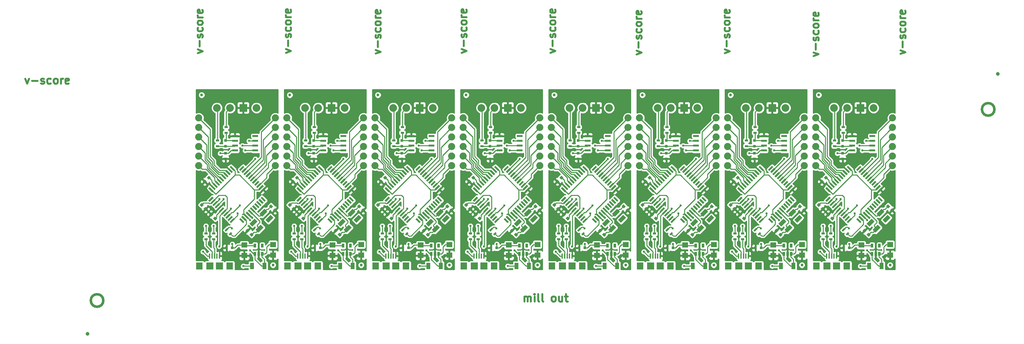
<source format=gtl>
G04 #@! TF.FileFunction,Copper,L1,Top,Signal*
%FSLAX46Y46*%
G04 Gerber Fmt 4.6, Leading zero omitted, Abs format (unit mm)*
G04 Created by KiCad (PCBNEW 4.0.6) date 11/21/17 13:37:13*
%MOMM*%
%LPD*%
G01*
G04 APERTURE LIST*
%ADD10C,0.100000*%
%ADD11C,0.508000*%
%ADD12C,0.381000*%
%ADD13R,0.900000X0.500000*%
%ADD14C,0.750000*%
%ADD15C,2.032000*%
%ADD16R,2.032000X2.032000*%
%ADD17C,1.879600*%
%ADD18R,1.550000X0.600000*%
%ADD19R,0.750000X0.800000*%
%ADD20R,0.650000X1.060000*%
%ADD21R,1.597660X1.399540*%
%ADD22R,0.998220X1.798320*%
%ADD23R,0.347980X1.399540*%
%ADD24R,1.798320X1.899920*%
%ADD25R,1.899920X1.899920*%
%ADD26R,0.800000X0.750000*%
%ADD27C,1.000000*%
%ADD28C,0.600000*%
%ADD29C,0.250000*%
%ADD30C,0.254000*%
G04 APERTURE END LIST*
D10*
D11*
X148819811Y-122204238D02*
X148819811Y-120849571D01*
X148819811Y-121043095D02*
X148916572Y-120946333D01*
X149110096Y-120849571D01*
X149400382Y-120849571D01*
X149593906Y-120946333D01*
X149690668Y-121139857D01*
X149690668Y-122204238D01*
X149690668Y-121139857D02*
X149787430Y-120946333D01*
X149980953Y-120849571D01*
X150271239Y-120849571D01*
X150464763Y-120946333D01*
X150561525Y-121139857D01*
X150561525Y-122204238D01*
X151529144Y-122204238D02*
X151529144Y-120849571D01*
X151529144Y-120172238D02*
X151432382Y-120269000D01*
X151529144Y-120365762D01*
X151625905Y-120269000D01*
X151529144Y-120172238D01*
X151529144Y-120365762D01*
X152787048Y-122204238D02*
X152593524Y-122107476D01*
X152496763Y-121913952D01*
X152496763Y-120172238D01*
X153851429Y-122204238D02*
X153657905Y-122107476D01*
X153561144Y-121913952D01*
X153561144Y-120172238D01*
X156464000Y-122204238D02*
X156270476Y-122107476D01*
X156173715Y-122010714D01*
X156076953Y-121817190D01*
X156076953Y-121236619D01*
X156173715Y-121043095D01*
X156270476Y-120946333D01*
X156464000Y-120849571D01*
X156754286Y-120849571D01*
X156947810Y-120946333D01*
X157044572Y-121043095D01*
X157141334Y-121236619D01*
X157141334Y-121817190D01*
X157044572Y-122010714D01*
X156947810Y-122107476D01*
X156754286Y-122204238D01*
X156464000Y-122204238D01*
X158883048Y-120849571D02*
X158883048Y-122204238D01*
X158012191Y-120849571D02*
X158012191Y-121913952D01*
X158108952Y-122107476D01*
X158302476Y-122204238D01*
X158592762Y-122204238D01*
X158786286Y-122107476D01*
X158883048Y-122010714D01*
X159560381Y-120849571D02*
X160334476Y-120849571D01*
X159850667Y-120172238D02*
X159850667Y-121913952D01*
X159947428Y-122107476D01*
X160140952Y-122204238D01*
X160334476Y-122204238D01*
X248484571Y-56374694D02*
X249839238Y-55890885D01*
X248484571Y-55407075D01*
X249065143Y-54632980D02*
X249065143Y-53084790D01*
X249742476Y-52213932D02*
X249839238Y-52020409D01*
X249839238Y-51633361D01*
X249742476Y-51439837D01*
X249548952Y-51343075D01*
X249452190Y-51343075D01*
X249258667Y-51439837D01*
X249161905Y-51633361D01*
X249161905Y-51923647D01*
X249065143Y-52117170D01*
X248871619Y-52213932D01*
X248774857Y-52213932D01*
X248581333Y-52117170D01*
X248484571Y-51923647D01*
X248484571Y-51633361D01*
X248581333Y-51439837D01*
X249742476Y-49601361D02*
X249839238Y-49794885D01*
X249839238Y-50181933D01*
X249742476Y-50375457D01*
X249645714Y-50472218D01*
X249452190Y-50568980D01*
X248871619Y-50568980D01*
X248678095Y-50472218D01*
X248581333Y-50375457D01*
X248484571Y-50181933D01*
X248484571Y-49794885D01*
X248581333Y-49601361D01*
X249839238Y-48440219D02*
X249742476Y-48633743D01*
X249645714Y-48730504D01*
X249452190Y-48827266D01*
X248871619Y-48827266D01*
X248678095Y-48730504D01*
X248581333Y-48633743D01*
X248484571Y-48440219D01*
X248484571Y-48149933D01*
X248581333Y-47956409D01*
X248678095Y-47859647D01*
X248871619Y-47762885D01*
X249452190Y-47762885D01*
X249645714Y-47859647D01*
X249742476Y-47956409D01*
X249839238Y-48149933D01*
X249839238Y-48440219D01*
X249839238Y-46892028D02*
X248484571Y-46892028D01*
X248871619Y-46892028D02*
X248678095Y-46795267D01*
X248581333Y-46698505D01*
X248484571Y-46504981D01*
X248484571Y-46311457D01*
X249742476Y-44860028D02*
X249839238Y-45053552D01*
X249839238Y-45440600D01*
X249742476Y-45634123D01*
X249548952Y-45730885D01*
X248774857Y-45730885D01*
X248581333Y-45634123D01*
X248484571Y-45440600D01*
X248484571Y-45053552D01*
X248581333Y-44860028D01*
X248774857Y-44763266D01*
X248968381Y-44763266D01*
X249161905Y-45730885D01*
X225497571Y-56958894D02*
X226852238Y-56475085D01*
X225497571Y-55991275D01*
X226078143Y-55217180D02*
X226078143Y-53668990D01*
X226755476Y-52798132D02*
X226852238Y-52604609D01*
X226852238Y-52217561D01*
X226755476Y-52024037D01*
X226561952Y-51927275D01*
X226465190Y-51927275D01*
X226271667Y-52024037D01*
X226174905Y-52217561D01*
X226174905Y-52507847D01*
X226078143Y-52701370D01*
X225884619Y-52798132D01*
X225787857Y-52798132D01*
X225594333Y-52701370D01*
X225497571Y-52507847D01*
X225497571Y-52217561D01*
X225594333Y-52024037D01*
X226755476Y-50185561D02*
X226852238Y-50379085D01*
X226852238Y-50766133D01*
X226755476Y-50959657D01*
X226658714Y-51056418D01*
X226465190Y-51153180D01*
X225884619Y-51153180D01*
X225691095Y-51056418D01*
X225594333Y-50959657D01*
X225497571Y-50766133D01*
X225497571Y-50379085D01*
X225594333Y-50185561D01*
X226852238Y-49024419D02*
X226755476Y-49217943D01*
X226658714Y-49314704D01*
X226465190Y-49411466D01*
X225884619Y-49411466D01*
X225691095Y-49314704D01*
X225594333Y-49217943D01*
X225497571Y-49024419D01*
X225497571Y-48734133D01*
X225594333Y-48540609D01*
X225691095Y-48443847D01*
X225884619Y-48347085D01*
X226465190Y-48347085D01*
X226658714Y-48443847D01*
X226755476Y-48540609D01*
X226852238Y-48734133D01*
X226852238Y-49024419D01*
X226852238Y-47476228D02*
X225497571Y-47476228D01*
X225884619Y-47476228D02*
X225691095Y-47379467D01*
X225594333Y-47282705D01*
X225497571Y-47089181D01*
X225497571Y-46895657D01*
X226755476Y-45444228D02*
X226852238Y-45637752D01*
X226852238Y-46024800D01*
X226755476Y-46218323D01*
X226561952Y-46315085D01*
X225787857Y-46315085D01*
X225594333Y-46218323D01*
X225497571Y-46024800D01*
X225497571Y-45637752D01*
X225594333Y-45444228D01*
X225787857Y-45347466D01*
X225981381Y-45347466D01*
X226174905Y-46315085D01*
X201900971Y-56171494D02*
X203255638Y-55687685D01*
X201900971Y-55203875D01*
X202481543Y-54429780D02*
X202481543Y-52881590D01*
X203158876Y-52010732D02*
X203255638Y-51817209D01*
X203255638Y-51430161D01*
X203158876Y-51236637D01*
X202965352Y-51139875D01*
X202868590Y-51139875D01*
X202675067Y-51236637D01*
X202578305Y-51430161D01*
X202578305Y-51720447D01*
X202481543Y-51913970D01*
X202288019Y-52010732D01*
X202191257Y-52010732D01*
X201997733Y-51913970D01*
X201900971Y-51720447D01*
X201900971Y-51430161D01*
X201997733Y-51236637D01*
X203158876Y-49398161D02*
X203255638Y-49591685D01*
X203255638Y-49978733D01*
X203158876Y-50172257D01*
X203062114Y-50269018D01*
X202868590Y-50365780D01*
X202288019Y-50365780D01*
X202094495Y-50269018D01*
X201997733Y-50172257D01*
X201900971Y-49978733D01*
X201900971Y-49591685D01*
X201997733Y-49398161D01*
X203255638Y-48237019D02*
X203158876Y-48430543D01*
X203062114Y-48527304D01*
X202868590Y-48624066D01*
X202288019Y-48624066D01*
X202094495Y-48527304D01*
X201997733Y-48430543D01*
X201900971Y-48237019D01*
X201900971Y-47946733D01*
X201997733Y-47753209D01*
X202094495Y-47656447D01*
X202288019Y-47559685D01*
X202868590Y-47559685D01*
X203062114Y-47656447D01*
X203158876Y-47753209D01*
X203255638Y-47946733D01*
X203255638Y-48237019D01*
X203255638Y-46688828D02*
X201900971Y-46688828D01*
X202288019Y-46688828D02*
X202094495Y-46592067D01*
X201997733Y-46495305D01*
X201900971Y-46301781D01*
X201900971Y-46108257D01*
X203158876Y-44656828D02*
X203255638Y-44850352D01*
X203255638Y-45237400D01*
X203158876Y-45430923D01*
X202965352Y-45527685D01*
X202191257Y-45527685D01*
X201997733Y-45430923D01*
X201900971Y-45237400D01*
X201900971Y-44850352D01*
X201997733Y-44656828D01*
X202191257Y-44560066D01*
X202384781Y-44560066D01*
X202578305Y-45527685D01*
X178532971Y-56501694D02*
X179887638Y-56017885D01*
X178532971Y-55534075D01*
X179113543Y-54759980D02*
X179113543Y-53211790D01*
X179790876Y-52340932D02*
X179887638Y-52147409D01*
X179887638Y-51760361D01*
X179790876Y-51566837D01*
X179597352Y-51470075D01*
X179500590Y-51470075D01*
X179307067Y-51566837D01*
X179210305Y-51760361D01*
X179210305Y-52050647D01*
X179113543Y-52244170D01*
X178920019Y-52340932D01*
X178823257Y-52340932D01*
X178629733Y-52244170D01*
X178532971Y-52050647D01*
X178532971Y-51760361D01*
X178629733Y-51566837D01*
X179790876Y-49728361D02*
X179887638Y-49921885D01*
X179887638Y-50308933D01*
X179790876Y-50502457D01*
X179694114Y-50599218D01*
X179500590Y-50695980D01*
X178920019Y-50695980D01*
X178726495Y-50599218D01*
X178629733Y-50502457D01*
X178532971Y-50308933D01*
X178532971Y-49921885D01*
X178629733Y-49728361D01*
X179887638Y-48567219D02*
X179790876Y-48760743D01*
X179694114Y-48857504D01*
X179500590Y-48954266D01*
X178920019Y-48954266D01*
X178726495Y-48857504D01*
X178629733Y-48760743D01*
X178532971Y-48567219D01*
X178532971Y-48276933D01*
X178629733Y-48083409D01*
X178726495Y-47986647D01*
X178920019Y-47889885D01*
X179500590Y-47889885D01*
X179694114Y-47986647D01*
X179790876Y-48083409D01*
X179887638Y-48276933D01*
X179887638Y-48567219D01*
X179887638Y-47019028D02*
X178532971Y-47019028D01*
X178920019Y-47019028D02*
X178726495Y-46922267D01*
X178629733Y-46825505D01*
X178532971Y-46631981D01*
X178532971Y-46438457D01*
X179790876Y-44987028D02*
X179887638Y-45180552D01*
X179887638Y-45567600D01*
X179790876Y-45761123D01*
X179597352Y-45857885D01*
X178823257Y-45857885D01*
X178629733Y-45761123D01*
X178532971Y-45567600D01*
X178532971Y-45180552D01*
X178629733Y-44987028D01*
X178823257Y-44890266D01*
X179016781Y-44890266D01*
X179210305Y-45857885D01*
X155723771Y-56095294D02*
X157078438Y-55611485D01*
X155723771Y-55127675D01*
X156304343Y-54353580D02*
X156304343Y-52805390D01*
X156981676Y-51934532D02*
X157078438Y-51741009D01*
X157078438Y-51353961D01*
X156981676Y-51160437D01*
X156788152Y-51063675D01*
X156691390Y-51063675D01*
X156497867Y-51160437D01*
X156401105Y-51353961D01*
X156401105Y-51644247D01*
X156304343Y-51837770D01*
X156110819Y-51934532D01*
X156014057Y-51934532D01*
X155820533Y-51837770D01*
X155723771Y-51644247D01*
X155723771Y-51353961D01*
X155820533Y-51160437D01*
X156981676Y-49321961D02*
X157078438Y-49515485D01*
X157078438Y-49902533D01*
X156981676Y-50096057D01*
X156884914Y-50192818D01*
X156691390Y-50289580D01*
X156110819Y-50289580D01*
X155917295Y-50192818D01*
X155820533Y-50096057D01*
X155723771Y-49902533D01*
X155723771Y-49515485D01*
X155820533Y-49321961D01*
X157078438Y-48160819D02*
X156981676Y-48354343D01*
X156884914Y-48451104D01*
X156691390Y-48547866D01*
X156110819Y-48547866D01*
X155917295Y-48451104D01*
X155820533Y-48354343D01*
X155723771Y-48160819D01*
X155723771Y-47870533D01*
X155820533Y-47677009D01*
X155917295Y-47580247D01*
X156110819Y-47483485D01*
X156691390Y-47483485D01*
X156884914Y-47580247D01*
X156981676Y-47677009D01*
X157078438Y-47870533D01*
X157078438Y-48160819D01*
X157078438Y-46612628D02*
X155723771Y-46612628D01*
X156110819Y-46612628D02*
X155917295Y-46515867D01*
X155820533Y-46419105D01*
X155723771Y-46225581D01*
X155723771Y-46032057D01*
X156981676Y-44580628D02*
X157078438Y-44774152D01*
X157078438Y-45161200D01*
X156981676Y-45354723D01*
X156788152Y-45451485D01*
X156014057Y-45451485D01*
X155820533Y-45354723D01*
X155723771Y-45161200D01*
X155723771Y-44774152D01*
X155820533Y-44580628D01*
X156014057Y-44483866D01*
X156207581Y-44483866D01*
X156401105Y-45451485D01*
X132152571Y-56095294D02*
X133507238Y-55611485D01*
X132152571Y-55127675D01*
X132733143Y-54353580D02*
X132733143Y-52805390D01*
X133410476Y-51934532D02*
X133507238Y-51741009D01*
X133507238Y-51353961D01*
X133410476Y-51160437D01*
X133216952Y-51063675D01*
X133120190Y-51063675D01*
X132926667Y-51160437D01*
X132829905Y-51353961D01*
X132829905Y-51644247D01*
X132733143Y-51837770D01*
X132539619Y-51934532D01*
X132442857Y-51934532D01*
X132249333Y-51837770D01*
X132152571Y-51644247D01*
X132152571Y-51353961D01*
X132249333Y-51160437D01*
X133410476Y-49321961D02*
X133507238Y-49515485D01*
X133507238Y-49902533D01*
X133410476Y-50096057D01*
X133313714Y-50192818D01*
X133120190Y-50289580D01*
X132539619Y-50289580D01*
X132346095Y-50192818D01*
X132249333Y-50096057D01*
X132152571Y-49902533D01*
X132152571Y-49515485D01*
X132249333Y-49321961D01*
X133507238Y-48160819D02*
X133410476Y-48354343D01*
X133313714Y-48451104D01*
X133120190Y-48547866D01*
X132539619Y-48547866D01*
X132346095Y-48451104D01*
X132249333Y-48354343D01*
X132152571Y-48160819D01*
X132152571Y-47870533D01*
X132249333Y-47677009D01*
X132346095Y-47580247D01*
X132539619Y-47483485D01*
X133120190Y-47483485D01*
X133313714Y-47580247D01*
X133410476Y-47677009D01*
X133507238Y-47870533D01*
X133507238Y-48160819D01*
X133507238Y-46612628D02*
X132152571Y-46612628D01*
X132539619Y-46612628D02*
X132346095Y-46515867D01*
X132249333Y-46419105D01*
X132152571Y-46225581D01*
X132152571Y-46032057D01*
X133410476Y-44580628D02*
X133507238Y-44774152D01*
X133507238Y-45161200D01*
X133410476Y-45354723D01*
X133216952Y-45451485D01*
X132442857Y-45451485D01*
X132249333Y-45354723D01*
X132152571Y-45161200D01*
X132152571Y-44774152D01*
X132249333Y-44580628D01*
X132442857Y-44483866D01*
X132636381Y-44483866D01*
X132829905Y-45451485D01*
X109368771Y-56298494D02*
X110723438Y-55814685D01*
X109368771Y-55330875D01*
X109949343Y-54556780D02*
X109949343Y-53008590D01*
X110626676Y-52137732D02*
X110723438Y-51944209D01*
X110723438Y-51557161D01*
X110626676Y-51363637D01*
X110433152Y-51266875D01*
X110336390Y-51266875D01*
X110142867Y-51363637D01*
X110046105Y-51557161D01*
X110046105Y-51847447D01*
X109949343Y-52040970D01*
X109755819Y-52137732D01*
X109659057Y-52137732D01*
X109465533Y-52040970D01*
X109368771Y-51847447D01*
X109368771Y-51557161D01*
X109465533Y-51363637D01*
X110626676Y-49525161D02*
X110723438Y-49718685D01*
X110723438Y-50105733D01*
X110626676Y-50299257D01*
X110529914Y-50396018D01*
X110336390Y-50492780D01*
X109755819Y-50492780D01*
X109562295Y-50396018D01*
X109465533Y-50299257D01*
X109368771Y-50105733D01*
X109368771Y-49718685D01*
X109465533Y-49525161D01*
X110723438Y-48364019D02*
X110626676Y-48557543D01*
X110529914Y-48654304D01*
X110336390Y-48751066D01*
X109755819Y-48751066D01*
X109562295Y-48654304D01*
X109465533Y-48557543D01*
X109368771Y-48364019D01*
X109368771Y-48073733D01*
X109465533Y-47880209D01*
X109562295Y-47783447D01*
X109755819Y-47686685D01*
X110336390Y-47686685D01*
X110529914Y-47783447D01*
X110626676Y-47880209D01*
X110723438Y-48073733D01*
X110723438Y-48364019D01*
X110723438Y-46815828D02*
X109368771Y-46815828D01*
X109755819Y-46815828D02*
X109562295Y-46719067D01*
X109465533Y-46622305D01*
X109368771Y-46428781D01*
X109368771Y-46235257D01*
X110626676Y-44783828D02*
X110723438Y-44977352D01*
X110723438Y-45364400D01*
X110626676Y-45557923D01*
X110433152Y-45654685D01*
X109659057Y-45654685D01*
X109465533Y-45557923D01*
X109368771Y-45364400D01*
X109368771Y-44977352D01*
X109465533Y-44783828D01*
X109659057Y-44687066D01*
X109852581Y-44687066D01*
X110046105Y-45654685D01*
X85594371Y-56095294D02*
X86949038Y-55611485D01*
X85594371Y-55127675D01*
X86174943Y-54353580D02*
X86174943Y-52805390D01*
X86852276Y-51934532D02*
X86949038Y-51741009D01*
X86949038Y-51353961D01*
X86852276Y-51160437D01*
X86658752Y-51063675D01*
X86561990Y-51063675D01*
X86368467Y-51160437D01*
X86271705Y-51353961D01*
X86271705Y-51644247D01*
X86174943Y-51837770D01*
X85981419Y-51934532D01*
X85884657Y-51934532D01*
X85691133Y-51837770D01*
X85594371Y-51644247D01*
X85594371Y-51353961D01*
X85691133Y-51160437D01*
X86852276Y-49321961D02*
X86949038Y-49515485D01*
X86949038Y-49902533D01*
X86852276Y-50096057D01*
X86755514Y-50192818D01*
X86561990Y-50289580D01*
X85981419Y-50289580D01*
X85787895Y-50192818D01*
X85691133Y-50096057D01*
X85594371Y-49902533D01*
X85594371Y-49515485D01*
X85691133Y-49321961D01*
X86949038Y-48160819D02*
X86852276Y-48354343D01*
X86755514Y-48451104D01*
X86561990Y-48547866D01*
X85981419Y-48547866D01*
X85787895Y-48451104D01*
X85691133Y-48354343D01*
X85594371Y-48160819D01*
X85594371Y-47870533D01*
X85691133Y-47677009D01*
X85787895Y-47580247D01*
X85981419Y-47483485D01*
X86561990Y-47483485D01*
X86755514Y-47580247D01*
X86852276Y-47677009D01*
X86949038Y-47870533D01*
X86949038Y-48160819D01*
X86949038Y-46612628D02*
X85594371Y-46612628D01*
X85981419Y-46612628D02*
X85787895Y-46515867D01*
X85691133Y-46419105D01*
X85594371Y-46225581D01*
X85594371Y-46032057D01*
X86852276Y-44580628D02*
X86949038Y-44774152D01*
X86949038Y-45161200D01*
X86852276Y-45354723D01*
X86658752Y-45451485D01*
X85884657Y-45451485D01*
X85691133Y-45354723D01*
X85594371Y-45161200D01*
X85594371Y-44774152D01*
X85691133Y-44580628D01*
X85884657Y-44483866D01*
X86078181Y-44483866D01*
X86271705Y-45451485D01*
X62200971Y-56171494D02*
X63555638Y-55687685D01*
X62200971Y-55203875D01*
X62781543Y-54429780D02*
X62781543Y-52881590D01*
X63458876Y-52010732D02*
X63555638Y-51817209D01*
X63555638Y-51430161D01*
X63458876Y-51236637D01*
X63265352Y-51139875D01*
X63168590Y-51139875D01*
X62975067Y-51236637D01*
X62878305Y-51430161D01*
X62878305Y-51720447D01*
X62781543Y-51913970D01*
X62588019Y-52010732D01*
X62491257Y-52010732D01*
X62297733Y-51913970D01*
X62200971Y-51720447D01*
X62200971Y-51430161D01*
X62297733Y-51236637D01*
X63458876Y-49398161D02*
X63555638Y-49591685D01*
X63555638Y-49978733D01*
X63458876Y-50172257D01*
X63362114Y-50269018D01*
X63168590Y-50365780D01*
X62588019Y-50365780D01*
X62394495Y-50269018D01*
X62297733Y-50172257D01*
X62200971Y-49978733D01*
X62200971Y-49591685D01*
X62297733Y-49398161D01*
X63555638Y-48237019D02*
X63458876Y-48430543D01*
X63362114Y-48527304D01*
X63168590Y-48624066D01*
X62588019Y-48624066D01*
X62394495Y-48527304D01*
X62297733Y-48430543D01*
X62200971Y-48237019D01*
X62200971Y-47946733D01*
X62297733Y-47753209D01*
X62394495Y-47656447D01*
X62588019Y-47559685D01*
X63168590Y-47559685D01*
X63362114Y-47656447D01*
X63458876Y-47753209D01*
X63555638Y-47946733D01*
X63555638Y-48237019D01*
X63555638Y-46688828D02*
X62200971Y-46688828D01*
X62588019Y-46688828D02*
X62394495Y-46592067D01*
X62297733Y-46495305D01*
X62200971Y-46301781D01*
X62200971Y-46108257D01*
X63458876Y-44656828D02*
X63555638Y-44850352D01*
X63555638Y-45237400D01*
X63458876Y-45430923D01*
X63265352Y-45527685D01*
X62491257Y-45527685D01*
X62297733Y-45430923D01*
X62200971Y-45237400D01*
X62200971Y-44850352D01*
X62297733Y-44656828D01*
X62491257Y-44560066D01*
X62684781Y-44560066D01*
X62878305Y-45527685D01*
X16548706Y-62937571D02*
X17032515Y-64292238D01*
X17516325Y-62937571D01*
X18290420Y-63518143D02*
X19838610Y-63518143D01*
X20709468Y-64195476D02*
X20902991Y-64292238D01*
X21290039Y-64292238D01*
X21483563Y-64195476D01*
X21580325Y-64001952D01*
X21580325Y-63905190D01*
X21483563Y-63711667D01*
X21290039Y-63614905D01*
X20999753Y-63614905D01*
X20806230Y-63518143D01*
X20709468Y-63324619D01*
X20709468Y-63227857D01*
X20806230Y-63034333D01*
X20999753Y-62937571D01*
X21290039Y-62937571D01*
X21483563Y-63034333D01*
X23322039Y-64195476D02*
X23128515Y-64292238D01*
X22741467Y-64292238D01*
X22547943Y-64195476D01*
X22451182Y-64098714D01*
X22354420Y-63905190D01*
X22354420Y-63324619D01*
X22451182Y-63131095D01*
X22547943Y-63034333D01*
X22741467Y-62937571D01*
X23128515Y-62937571D01*
X23322039Y-63034333D01*
X24483181Y-64292238D02*
X24289657Y-64195476D01*
X24192896Y-64098714D01*
X24096134Y-63905190D01*
X24096134Y-63324619D01*
X24192896Y-63131095D01*
X24289657Y-63034333D01*
X24483181Y-62937571D01*
X24773467Y-62937571D01*
X24966991Y-63034333D01*
X25063753Y-63131095D01*
X25160515Y-63324619D01*
X25160515Y-63905190D01*
X25063753Y-64098714D01*
X24966991Y-64195476D01*
X24773467Y-64292238D01*
X24483181Y-64292238D01*
X26031372Y-64292238D02*
X26031372Y-62937571D01*
X26031372Y-63324619D02*
X26128133Y-63131095D01*
X26224895Y-63034333D01*
X26418419Y-62937571D01*
X26611943Y-62937571D01*
X28063372Y-64195476D02*
X27869848Y-64292238D01*
X27482800Y-64292238D01*
X27289277Y-64195476D01*
X27192515Y-64001952D01*
X27192515Y-63227857D01*
X27289277Y-63034333D01*
X27482800Y-62937571D01*
X27869848Y-62937571D01*
X28063372Y-63034333D01*
X28160134Y-63227857D01*
X28160134Y-63421381D01*
X27192515Y-63614905D01*
D12*
X37089080Y-121920000D02*
G75*
G03X37089080Y-121920000I-1529080J0D01*
G01*
X37350700Y-121920000D02*
G75*
G03X37350700Y-121920000I-1790700J0D01*
G01*
X273309080Y-71120000D02*
G75*
G03X273309080Y-71120000I-1529080J0D01*
G01*
X273570700Y-71120000D02*
G75*
G03X273570700Y-71120000I-1790700J0D01*
G01*
D13*
X231030551Y-80875689D03*
X231030551Y-79375689D03*
X207662551Y-80875689D03*
X207662551Y-79375689D03*
X184294551Y-80875689D03*
X184294551Y-79375689D03*
X160926551Y-80875689D03*
X160926551Y-79375689D03*
X137558551Y-80875689D03*
X137558551Y-79375689D03*
X114190551Y-80875689D03*
X114190551Y-79375689D03*
X90822551Y-80875689D03*
X90822551Y-79375689D03*
X67454551Y-80875689D03*
X67454551Y-79375689D03*
D14*
X226839551Y-67298689D03*
X203471551Y-67298689D03*
X180103551Y-67298689D03*
X156735551Y-67298689D03*
X133367551Y-67298689D03*
X109999551Y-67298689D03*
X86631551Y-67298689D03*
X63263551Y-67298689D03*
D15*
X230903551Y-70727689D03*
X234401131Y-70727689D03*
D16*
X237901251Y-70727689D03*
D15*
X241401371Y-70727689D03*
X207535551Y-70727689D03*
X211033131Y-70727689D03*
D16*
X214533251Y-70727689D03*
D15*
X218033371Y-70727689D03*
X184167551Y-70727689D03*
X187665131Y-70727689D03*
D16*
X191165251Y-70727689D03*
D15*
X194665371Y-70727689D03*
X160799551Y-70727689D03*
X164297131Y-70727689D03*
D16*
X167797251Y-70727689D03*
D15*
X171297371Y-70727689D03*
X137431551Y-70727689D03*
X140929131Y-70727689D03*
D16*
X144429251Y-70727689D03*
D15*
X147929371Y-70727689D03*
X114063551Y-70727689D03*
X117561131Y-70727689D03*
D16*
X121061251Y-70727689D03*
D15*
X124561371Y-70727689D03*
X90695551Y-70727689D03*
X94193131Y-70727689D03*
D16*
X97693251Y-70727689D03*
D15*
X101193371Y-70727689D03*
X67327551Y-70727689D03*
X70825131Y-70727689D03*
D16*
X74325251Y-70727689D03*
D15*
X77825371Y-70727689D03*
D17*
X226077551Y-86094689D03*
X226077551Y-83554689D03*
X226077551Y-81014689D03*
X226077551Y-78474689D03*
X226077551Y-75934689D03*
X226077551Y-73394689D03*
X202709551Y-86094689D03*
X202709551Y-83554689D03*
X202709551Y-81014689D03*
X202709551Y-78474689D03*
X202709551Y-75934689D03*
X202709551Y-73394689D03*
X179341551Y-86094689D03*
X179341551Y-83554689D03*
X179341551Y-81014689D03*
X179341551Y-78474689D03*
X179341551Y-75934689D03*
X179341551Y-73394689D03*
X155973551Y-86094689D03*
X155973551Y-83554689D03*
X155973551Y-81014689D03*
X155973551Y-78474689D03*
X155973551Y-75934689D03*
X155973551Y-73394689D03*
X132605551Y-86094689D03*
X132605551Y-83554689D03*
X132605551Y-81014689D03*
X132605551Y-78474689D03*
X132605551Y-75934689D03*
X132605551Y-73394689D03*
X109237551Y-86094689D03*
X109237551Y-83554689D03*
X109237551Y-81014689D03*
X109237551Y-78474689D03*
X109237551Y-75934689D03*
X109237551Y-73394689D03*
X85869551Y-86094689D03*
X85869551Y-83554689D03*
X85869551Y-81014689D03*
X85869551Y-78474689D03*
X85869551Y-75934689D03*
X85869551Y-73394689D03*
X62501551Y-86094689D03*
X62501551Y-83554689D03*
X62501551Y-81014689D03*
X62501551Y-78474689D03*
X62501551Y-75934689D03*
X62501551Y-73394689D03*
D13*
X233316551Y-77319689D03*
X233316551Y-75819689D03*
X209948551Y-77319689D03*
X209948551Y-75819689D03*
X186580551Y-77319689D03*
X186580551Y-75819689D03*
X163212551Y-77319689D03*
X163212551Y-75819689D03*
X139844551Y-77319689D03*
X139844551Y-75819689D03*
X116476551Y-77319689D03*
X116476551Y-75819689D03*
X93108551Y-77319689D03*
X93108551Y-75819689D03*
X69740551Y-77319689D03*
X69740551Y-75819689D03*
D17*
X246397551Y-73394689D03*
X246397551Y-75934689D03*
X246397551Y-78474689D03*
X246397551Y-81014689D03*
X246397551Y-83554689D03*
X246397551Y-86094689D03*
X223029551Y-73394689D03*
X223029551Y-75934689D03*
X223029551Y-78474689D03*
X223029551Y-81014689D03*
X223029551Y-83554689D03*
X223029551Y-86094689D03*
X199661551Y-73394689D03*
X199661551Y-75934689D03*
X199661551Y-78474689D03*
X199661551Y-81014689D03*
X199661551Y-83554689D03*
X199661551Y-86094689D03*
X176293551Y-73394689D03*
X176293551Y-75934689D03*
X176293551Y-78474689D03*
X176293551Y-81014689D03*
X176293551Y-83554689D03*
X176293551Y-86094689D03*
X152925551Y-73394689D03*
X152925551Y-75934689D03*
X152925551Y-78474689D03*
X152925551Y-81014689D03*
X152925551Y-83554689D03*
X152925551Y-86094689D03*
X129557551Y-73394689D03*
X129557551Y-75934689D03*
X129557551Y-78474689D03*
X129557551Y-81014689D03*
X129557551Y-83554689D03*
X129557551Y-86094689D03*
X106189551Y-73394689D03*
X106189551Y-75934689D03*
X106189551Y-78474689D03*
X106189551Y-81014689D03*
X106189551Y-83554689D03*
X106189551Y-86094689D03*
X82821551Y-73394689D03*
X82821551Y-75934689D03*
X82821551Y-78474689D03*
X82821551Y-81014689D03*
X82821551Y-83554689D03*
X82821551Y-86094689D03*
D18*
X235696551Y-78220689D03*
X235696551Y-79490689D03*
X235696551Y-80760689D03*
X235696551Y-82030689D03*
X241096551Y-82030689D03*
X241096551Y-80760689D03*
X241096551Y-79490689D03*
X241096551Y-78220689D03*
X212328551Y-78220689D03*
X212328551Y-79490689D03*
X212328551Y-80760689D03*
X212328551Y-82030689D03*
X217728551Y-82030689D03*
X217728551Y-80760689D03*
X217728551Y-79490689D03*
X217728551Y-78220689D03*
X188960551Y-78220689D03*
X188960551Y-79490689D03*
X188960551Y-80760689D03*
X188960551Y-82030689D03*
X194360551Y-82030689D03*
X194360551Y-80760689D03*
X194360551Y-79490689D03*
X194360551Y-78220689D03*
X165592551Y-78220689D03*
X165592551Y-79490689D03*
X165592551Y-80760689D03*
X165592551Y-82030689D03*
X170992551Y-82030689D03*
X170992551Y-80760689D03*
X170992551Y-79490689D03*
X170992551Y-78220689D03*
X142224551Y-78220689D03*
X142224551Y-79490689D03*
X142224551Y-80760689D03*
X142224551Y-82030689D03*
X147624551Y-82030689D03*
X147624551Y-80760689D03*
X147624551Y-79490689D03*
X147624551Y-78220689D03*
X118856551Y-78220689D03*
X118856551Y-79490689D03*
X118856551Y-80760689D03*
X118856551Y-82030689D03*
X124256551Y-82030689D03*
X124256551Y-80760689D03*
X124256551Y-79490689D03*
X124256551Y-78220689D03*
X95488551Y-78220689D03*
X95488551Y-79490689D03*
X95488551Y-80760689D03*
X95488551Y-82030689D03*
X100888551Y-82030689D03*
X100888551Y-80760689D03*
X100888551Y-79490689D03*
X100888551Y-78220689D03*
X72120551Y-78220689D03*
X72120551Y-79490689D03*
X72120551Y-80760689D03*
X72120551Y-82030689D03*
X77520551Y-82030689D03*
X77520551Y-80760689D03*
X77520551Y-79490689D03*
X77520551Y-78220689D03*
D19*
X233189551Y-84292689D03*
X233189551Y-82792689D03*
X209821551Y-84292689D03*
X209821551Y-82792689D03*
X186453551Y-84292689D03*
X186453551Y-82792689D03*
X163085551Y-84292689D03*
X163085551Y-82792689D03*
X139717551Y-84292689D03*
X139717551Y-82792689D03*
X116349551Y-84292689D03*
X116349551Y-82792689D03*
X92981551Y-84292689D03*
X92981551Y-82792689D03*
X69613551Y-84292689D03*
X69613551Y-82792689D03*
X233189551Y-80875689D03*
X233189551Y-79375689D03*
X209821551Y-80875689D03*
X209821551Y-79375689D03*
X186453551Y-80875689D03*
X186453551Y-79375689D03*
X163085551Y-80875689D03*
X163085551Y-79375689D03*
X139717551Y-80875689D03*
X139717551Y-79375689D03*
X116349551Y-80875689D03*
X116349551Y-79375689D03*
X92981551Y-80875689D03*
X92981551Y-79375689D03*
X69613551Y-80875689D03*
X69613551Y-79375689D03*
D10*
G36*
X243493139Y-97519781D02*
X244270829Y-98297471D01*
X242927383Y-99640917D01*
X242149693Y-98863227D01*
X243493139Y-97519781D01*
X243493139Y-97519781D01*
G37*
G36*
X240878089Y-100134831D02*
X241655779Y-100912521D01*
X240312333Y-102255967D01*
X239534643Y-101478277D01*
X240878089Y-100134831D01*
X240878089Y-100134831D01*
G37*
G36*
X242501719Y-101758461D02*
X243279409Y-102536151D01*
X241935963Y-103879597D01*
X241158273Y-103101907D01*
X242501719Y-101758461D01*
X242501719Y-101758461D01*
G37*
G36*
X245116769Y-99143411D02*
X245894459Y-99921101D01*
X244551013Y-101264547D01*
X243773323Y-100486857D01*
X245116769Y-99143411D01*
X245116769Y-99143411D01*
G37*
G36*
X220125139Y-97519781D02*
X220902829Y-98297471D01*
X219559383Y-99640917D01*
X218781693Y-98863227D01*
X220125139Y-97519781D01*
X220125139Y-97519781D01*
G37*
G36*
X217510089Y-100134831D02*
X218287779Y-100912521D01*
X216944333Y-102255967D01*
X216166643Y-101478277D01*
X217510089Y-100134831D01*
X217510089Y-100134831D01*
G37*
G36*
X219133719Y-101758461D02*
X219911409Y-102536151D01*
X218567963Y-103879597D01*
X217790273Y-103101907D01*
X219133719Y-101758461D01*
X219133719Y-101758461D01*
G37*
G36*
X221748769Y-99143411D02*
X222526459Y-99921101D01*
X221183013Y-101264547D01*
X220405323Y-100486857D01*
X221748769Y-99143411D01*
X221748769Y-99143411D01*
G37*
G36*
X196757139Y-97519781D02*
X197534829Y-98297471D01*
X196191383Y-99640917D01*
X195413693Y-98863227D01*
X196757139Y-97519781D01*
X196757139Y-97519781D01*
G37*
G36*
X194142089Y-100134831D02*
X194919779Y-100912521D01*
X193576333Y-102255967D01*
X192798643Y-101478277D01*
X194142089Y-100134831D01*
X194142089Y-100134831D01*
G37*
G36*
X195765719Y-101758461D02*
X196543409Y-102536151D01*
X195199963Y-103879597D01*
X194422273Y-103101907D01*
X195765719Y-101758461D01*
X195765719Y-101758461D01*
G37*
G36*
X198380769Y-99143411D02*
X199158459Y-99921101D01*
X197815013Y-101264547D01*
X197037323Y-100486857D01*
X198380769Y-99143411D01*
X198380769Y-99143411D01*
G37*
G36*
X173389139Y-97519781D02*
X174166829Y-98297471D01*
X172823383Y-99640917D01*
X172045693Y-98863227D01*
X173389139Y-97519781D01*
X173389139Y-97519781D01*
G37*
G36*
X170774089Y-100134831D02*
X171551779Y-100912521D01*
X170208333Y-102255967D01*
X169430643Y-101478277D01*
X170774089Y-100134831D01*
X170774089Y-100134831D01*
G37*
G36*
X172397719Y-101758461D02*
X173175409Y-102536151D01*
X171831963Y-103879597D01*
X171054273Y-103101907D01*
X172397719Y-101758461D01*
X172397719Y-101758461D01*
G37*
G36*
X175012769Y-99143411D02*
X175790459Y-99921101D01*
X174447013Y-101264547D01*
X173669323Y-100486857D01*
X175012769Y-99143411D01*
X175012769Y-99143411D01*
G37*
G36*
X150021139Y-97519781D02*
X150798829Y-98297471D01*
X149455383Y-99640917D01*
X148677693Y-98863227D01*
X150021139Y-97519781D01*
X150021139Y-97519781D01*
G37*
G36*
X147406089Y-100134831D02*
X148183779Y-100912521D01*
X146840333Y-102255967D01*
X146062643Y-101478277D01*
X147406089Y-100134831D01*
X147406089Y-100134831D01*
G37*
G36*
X149029719Y-101758461D02*
X149807409Y-102536151D01*
X148463963Y-103879597D01*
X147686273Y-103101907D01*
X149029719Y-101758461D01*
X149029719Y-101758461D01*
G37*
G36*
X151644769Y-99143411D02*
X152422459Y-99921101D01*
X151079013Y-101264547D01*
X150301323Y-100486857D01*
X151644769Y-99143411D01*
X151644769Y-99143411D01*
G37*
G36*
X126653139Y-97519781D02*
X127430829Y-98297471D01*
X126087383Y-99640917D01*
X125309693Y-98863227D01*
X126653139Y-97519781D01*
X126653139Y-97519781D01*
G37*
G36*
X124038089Y-100134831D02*
X124815779Y-100912521D01*
X123472333Y-102255967D01*
X122694643Y-101478277D01*
X124038089Y-100134831D01*
X124038089Y-100134831D01*
G37*
G36*
X125661719Y-101758461D02*
X126439409Y-102536151D01*
X125095963Y-103879597D01*
X124318273Y-103101907D01*
X125661719Y-101758461D01*
X125661719Y-101758461D01*
G37*
G36*
X128276769Y-99143411D02*
X129054459Y-99921101D01*
X127711013Y-101264547D01*
X126933323Y-100486857D01*
X128276769Y-99143411D01*
X128276769Y-99143411D01*
G37*
G36*
X103285139Y-97519781D02*
X104062829Y-98297471D01*
X102719383Y-99640917D01*
X101941693Y-98863227D01*
X103285139Y-97519781D01*
X103285139Y-97519781D01*
G37*
G36*
X100670089Y-100134831D02*
X101447779Y-100912521D01*
X100104333Y-102255967D01*
X99326643Y-101478277D01*
X100670089Y-100134831D01*
X100670089Y-100134831D01*
G37*
G36*
X102293719Y-101758461D02*
X103071409Y-102536151D01*
X101727963Y-103879597D01*
X100950273Y-103101907D01*
X102293719Y-101758461D01*
X102293719Y-101758461D01*
G37*
G36*
X104908769Y-99143411D02*
X105686459Y-99921101D01*
X104343013Y-101264547D01*
X103565323Y-100486857D01*
X104908769Y-99143411D01*
X104908769Y-99143411D01*
G37*
G36*
X79917139Y-97519781D02*
X80694829Y-98297471D01*
X79351383Y-99640917D01*
X78573693Y-98863227D01*
X79917139Y-97519781D01*
X79917139Y-97519781D01*
G37*
G36*
X77302089Y-100134831D02*
X78079779Y-100912521D01*
X76736333Y-102255967D01*
X75958643Y-101478277D01*
X77302089Y-100134831D01*
X77302089Y-100134831D01*
G37*
G36*
X78925719Y-101758461D02*
X79703409Y-102536151D01*
X78359963Y-103879597D01*
X77582273Y-103101907D01*
X78925719Y-101758461D01*
X78925719Y-101758461D01*
G37*
G36*
X81540769Y-99143411D02*
X82318459Y-99921101D01*
X80975013Y-101264547D01*
X80197323Y-100486857D01*
X81540769Y-99143411D01*
X81540769Y-99143411D01*
G37*
G36*
X232926246Y-103231780D02*
X233562642Y-102595384D01*
X233916196Y-102948938D01*
X233279800Y-103585334D01*
X232926246Y-103231780D01*
X232926246Y-103231780D01*
G37*
G36*
X233986906Y-104292440D02*
X234623302Y-103656044D01*
X234976856Y-104009598D01*
X234340460Y-104645994D01*
X233986906Y-104292440D01*
X233986906Y-104292440D01*
G37*
G36*
X209558246Y-103231780D02*
X210194642Y-102595384D01*
X210548196Y-102948938D01*
X209911800Y-103585334D01*
X209558246Y-103231780D01*
X209558246Y-103231780D01*
G37*
G36*
X210618906Y-104292440D02*
X211255302Y-103656044D01*
X211608856Y-104009598D01*
X210972460Y-104645994D01*
X210618906Y-104292440D01*
X210618906Y-104292440D01*
G37*
G36*
X186190246Y-103231780D02*
X186826642Y-102595384D01*
X187180196Y-102948938D01*
X186543800Y-103585334D01*
X186190246Y-103231780D01*
X186190246Y-103231780D01*
G37*
G36*
X187250906Y-104292440D02*
X187887302Y-103656044D01*
X188240856Y-104009598D01*
X187604460Y-104645994D01*
X187250906Y-104292440D01*
X187250906Y-104292440D01*
G37*
G36*
X162822246Y-103231780D02*
X163458642Y-102595384D01*
X163812196Y-102948938D01*
X163175800Y-103585334D01*
X162822246Y-103231780D01*
X162822246Y-103231780D01*
G37*
G36*
X163882906Y-104292440D02*
X164519302Y-103656044D01*
X164872856Y-104009598D01*
X164236460Y-104645994D01*
X163882906Y-104292440D01*
X163882906Y-104292440D01*
G37*
G36*
X139454246Y-103231780D02*
X140090642Y-102595384D01*
X140444196Y-102948938D01*
X139807800Y-103585334D01*
X139454246Y-103231780D01*
X139454246Y-103231780D01*
G37*
G36*
X140514906Y-104292440D02*
X141151302Y-103656044D01*
X141504856Y-104009598D01*
X140868460Y-104645994D01*
X140514906Y-104292440D01*
X140514906Y-104292440D01*
G37*
G36*
X116086246Y-103231780D02*
X116722642Y-102595384D01*
X117076196Y-102948938D01*
X116439800Y-103585334D01*
X116086246Y-103231780D01*
X116086246Y-103231780D01*
G37*
G36*
X117146906Y-104292440D02*
X117783302Y-103656044D01*
X118136856Y-104009598D01*
X117500460Y-104645994D01*
X117146906Y-104292440D01*
X117146906Y-104292440D01*
G37*
G36*
X92718246Y-103231780D02*
X93354642Y-102595384D01*
X93708196Y-102948938D01*
X93071800Y-103585334D01*
X92718246Y-103231780D01*
X92718246Y-103231780D01*
G37*
G36*
X93778906Y-104292440D02*
X94415302Y-103656044D01*
X94768856Y-104009598D01*
X94132460Y-104645994D01*
X93778906Y-104292440D01*
X93778906Y-104292440D01*
G37*
G36*
X69350246Y-103231780D02*
X69986642Y-102595384D01*
X70340196Y-102948938D01*
X69703800Y-103585334D01*
X69350246Y-103231780D01*
X69350246Y-103231780D01*
G37*
G36*
X70410906Y-104292440D02*
X71047302Y-103656044D01*
X71400856Y-104009598D01*
X70764460Y-104645994D01*
X70410906Y-104292440D01*
X70410906Y-104292440D01*
G37*
G36*
X239557229Y-103362037D02*
X239026899Y-103892367D01*
X238461213Y-103326681D01*
X238991543Y-102796351D01*
X239557229Y-103362037D01*
X239557229Y-103362037D01*
G37*
G36*
X240617889Y-104422697D02*
X240087559Y-104953027D01*
X239521873Y-104387341D01*
X240052203Y-103857011D01*
X240617889Y-104422697D01*
X240617889Y-104422697D01*
G37*
G36*
X216189229Y-103362037D02*
X215658899Y-103892367D01*
X215093213Y-103326681D01*
X215623543Y-102796351D01*
X216189229Y-103362037D01*
X216189229Y-103362037D01*
G37*
G36*
X217249889Y-104422697D02*
X216719559Y-104953027D01*
X216153873Y-104387341D01*
X216684203Y-103857011D01*
X217249889Y-104422697D01*
X217249889Y-104422697D01*
G37*
G36*
X192821229Y-103362037D02*
X192290899Y-103892367D01*
X191725213Y-103326681D01*
X192255543Y-102796351D01*
X192821229Y-103362037D01*
X192821229Y-103362037D01*
G37*
G36*
X193881889Y-104422697D02*
X193351559Y-104953027D01*
X192785873Y-104387341D01*
X193316203Y-103857011D01*
X193881889Y-104422697D01*
X193881889Y-104422697D01*
G37*
G36*
X169453229Y-103362037D02*
X168922899Y-103892367D01*
X168357213Y-103326681D01*
X168887543Y-102796351D01*
X169453229Y-103362037D01*
X169453229Y-103362037D01*
G37*
G36*
X170513889Y-104422697D02*
X169983559Y-104953027D01*
X169417873Y-104387341D01*
X169948203Y-103857011D01*
X170513889Y-104422697D01*
X170513889Y-104422697D01*
G37*
G36*
X146085229Y-103362037D02*
X145554899Y-103892367D01*
X144989213Y-103326681D01*
X145519543Y-102796351D01*
X146085229Y-103362037D01*
X146085229Y-103362037D01*
G37*
G36*
X147145889Y-104422697D02*
X146615559Y-104953027D01*
X146049873Y-104387341D01*
X146580203Y-103857011D01*
X147145889Y-104422697D01*
X147145889Y-104422697D01*
G37*
G36*
X122717229Y-103362037D02*
X122186899Y-103892367D01*
X121621213Y-103326681D01*
X122151543Y-102796351D01*
X122717229Y-103362037D01*
X122717229Y-103362037D01*
G37*
G36*
X123777889Y-104422697D02*
X123247559Y-104953027D01*
X122681873Y-104387341D01*
X123212203Y-103857011D01*
X123777889Y-104422697D01*
X123777889Y-104422697D01*
G37*
G36*
X99349229Y-103362037D02*
X98818899Y-103892367D01*
X98253213Y-103326681D01*
X98783543Y-102796351D01*
X99349229Y-103362037D01*
X99349229Y-103362037D01*
G37*
G36*
X100409889Y-104422697D02*
X99879559Y-104953027D01*
X99313873Y-104387341D01*
X99844203Y-103857011D01*
X100409889Y-104422697D01*
X100409889Y-104422697D01*
G37*
G36*
X75981229Y-103362037D02*
X75450899Y-103892367D01*
X74885213Y-103326681D01*
X75415543Y-102796351D01*
X75981229Y-103362037D01*
X75981229Y-103362037D01*
G37*
G36*
X77041889Y-104422697D02*
X76511559Y-104953027D01*
X75945873Y-104387341D01*
X76476203Y-103857011D01*
X77041889Y-104422697D01*
X77041889Y-104422697D01*
G37*
G36*
X245744873Y-97910341D02*
X246275203Y-97380011D01*
X246840889Y-97945697D01*
X246310559Y-98476027D01*
X245744873Y-97910341D01*
X245744873Y-97910341D01*
G37*
G36*
X244684213Y-96849681D02*
X245214543Y-96319351D01*
X245780229Y-96885037D01*
X245249899Y-97415367D01*
X244684213Y-96849681D01*
X244684213Y-96849681D01*
G37*
G36*
X222376873Y-97910341D02*
X222907203Y-97380011D01*
X223472889Y-97945697D01*
X222942559Y-98476027D01*
X222376873Y-97910341D01*
X222376873Y-97910341D01*
G37*
G36*
X221316213Y-96849681D02*
X221846543Y-96319351D01*
X222412229Y-96885037D01*
X221881899Y-97415367D01*
X221316213Y-96849681D01*
X221316213Y-96849681D01*
G37*
G36*
X199008873Y-97910341D02*
X199539203Y-97380011D01*
X200104889Y-97945697D01*
X199574559Y-98476027D01*
X199008873Y-97910341D01*
X199008873Y-97910341D01*
G37*
G36*
X197948213Y-96849681D02*
X198478543Y-96319351D01*
X199044229Y-96885037D01*
X198513899Y-97415367D01*
X197948213Y-96849681D01*
X197948213Y-96849681D01*
G37*
G36*
X175640873Y-97910341D02*
X176171203Y-97380011D01*
X176736889Y-97945697D01*
X176206559Y-98476027D01*
X175640873Y-97910341D01*
X175640873Y-97910341D01*
G37*
G36*
X174580213Y-96849681D02*
X175110543Y-96319351D01*
X175676229Y-96885037D01*
X175145899Y-97415367D01*
X174580213Y-96849681D01*
X174580213Y-96849681D01*
G37*
G36*
X152272873Y-97910341D02*
X152803203Y-97380011D01*
X153368889Y-97945697D01*
X152838559Y-98476027D01*
X152272873Y-97910341D01*
X152272873Y-97910341D01*
G37*
G36*
X151212213Y-96849681D02*
X151742543Y-96319351D01*
X152308229Y-96885037D01*
X151777899Y-97415367D01*
X151212213Y-96849681D01*
X151212213Y-96849681D01*
G37*
G36*
X128904873Y-97910341D02*
X129435203Y-97380011D01*
X130000889Y-97945697D01*
X129470559Y-98476027D01*
X128904873Y-97910341D01*
X128904873Y-97910341D01*
G37*
G36*
X127844213Y-96849681D02*
X128374543Y-96319351D01*
X128940229Y-96885037D01*
X128409899Y-97415367D01*
X127844213Y-96849681D01*
X127844213Y-96849681D01*
G37*
G36*
X105536873Y-97910341D02*
X106067203Y-97380011D01*
X106632889Y-97945697D01*
X106102559Y-98476027D01*
X105536873Y-97910341D01*
X105536873Y-97910341D01*
G37*
G36*
X104476213Y-96849681D02*
X105006543Y-96319351D01*
X105572229Y-96885037D01*
X105041899Y-97415367D01*
X104476213Y-96849681D01*
X104476213Y-96849681D01*
G37*
G36*
X82168873Y-97910341D02*
X82699203Y-97380011D01*
X83264889Y-97945697D01*
X82734559Y-98476027D01*
X82168873Y-97910341D01*
X82168873Y-97910341D01*
G37*
G36*
X81108213Y-96849681D02*
X81638543Y-96319351D01*
X82204229Y-96885037D01*
X81673899Y-97415367D01*
X81108213Y-96849681D01*
X81108213Y-96849681D01*
G37*
G36*
X227723899Y-89760011D02*
X228254229Y-90290341D01*
X227688543Y-90856027D01*
X227158213Y-90325697D01*
X227723899Y-89760011D01*
X227723899Y-89760011D01*
G37*
G36*
X228784559Y-88699351D02*
X229314889Y-89229681D01*
X228749203Y-89795367D01*
X228218873Y-89265037D01*
X228784559Y-88699351D01*
X228784559Y-88699351D01*
G37*
G36*
X204355899Y-89760011D02*
X204886229Y-90290341D01*
X204320543Y-90856027D01*
X203790213Y-90325697D01*
X204355899Y-89760011D01*
X204355899Y-89760011D01*
G37*
G36*
X205416559Y-88699351D02*
X205946889Y-89229681D01*
X205381203Y-89795367D01*
X204850873Y-89265037D01*
X205416559Y-88699351D01*
X205416559Y-88699351D01*
G37*
G36*
X180987899Y-89760011D02*
X181518229Y-90290341D01*
X180952543Y-90856027D01*
X180422213Y-90325697D01*
X180987899Y-89760011D01*
X180987899Y-89760011D01*
G37*
G36*
X182048559Y-88699351D02*
X182578889Y-89229681D01*
X182013203Y-89795367D01*
X181482873Y-89265037D01*
X182048559Y-88699351D01*
X182048559Y-88699351D01*
G37*
G36*
X157619899Y-89760011D02*
X158150229Y-90290341D01*
X157584543Y-90856027D01*
X157054213Y-90325697D01*
X157619899Y-89760011D01*
X157619899Y-89760011D01*
G37*
G36*
X158680559Y-88699351D02*
X159210889Y-89229681D01*
X158645203Y-89795367D01*
X158114873Y-89265037D01*
X158680559Y-88699351D01*
X158680559Y-88699351D01*
G37*
G36*
X134251899Y-89760011D02*
X134782229Y-90290341D01*
X134216543Y-90856027D01*
X133686213Y-90325697D01*
X134251899Y-89760011D01*
X134251899Y-89760011D01*
G37*
G36*
X135312559Y-88699351D02*
X135842889Y-89229681D01*
X135277203Y-89795367D01*
X134746873Y-89265037D01*
X135312559Y-88699351D01*
X135312559Y-88699351D01*
G37*
G36*
X110883899Y-89760011D02*
X111414229Y-90290341D01*
X110848543Y-90856027D01*
X110318213Y-90325697D01*
X110883899Y-89760011D01*
X110883899Y-89760011D01*
G37*
G36*
X111944559Y-88699351D02*
X112474889Y-89229681D01*
X111909203Y-89795367D01*
X111378873Y-89265037D01*
X111944559Y-88699351D01*
X111944559Y-88699351D01*
G37*
G36*
X87515899Y-89760011D02*
X88046229Y-90290341D01*
X87480543Y-90856027D01*
X86950213Y-90325697D01*
X87515899Y-89760011D01*
X87515899Y-89760011D01*
G37*
G36*
X88576559Y-88699351D02*
X89106889Y-89229681D01*
X88541203Y-89795367D01*
X88010873Y-89265037D01*
X88576559Y-88699351D01*
X88576559Y-88699351D01*
G37*
G36*
X64147899Y-89760011D02*
X64678229Y-90290341D01*
X64112543Y-90856027D01*
X63582213Y-90325697D01*
X64147899Y-89760011D01*
X64147899Y-89760011D01*
G37*
G36*
X65208559Y-88699351D02*
X65738889Y-89229681D01*
X65173203Y-89795367D01*
X64642873Y-89265037D01*
X65208559Y-88699351D01*
X65208559Y-88699351D01*
G37*
G36*
X227352203Y-97551671D02*
X227882533Y-97021341D01*
X228448219Y-97587027D01*
X227917889Y-98117357D01*
X227352203Y-97551671D01*
X227352203Y-97551671D01*
G37*
G36*
X226291543Y-96491011D02*
X226821873Y-95960681D01*
X227387559Y-96526367D01*
X226857229Y-97056697D01*
X226291543Y-96491011D01*
X226291543Y-96491011D01*
G37*
G36*
X203984203Y-97551671D02*
X204514533Y-97021341D01*
X205080219Y-97587027D01*
X204549889Y-98117357D01*
X203984203Y-97551671D01*
X203984203Y-97551671D01*
G37*
G36*
X202923543Y-96491011D02*
X203453873Y-95960681D01*
X204019559Y-96526367D01*
X203489229Y-97056697D01*
X202923543Y-96491011D01*
X202923543Y-96491011D01*
G37*
G36*
X180616203Y-97551671D02*
X181146533Y-97021341D01*
X181712219Y-97587027D01*
X181181889Y-98117357D01*
X180616203Y-97551671D01*
X180616203Y-97551671D01*
G37*
G36*
X179555543Y-96491011D02*
X180085873Y-95960681D01*
X180651559Y-96526367D01*
X180121229Y-97056697D01*
X179555543Y-96491011D01*
X179555543Y-96491011D01*
G37*
G36*
X157248203Y-97551671D02*
X157778533Y-97021341D01*
X158344219Y-97587027D01*
X157813889Y-98117357D01*
X157248203Y-97551671D01*
X157248203Y-97551671D01*
G37*
G36*
X156187543Y-96491011D02*
X156717873Y-95960681D01*
X157283559Y-96526367D01*
X156753229Y-97056697D01*
X156187543Y-96491011D01*
X156187543Y-96491011D01*
G37*
G36*
X133880203Y-97551671D02*
X134410533Y-97021341D01*
X134976219Y-97587027D01*
X134445889Y-98117357D01*
X133880203Y-97551671D01*
X133880203Y-97551671D01*
G37*
G36*
X132819543Y-96491011D02*
X133349873Y-95960681D01*
X133915559Y-96526367D01*
X133385229Y-97056697D01*
X132819543Y-96491011D01*
X132819543Y-96491011D01*
G37*
G36*
X110512203Y-97551671D02*
X111042533Y-97021341D01*
X111608219Y-97587027D01*
X111077889Y-98117357D01*
X110512203Y-97551671D01*
X110512203Y-97551671D01*
G37*
G36*
X109451543Y-96491011D02*
X109981873Y-95960681D01*
X110547559Y-96526367D01*
X110017229Y-97056697D01*
X109451543Y-96491011D01*
X109451543Y-96491011D01*
G37*
G36*
X87144203Y-97551671D02*
X87674533Y-97021341D01*
X88240219Y-97587027D01*
X87709889Y-98117357D01*
X87144203Y-97551671D01*
X87144203Y-97551671D01*
G37*
G36*
X86083543Y-96491011D02*
X86613873Y-95960681D01*
X87179559Y-96526367D01*
X86649229Y-97056697D01*
X86083543Y-96491011D01*
X86083543Y-96491011D01*
G37*
G36*
X63776203Y-97551671D02*
X64306533Y-97021341D01*
X64872219Y-97587027D01*
X64341889Y-98117357D01*
X63776203Y-97551671D01*
X63776203Y-97551671D01*
G37*
G36*
X62715543Y-96491011D02*
X63245873Y-95960681D01*
X63811559Y-96526367D01*
X63281229Y-97056697D01*
X62715543Y-96491011D01*
X62715543Y-96491011D01*
G37*
G36*
X228956359Y-95693937D02*
X228604333Y-95341911D01*
X229664003Y-94282241D01*
X230016029Y-94634267D01*
X228956359Y-95693937D01*
X228956359Y-95693937D01*
G37*
G36*
X229522116Y-96259693D02*
X229170090Y-95907667D01*
X230229760Y-94847997D01*
X230581786Y-95200023D01*
X229522116Y-96259693D01*
X229522116Y-96259693D01*
G37*
G36*
X230087872Y-96825450D02*
X229735846Y-96473424D01*
X230795516Y-95413754D01*
X231147542Y-95765780D01*
X230087872Y-96825450D01*
X230087872Y-96825450D01*
G37*
G36*
X230653628Y-97391206D02*
X230301602Y-97039180D01*
X231361272Y-95979510D01*
X231713298Y-96331536D01*
X230653628Y-97391206D01*
X230653628Y-97391206D01*
G37*
G36*
X231219384Y-97956962D02*
X230867358Y-97604936D01*
X231927028Y-96545266D01*
X232279054Y-96897292D01*
X231219384Y-97956962D01*
X231219384Y-97956962D01*
G37*
G36*
X231783344Y-98520922D02*
X231431318Y-98168896D01*
X232490988Y-97109226D01*
X232843014Y-97461252D01*
X231783344Y-98520922D01*
X231783344Y-98520922D01*
G37*
G36*
X232347304Y-99084882D02*
X231995278Y-98732856D01*
X233054948Y-97673186D01*
X233406974Y-98025212D01*
X232347304Y-99084882D01*
X232347304Y-99084882D01*
G37*
G36*
X232913060Y-99650638D02*
X232561034Y-99298612D01*
X233620704Y-98238942D01*
X233972730Y-98590968D01*
X232913060Y-99650638D01*
X232913060Y-99650638D01*
G37*
G36*
X233478816Y-100216394D02*
X233126790Y-99864368D01*
X234186460Y-98804698D01*
X234538486Y-99156724D01*
X233478816Y-100216394D01*
X233478816Y-100216394D01*
G37*
G36*
X234044573Y-100782150D02*
X233692547Y-100430124D01*
X234752217Y-99370454D01*
X235104243Y-99722480D01*
X234044573Y-100782150D01*
X234044573Y-100782150D01*
G37*
G36*
X234610329Y-101347907D02*
X234258303Y-100995881D01*
X235317973Y-99936211D01*
X235669999Y-100288237D01*
X234610329Y-101347907D01*
X234610329Y-101347907D01*
G37*
G36*
X237864773Y-101347907D02*
X236805103Y-100288237D01*
X237157129Y-99936211D01*
X238216799Y-100995881D01*
X237864773Y-101347907D01*
X237864773Y-101347907D01*
G37*
G36*
X238430529Y-100782150D02*
X237370859Y-99722480D01*
X237722885Y-99370454D01*
X238782555Y-100430124D01*
X238430529Y-100782150D01*
X238430529Y-100782150D01*
G37*
G36*
X238996286Y-100216394D02*
X237936616Y-99156724D01*
X238288642Y-98804698D01*
X239348312Y-99864368D01*
X238996286Y-100216394D01*
X238996286Y-100216394D01*
G37*
G36*
X239562042Y-99650638D02*
X238502372Y-98590968D01*
X238854398Y-98238942D01*
X239914068Y-99298612D01*
X239562042Y-99650638D01*
X239562042Y-99650638D01*
G37*
G36*
X240127798Y-99084882D02*
X239068128Y-98025212D01*
X239420154Y-97673186D01*
X240479824Y-98732856D01*
X240127798Y-99084882D01*
X240127798Y-99084882D01*
G37*
G36*
X240691758Y-98520922D02*
X239632088Y-97461252D01*
X239984114Y-97109226D01*
X241043784Y-98168896D01*
X240691758Y-98520922D01*
X240691758Y-98520922D01*
G37*
G36*
X241255718Y-97956962D02*
X240196048Y-96897292D01*
X240548074Y-96545266D01*
X241607744Y-97604936D01*
X241255718Y-97956962D01*
X241255718Y-97956962D01*
G37*
G36*
X241821474Y-97391206D02*
X240761804Y-96331536D01*
X241113830Y-95979510D01*
X242173500Y-97039180D01*
X241821474Y-97391206D01*
X241821474Y-97391206D01*
G37*
G36*
X242387230Y-96825450D02*
X241327560Y-95765780D01*
X241679586Y-95413754D01*
X242739256Y-96473424D01*
X242387230Y-96825450D01*
X242387230Y-96825450D01*
G37*
G36*
X242952986Y-96259693D02*
X241893316Y-95200023D01*
X242245342Y-94847997D01*
X243305012Y-95907667D01*
X242952986Y-96259693D01*
X242952986Y-96259693D01*
G37*
G36*
X243518743Y-95693937D02*
X242459073Y-94634267D01*
X242811099Y-94282241D01*
X243870769Y-95341911D01*
X243518743Y-95693937D01*
X243518743Y-95693937D01*
G37*
G36*
X242811099Y-93147137D02*
X242459073Y-92795111D01*
X243518743Y-91735441D01*
X243870769Y-92087467D01*
X242811099Y-93147137D01*
X242811099Y-93147137D01*
G37*
G36*
X242245342Y-92581381D02*
X241893316Y-92229355D01*
X242952986Y-91169685D01*
X243305012Y-91521711D01*
X242245342Y-92581381D01*
X242245342Y-92581381D01*
G37*
G36*
X241679586Y-92015624D02*
X241327560Y-91663598D01*
X242387230Y-90603928D01*
X242739256Y-90955954D01*
X241679586Y-92015624D01*
X241679586Y-92015624D01*
G37*
G36*
X241113830Y-91449868D02*
X240761804Y-91097842D01*
X241821474Y-90038172D01*
X242173500Y-90390198D01*
X241113830Y-91449868D01*
X241113830Y-91449868D01*
G37*
G36*
X240548074Y-90884112D02*
X240196048Y-90532086D01*
X241255718Y-89472416D01*
X241607744Y-89824442D01*
X240548074Y-90884112D01*
X240548074Y-90884112D01*
G37*
G36*
X239984114Y-90320152D02*
X239632088Y-89968126D01*
X240691758Y-88908456D01*
X241043784Y-89260482D01*
X239984114Y-90320152D01*
X239984114Y-90320152D01*
G37*
G36*
X239420154Y-89756192D02*
X239068128Y-89404166D01*
X240127798Y-88344496D01*
X240479824Y-88696522D01*
X239420154Y-89756192D01*
X239420154Y-89756192D01*
G37*
G36*
X238854398Y-89190436D02*
X238502372Y-88838410D01*
X239562042Y-87778740D01*
X239914068Y-88130766D01*
X238854398Y-89190436D01*
X238854398Y-89190436D01*
G37*
G36*
X238288642Y-88624680D02*
X237936616Y-88272654D01*
X238996286Y-87212984D01*
X239348312Y-87565010D01*
X238288642Y-88624680D01*
X238288642Y-88624680D01*
G37*
G36*
X237722885Y-88058924D02*
X237370859Y-87706898D01*
X238430529Y-86647228D01*
X238782555Y-86999254D01*
X237722885Y-88058924D01*
X237722885Y-88058924D01*
G37*
G36*
X237157129Y-87493167D02*
X236805103Y-87141141D01*
X237864773Y-86081471D01*
X238216799Y-86433497D01*
X237157129Y-87493167D01*
X237157129Y-87493167D01*
G37*
G36*
X235317973Y-87493167D02*
X234258303Y-86433497D01*
X234610329Y-86081471D01*
X235669999Y-87141141D01*
X235317973Y-87493167D01*
X235317973Y-87493167D01*
G37*
G36*
X234752217Y-88058924D02*
X233692547Y-86999254D01*
X234044573Y-86647228D01*
X235104243Y-87706898D01*
X234752217Y-88058924D01*
X234752217Y-88058924D01*
G37*
G36*
X234186460Y-88624680D02*
X233126790Y-87565010D01*
X233478816Y-87212984D01*
X234538486Y-88272654D01*
X234186460Y-88624680D01*
X234186460Y-88624680D01*
G37*
G36*
X233620704Y-89190436D02*
X232561034Y-88130766D01*
X232913060Y-87778740D01*
X233972730Y-88838410D01*
X233620704Y-89190436D01*
X233620704Y-89190436D01*
G37*
G36*
X233054948Y-89756192D02*
X231995278Y-88696522D01*
X232347304Y-88344496D01*
X233406974Y-89404166D01*
X233054948Y-89756192D01*
X233054948Y-89756192D01*
G37*
G36*
X232490988Y-90320152D02*
X231431318Y-89260482D01*
X231783344Y-88908456D01*
X232843014Y-89968126D01*
X232490988Y-90320152D01*
X232490988Y-90320152D01*
G37*
G36*
X231927028Y-90884112D02*
X230867358Y-89824442D01*
X231219384Y-89472416D01*
X232279054Y-90532086D01*
X231927028Y-90884112D01*
X231927028Y-90884112D01*
G37*
G36*
X231361272Y-91449868D02*
X230301602Y-90390198D01*
X230653628Y-90038172D01*
X231713298Y-91097842D01*
X231361272Y-91449868D01*
X231361272Y-91449868D01*
G37*
G36*
X230795516Y-92015624D02*
X229735846Y-90955954D01*
X230087872Y-90603928D01*
X231147542Y-91663598D01*
X230795516Y-92015624D01*
X230795516Y-92015624D01*
G37*
G36*
X230229760Y-92581381D02*
X229170090Y-91521711D01*
X229522116Y-91169685D01*
X230581786Y-92229355D01*
X230229760Y-92581381D01*
X230229760Y-92581381D01*
G37*
G36*
X229664003Y-93147137D02*
X228604333Y-92087467D01*
X228956359Y-91735441D01*
X230016029Y-92795111D01*
X229664003Y-93147137D01*
X229664003Y-93147137D01*
G37*
G36*
X205588359Y-95693937D02*
X205236333Y-95341911D01*
X206296003Y-94282241D01*
X206648029Y-94634267D01*
X205588359Y-95693937D01*
X205588359Y-95693937D01*
G37*
G36*
X206154116Y-96259693D02*
X205802090Y-95907667D01*
X206861760Y-94847997D01*
X207213786Y-95200023D01*
X206154116Y-96259693D01*
X206154116Y-96259693D01*
G37*
G36*
X206719872Y-96825450D02*
X206367846Y-96473424D01*
X207427516Y-95413754D01*
X207779542Y-95765780D01*
X206719872Y-96825450D01*
X206719872Y-96825450D01*
G37*
G36*
X207285628Y-97391206D02*
X206933602Y-97039180D01*
X207993272Y-95979510D01*
X208345298Y-96331536D01*
X207285628Y-97391206D01*
X207285628Y-97391206D01*
G37*
G36*
X207851384Y-97956962D02*
X207499358Y-97604936D01*
X208559028Y-96545266D01*
X208911054Y-96897292D01*
X207851384Y-97956962D01*
X207851384Y-97956962D01*
G37*
G36*
X208415344Y-98520922D02*
X208063318Y-98168896D01*
X209122988Y-97109226D01*
X209475014Y-97461252D01*
X208415344Y-98520922D01*
X208415344Y-98520922D01*
G37*
G36*
X208979304Y-99084882D02*
X208627278Y-98732856D01*
X209686948Y-97673186D01*
X210038974Y-98025212D01*
X208979304Y-99084882D01*
X208979304Y-99084882D01*
G37*
G36*
X209545060Y-99650638D02*
X209193034Y-99298612D01*
X210252704Y-98238942D01*
X210604730Y-98590968D01*
X209545060Y-99650638D01*
X209545060Y-99650638D01*
G37*
G36*
X210110816Y-100216394D02*
X209758790Y-99864368D01*
X210818460Y-98804698D01*
X211170486Y-99156724D01*
X210110816Y-100216394D01*
X210110816Y-100216394D01*
G37*
G36*
X210676573Y-100782150D02*
X210324547Y-100430124D01*
X211384217Y-99370454D01*
X211736243Y-99722480D01*
X210676573Y-100782150D01*
X210676573Y-100782150D01*
G37*
G36*
X211242329Y-101347907D02*
X210890303Y-100995881D01*
X211949973Y-99936211D01*
X212301999Y-100288237D01*
X211242329Y-101347907D01*
X211242329Y-101347907D01*
G37*
G36*
X214496773Y-101347907D02*
X213437103Y-100288237D01*
X213789129Y-99936211D01*
X214848799Y-100995881D01*
X214496773Y-101347907D01*
X214496773Y-101347907D01*
G37*
G36*
X215062529Y-100782150D02*
X214002859Y-99722480D01*
X214354885Y-99370454D01*
X215414555Y-100430124D01*
X215062529Y-100782150D01*
X215062529Y-100782150D01*
G37*
G36*
X215628286Y-100216394D02*
X214568616Y-99156724D01*
X214920642Y-98804698D01*
X215980312Y-99864368D01*
X215628286Y-100216394D01*
X215628286Y-100216394D01*
G37*
G36*
X216194042Y-99650638D02*
X215134372Y-98590968D01*
X215486398Y-98238942D01*
X216546068Y-99298612D01*
X216194042Y-99650638D01*
X216194042Y-99650638D01*
G37*
G36*
X216759798Y-99084882D02*
X215700128Y-98025212D01*
X216052154Y-97673186D01*
X217111824Y-98732856D01*
X216759798Y-99084882D01*
X216759798Y-99084882D01*
G37*
G36*
X217323758Y-98520922D02*
X216264088Y-97461252D01*
X216616114Y-97109226D01*
X217675784Y-98168896D01*
X217323758Y-98520922D01*
X217323758Y-98520922D01*
G37*
G36*
X217887718Y-97956962D02*
X216828048Y-96897292D01*
X217180074Y-96545266D01*
X218239744Y-97604936D01*
X217887718Y-97956962D01*
X217887718Y-97956962D01*
G37*
G36*
X218453474Y-97391206D02*
X217393804Y-96331536D01*
X217745830Y-95979510D01*
X218805500Y-97039180D01*
X218453474Y-97391206D01*
X218453474Y-97391206D01*
G37*
G36*
X219019230Y-96825450D02*
X217959560Y-95765780D01*
X218311586Y-95413754D01*
X219371256Y-96473424D01*
X219019230Y-96825450D01*
X219019230Y-96825450D01*
G37*
G36*
X219584986Y-96259693D02*
X218525316Y-95200023D01*
X218877342Y-94847997D01*
X219937012Y-95907667D01*
X219584986Y-96259693D01*
X219584986Y-96259693D01*
G37*
G36*
X220150743Y-95693937D02*
X219091073Y-94634267D01*
X219443099Y-94282241D01*
X220502769Y-95341911D01*
X220150743Y-95693937D01*
X220150743Y-95693937D01*
G37*
G36*
X219443099Y-93147137D02*
X219091073Y-92795111D01*
X220150743Y-91735441D01*
X220502769Y-92087467D01*
X219443099Y-93147137D01*
X219443099Y-93147137D01*
G37*
G36*
X218877342Y-92581381D02*
X218525316Y-92229355D01*
X219584986Y-91169685D01*
X219937012Y-91521711D01*
X218877342Y-92581381D01*
X218877342Y-92581381D01*
G37*
G36*
X218311586Y-92015624D02*
X217959560Y-91663598D01*
X219019230Y-90603928D01*
X219371256Y-90955954D01*
X218311586Y-92015624D01*
X218311586Y-92015624D01*
G37*
G36*
X217745830Y-91449868D02*
X217393804Y-91097842D01*
X218453474Y-90038172D01*
X218805500Y-90390198D01*
X217745830Y-91449868D01*
X217745830Y-91449868D01*
G37*
G36*
X217180074Y-90884112D02*
X216828048Y-90532086D01*
X217887718Y-89472416D01*
X218239744Y-89824442D01*
X217180074Y-90884112D01*
X217180074Y-90884112D01*
G37*
G36*
X216616114Y-90320152D02*
X216264088Y-89968126D01*
X217323758Y-88908456D01*
X217675784Y-89260482D01*
X216616114Y-90320152D01*
X216616114Y-90320152D01*
G37*
G36*
X216052154Y-89756192D02*
X215700128Y-89404166D01*
X216759798Y-88344496D01*
X217111824Y-88696522D01*
X216052154Y-89756192D01*
X216052154Y-89756192D01*
G37*
G36*
X215486398Y-89190436D02*
X215134372Y-88838410D01*
X216194042Y-87778740D01*
X216546068Y-88130766D01*
X215486398Y-89190436D01*
X215486398Y-89190436D01*
G37*
G36*
X214920642Y-88624680D02*
X214568616Y-88272654D01*
X215628286Y-87212984D01*
X215980312Y-87565010D01*
X214920642Y-88624680D01*
X214920642Y-88624680D01*
G37*
G36*
X214354885Y-88058924D02*
X214002859Y-87706898D01*
X215062529Y-86647228D01*
X215414555Y-86999254D01*
X214354885Y-88058924D01*
X214354885Y-88058924D01*
G37*
G36*
X213789129Y-87493167D02*
X213437103Y-87141141D01*
X214496773Y-86081471D01*
X214848799Y-86433497D01*
X213789129Y-87493167D01*
X213789129Y-87493167D01*
G37*
G36*
X211949973Y-87493167D02*
X210890303Y-86433497D01*
X211242329Y-86081471D01*
X212301999Y-87141141D01*
X211949973Y-87493167D01*
X211949973Y-87493167D01*
G37*
G36*
X211384217Y-88058924D02*
X210324547Y-86999254D01*
X210676573Y-86647228D01*
X211736243Y-87706898D01*
X211384217Y-88058924D01*
X211384217Y-88058924D01*
G37*
G36*
X210818460Y-88624680D02*
X209758790Y-87565010D01*
X210110816Y-87212984D01*
X211170486Y-88272654D01*
X210818460Y-88624680D01*
X210818460Y-88624680D01*
G37*
G36*
X210252704Y-89190436D02*
X209193034Y-88130766D01*
X209545060Y-87778740D01*
X210604730Y-88838410D01*
X210252704Y-89190436D01*
X210252704Y-89190436D01*
G37*
G36*
X209686948Y-89756192D02*
X208627278Y-88696522D01*
X208979304Y-88344496D01*
X210038974Y-89404166D01*
X209686948Y-89756192D01*
X209686948Y-89756192D01*
G37*
G36*
X209122988Y-90320152D02*
X208063318Y-89260482D01*
X208415344Y-88908456D01*
X209475014Y-89968126D01*
X209122988Y-90320152D01*
X209122988Y-90320152D01*
G37*
G36*
X208559028Y-90884112D02*
X207499358Y-89824442D01*
X207851384Y-89472416D01*
X208911054Y-90532086D01*
X208559028Y-90884112D01*
X208559028Y-90884112D01*
G37*
G36*
X207993272Y-91449868D02*
X206933602Y-90390198D01*
X207285628Y-90038172D01*
X208345298Y-91097842D01*
X207993272Y-91449868D01*
X207993272Y-91449868D01*
G37*
G36*
X207427516Y-92015624D02*
X206367846Y-90955954D01*
X206719872Y-90603928D01*
X207779542Y-91663598D01*
X207427516Y-92015624D01*
X207427516Y-92015624D01*
G37*
G36*
X206861760Y-92581381D02*
X205802090Y-91521711D01*
X206154116Y-91169685D01*
X207213786Y-92229355D01*
X206861760Y-92581381D01*
X206861760Y-92581381D01*
G37*
G36*
X206296003Y-93147137D02*
X205236333Y-92087467D01*
X205588359Y-91735441D01*
X206648029Y-92795111D01*
X206296003Y-93147137D01*
X206296003Y-93147137D01*
G37*
G36*
X182220359Y-95693937D02*
X181868333Y-95341911D01*
X182928003Y-94282241D01*
X183280029Y-94634267D01*
X182220359Y-95693937D01*
X182220359Y-95693937D01*
G37*
G36*
X182786116Y-96259693D02*
X182434090Y-95907667D01*
X183493760Y-94847997D01*
X183845786Y-95200023D01*
X182786116Y-96259693D01*
X182786116Y-96259693D01*
G37*
G36*
X183351872Y-96825450D02*
X182999846Y-96473424D01*
X184059516Y-95413754D01*
X184411542Y-95765780D01*
X183351872Y-96825450D01*
X183351872Y-96825450D01*
G37*
G36*
X183917628Y-97391206D02*
X183565602Y-97039180D01*
X184625272Y-95979510D01*
X184977298Y-96331536D01*
X183917628Y-97391206D01*
X183917628Y-97391206D01*
G37*
G36*
X184483384Y-97956962D02*
X184131358Y-97604936D01*
X185191028Y-96545266D01*
X185543054Y-96897292D01*
X184483384Y-97956962D01*
X184483384Y-97956962D01*
G37*
G36*
X185047344Y-98520922D02*
X184695318Y-98168896D01*
X185754988Y-97109226D01*
X186107014Y-97461252D01*
X185047344Y-98520922D01*
X185047344Y-98520922D01*
G37*
G36*
X185611304Y-99084882D02*
X185259278Y-98732856D01*
X186318948Y-97673186D01*
X186670974Y-98025212D01*
X185611304Y-99084882D01*
X185611304Y-99084882D01*
G37*
G36*
X186177060Y-99650638D02*
X185825034Y-99298612D01*
X186884704Y-98238942D01*
X187236730Y-98590968D01*
X186177060Y-99650638D01*
X186177060Y-99650638D01*
G37*
G36*
X186742816Y-100216394D02*
X186390790Y-99864368D01*
X187450460Y-98804698D01*
X187802486Y-99156724D01*
X186742816Y-100216394D01*
X186742816Y-100216394D01*
G37*
G36*
X187308573Y-100782150D02*
X186956547Y-100430124D01*
X188016217Y-99370454D01*
X188368243Y-99722480D01*
X187308573Y-100782150D01*
X187308573Y-100782150D01*
G37*
G36*
X187874329Y-101347907D02*
X187522303Y-100995881D01*
X188581973Y-99936211D01*
X188933999Y-100288237D01*
X187874329Y-101347907D01*
X187874329Y-101347907D01*
G37*
G36*
X191128773Y-101347907D02*
X190069103Y-100288237D01*
X190421129Y-99936211D01*
X191480799Y-100995881D01*
X191128773Y-101347907D01*
X191128773Y-101347907D01*
G37*
G36*
X191694529Y-100782150D02*
X190634859Y-99722480D01*
X190986885Y-99370454D01*
X192046555Y-100430124D01*
X191694529Y-100782150D01*
X191694529Y-100782150D01*
G37*
G36*
X192260286Y-100216394D02*
X191200616Y-99156724D01*
X191552642Y-98804698D01*
X192612312Y-99864368D01*
X192260286Y-100216394D01*
X192260286Y-100216394D01*
G37*
G36*
X192826042Y-99650638D02*
X191766372Y-98590968D01*
X192118398Y-98238942D01*
X193178068Y-99298612D01*
X192826042Y-99650638D01*
X192826042Y-99650638D01*
G37*
G36*
X193391798Y-99084882D02*
X192332128Y-98025212D01*
X192684154Y-97673186D01*
X193743824Y-98732856D01*
X193391798Y-99084882D01*
X193391798Y-99084882D01*
G37*
G36*
X193955758Y-98520922D02*
X192896088Y-97461252D01*
X193248114Y-97109226D01*
X194307784Y-98168896D01*
X193955758Y-98520922D01*
X193955758Y-98520922D01*
G37*
G36*
X194519718Y-97956962D02*
X193460048Y-96897292D01*
X193812074Y-96545266D01*
X194871744Y-97604936D01*
X194519718Y-97956962D01*
X194519718Y-97956962D01*
G37*
G36*
X195085474Y-97391206D02*
X194025804Y-96331536D01*
X194377830Y-95979510D01*
X195437500Y-97039180D01*
X195085474Y-97391206D01*
X195085474Y-97391206D01*
G37*
G36*
X195651230Y-96825450D02*
X194591560Y-95765780D01*
X194943586Y-95413754D01*
X196003256Y-96473424D01*
X195651230Y-96825450D01*
X195651230Y-96825450D01*
G37*
G36*
X196216986Y-96259693D02*
X195157316Y-95200023D01*
X195509342Y-94847997D01*
X196569012Y-95907667D01*
X196216986Y-96259693D01*
X196216986Y-96259693D01*
G37*
G36*
X196782743Y-95693937D02*
X195723073Y-94634267D01*
X196075099Y-94282241D01*
X197134769Y-95341911D01*
X196782743Y-95693937D01*
X196782743Y-95693937D01*
G37*
G36*
X196075099Y-93147137D02*
X195723073Y-92795111D01*
X196782743Y-91735441D01*
X197134769Y-92087467D01*
X196075099Y-93147137D01*
X196075099Y-93147137D01*
G37*
G36*
X195509342Y-92581381D02*
X195157316Y-92229355D01*
X196216986Y-91169685D01*
X196569012Y-91521711D01*
X195509342Y-92581381D01*
X195509342Y-92581381D01*
G37*
G36*
X194943586Y-92015624D02*
X194591560Y-91663598D01*
X195651230Y-90603928D01*
X196003256Y-90955954D01*
X194943586Y-92015624D01*
X194943586Y-92015624D01*
G37*
G36*
X194377830Y-91449868D02*
X194025804Y-91097842D01*
X195085474Y-90038172D01*
X195437500Y-90390198D01*
X194377830Y-91449868D01*
X194377830Y-91449868D01*
G37*
G36*
X193812074Y-90884112D02*
X193460048Y-90532086D01*
X194519718Y-89472416D01*
X194871744Y-89824442D01*
X193812074Y-90884112D01*
X193812074Y-90884112D01*
G37*
G36*
X193248114Y-90320152D02*
X192896088Y-89968126D01*
X193955758Y-88908456D01*
X194307784Y-89260482D01*
X193248114Y-90320152D01*
X193248114Y-90320152D01*
G37*
G36*
X192684154Y-89756192D02*
X192332128Y-89404166D01*
X193391798Y-88344496D01*
X193743824Y-88696522D01*
X192684154Y-89756192D01*
X192684154Y-89756192D01*
G37*
G36*
X192118398Y-89190436D02*
X191766372Y-88838410D01*
X192826042Y-87778740D01*
X193178068Y-88130766D01*
X192118398Y-89190436D01*
X192118398Y-89190436D01*
G37*
G36*
X191552642Y-88624680D02*
X191200616Y-88272654D01*
X192260286Y-87212984D01*
X192612312Y-87565010D01*
X191552642Y-88624680D01*
X191552642Y-88624680D01*
G37*
G36*
X190986885Y-88058924D02*
X190634859Y-87706898D01*
X191694529Y-86647228D01*
X192046555Y-86999254D01*
X190986885Y-88058924D01*
X190986885Y-88058924D01*
G37*
G36*
X190421129Y-87493167D02*
X190069103Y-87141141D01*
X191128773Y-86081471D01*
X191480799Y-86433497D01*
X190421129Y-87493167D01*
X190421129Y-87493167D01*
G37*
G36*
X188581973Y-87493167D02*
X187522303Y-86433497D01*
X187874329Y-86081471D01*
X188933999Y-87141141D01*
X188581973Y-87493167D01*
X188581973Y-87493167D01*
G37*
G36*
X188016217Y-88058924D02*
X186956547Y-86999254D01*
X187308573Y-86647228D01*
X188368243Y-87706898D01*
X188016217Y-88058924D01*
X188016217Y-88058924D01*
G37*
G36*
X187450460Y-88624680D02*
X186390790Y-87565010D01*
X186742816Y-87212984D01*
X187802486Y-88272654D01*
X187450460Y-88624680D01*
X187450460Y-88624680D01*
G37*
G36*
X186884704Y-89190436D02*
X185825034Y-88130766D01*
X186177060Y-87778740D01*
X187236730Y-88838410D01*
X186884704Y-89190436D01*
X186884704Y-89190436D01*
G37*
G36*
X186318948Y-89756192D02*
X185259278Y-88696522D01*
X185611304Y-88344496D01*
X186670974Y-89404166D01*
X186318948Y-89756192D01*
X186318948Y-89756192D01*
G37*
G36*
X185754988Y-90320152D02*
X184695318Y-89260482D01*
X185047344Y-88908456D01*
X186107014Y-89968126D01*
X185754988Y-90320152D01*
X185754988Y-90320152D01*
G37*
G36*
X185191028Y-90884112D02*
X184131358Y-89824442D01*
X184483384Y-89472416D01*
X185543054Y-90532086D01*
X185191028Y-90884112D01*
X185191028Y-90884112D01*
G37*
G36*
X184625272Y-91449868D02*
X183565602Y-90390198D01*
X183917628Y-90038172D01*
X184977298Y-91097842D01*
X184625272Y-91449868D01*
X184625272Y-91449868D01*
G37*
G36*
X184059516Y-92015624D02*
X182999846Y-90955954D01*
X183351872Y-90603928D01*
X184411542Y-91663598D01*
X184059516Y-92015624D01*
X184059516Y-92015624D01*
G37*
G36*
X183493760Y-92581381D02*
X182434090Y-91521711D01*
X182786116Y-91169685D01*
X183845786Y-92229355D01*
X183493760Y-92581381D01*
X183493760Y-92581381D01*
G37*
G36*
X182928003Y-93147137D02*
X181868333Y-92087467D01*
X182220359Y-91735441D01*
X183280029Y-92795111D01*
X182928003Y-93147137D01*
X182928003Y-93147137D01*
G37*
G36*
X158852359Y-95693937D02*
X158500333Y-95341911D01*
X159560003Y-94282241D01*
X159912029Y-94634267D01*
X158852359Y-95693937D01*
X158852359Y-95693937D01*
G37*
G36*
X159418116Y-96259693D02*
X159066090Y-95907667D01*
X160125760Y-94847997D01*
X160477786Y-95200023D01*
X159418116Y-96259693D01*
X159418116Y-96259693D01*
G37*
G36*
X159983872Y-96825450D02*
X159631846Y-96473424D01*
X160691516Y-95413754D01*
X161043542Y-95765780D01*
X159983872Y-96825450D01*
X159983872Y-96825450D01*
G37*
G36*
X160549628Y-97391206D02*
X160197602Y-97039180D01*
X161257272Y-95979510D01*
X161609298Y-96331536D01*
X160549628Y-97391206D01*
X160549628Y-97391206D01*
G37*
G36*
X161115384Y-97956962D02*
X160763358Y-97604936D01*
X161823028Y-96545266D01*
X162175054Y-96897292D01*
X161115384Y-97956962D01*
X161115384Y-97956962D01*
G37*
G36*
X161679344Y-98520922D02*
X161327318Y-98168896D01*
X162386988Y-97109226D01*
X162739014Y-97461252D01*
X161679344Y-98520922D01*
X161679344Y-98520922D01*
G37*
G36*
X162243304Y-99084882D02*
X161891278Y-98732856D01*
X162950948Y-97673186D01*
X163302974Y-98025212D01*
X162243304Y-99084882D01*
X162243304Y-99084882D01*
G37*
G36*
X162809060Y-99650638D02*
X162457034Y-99298612D01*
X163516704Y-98238942D01*
X163868730Y-98590968D01*
X162809060Y-99650638D01*
X162809060Y-99650638D01*
G37*
G36*
X163374816Y-100216394D02*
X163022790Y-99864368D01*
X164082460Y-98804698D01*
X164434486Y-99156724D01*
X163374816Y-100216394D01*
X163374816Y-100216394D01*
G37*
G36*
X163940573Y-100782150D02*
X163588547Y-100430124D01*
X164648217Y-99370454D01*
X165000243Y-99722480D01*
X163940573Y-100782150D01*
X163940573Y-100782150D01*
G37*
G36*
X164506329Y-101347907D02*
X164154303Y-100995881D01*
X165213973Y-99936211D01*
X165565999Y-100288237D01*
X164506329Y-101347907D01*
X164506329Y-101347907D01*
G37*
G36*
X167760773Y-101347907D02*
X166701103Y-100288237D01*
X167053129Y-99936211D01*
X168112799Y-100995881D01*
X167760773Y-101347907D01*
X167760773Y-101347907D01*
G37*
G36*
X168326529Y-100782150D02*
X167266859Y-99722480D01*
X167618885Y-99370454D01*
X168678555Y-100430124D01*
X168326529Y-100782150D01*
X168326529Y-100782150D01*
G37*
G36*
X168892286Y-100216394D02*
X167832616Y-99156724D01*
X168184642Y-98804698D01*
X169244312Y-99864368D01*
X168892286Y-100216394D01*
X168892286Y-100216394D01*
G37*
G36*
X169458042Y-99650638D02*
X168398372Y-98590968D01*
X168750398Y-98238942D01*
X169810068Y-99298612D01*
X169458042Y-99650638D01*
X169458042Y-99650638D01*
G37*
G36*
X170023798Y-99084882D02*
X168964128Y-98025212D01*
X169316154Y-97673186D01*
X170375824Y-98732856D01*
X170023798Y-99084882D01*
X170023798Y-99084882D01*
G37*
G36*
X170587758Y-98520922D02*
X169528088Y-97461252D01*
X169880114Y-97109226D01*
X170939784Y-98168896D01*
X170587758Y-98520922D01*
X170587758Y-98520922D01*
G37*
G36*
X171151718Y-97956962D02*
X170092048Y-96897292D01*
X170444074Y-96545266D01*
X171503744Y-97604936D01*
X171151718Y-97956962D01*
X171151718Y-97956962D01*
G37*
G36*
X171717474Y-97391206D02*
X170657804Y-96331536D01*
X171009830Y-95979510D01*
X172069500Y-97039180D01*
X171717474Y-97391206D01*
X171717474Y-97391206D01*
G37*
G36*
X172283230Y-96825450D02*
X171223560Y-95765780D01*
X171575586Y-95413754D01*
X172635256Y-96473424D01*
X172283230Y-96825450D01*
X172283230Y-96825450D01*
G37*
G36*
X172848986Y-96259693D02*
X171789316Y-95200023D01*
X172141342Y-94847997D01*
X173201012Y-95907667D01*
X172848986Y-96259693D01*
X172848986Y-96259693D01*
G37*
G36*
X173414743Y-95693937D02*
X172355073Y-94634267D01*
X172707099Y-94282241D01*
X173766769Y-95341911D01*
X173414743Y-95693937D01*
X173414743Y-95693937D01*
G37*
G36*
X172707099Y-93147137D02*
X172355073Y-92795111D01*
X173414743Y-91735441D01*
X173766769Y-92087467D01*
X172707099Y-93147137D01*
X172707099Y-93147137D01*
G37*
G36*
X172141342Y-92581381D02*
X171789316Y-92229355D01*
X172848986Y-91169685D01*
X173201012Y-91521711D01*
X172141342Y-92581381D01*
X172141342Y-92581381D01*
G37*
G36*
X171575586Y-92015624D02*
X171223560Y-91663598D01*
X172283230Y-90603928D01*
X172635256Y-90955954D01*
X171575586Y-92015624D01*
X171575586Y-92015624D01*
G37*
G36*
X171009830Y-91449868D02*
X170657804Y-91097842D01*
X171717474Y-90038172D01*
X172069500Y-90390198D01*
X171009830Y-91449868D01*
X171009830Y-91449868D01*
G37*
G36*
X170444074Y-90884112D02*
X170092048Y-90532086D01*
X171151718Y-89472416D01*
X171503744Y-89824442D01*
X170444074Y-90884112D01*
X170444074Y-90884112D01*
G37*
G36*
X169880114Y-90320152D02*
X169528088Y-89968126D01*
X170587758Y-88908456D01*
X170939784Y-89260482D01*
X169880114Y-90320152D01*
X169880114Y-90320152D01*
G37*
G36*
X169316154Y-89756192D02*
X168964128Y-89404166D01*
X170023798Y-88344496D01*
X170375824Y-88696522D01*
X169316154Y-89756192D01*
X169316154Y-89756192D01*
G37*
G36*
X168750398Y-89190436D02*
X168398372Y-88838410D01*
X169458042Y-87778740D01*
X169810068Y-88130766D01*
X168750398Y-89190436D01*
X168750398Y-89190436D01*
G37*
G36*
X168184642Y-88624680D02*
X167832616Y-88272654D01*
X168892286Y-87212984D01*
X169244312Y-87565010D01*
X168184642Y-88624680D01*
X168184642Y-88624680D01*
G37*
G36*
X167618885Y-88058924D02*
X167266859Y-87706898D01*
X168326529Y-86647228D01*
X168678555Y-86999254D01*
X167618885Y-88058924D01*
X167618885Y-88058924D01*
G37*
G36*
X167053129Y-87493167D02*
X166701103Y-87141141D01*
X167760773Y-86081471D01*
X168112799Y-86433497D01*
X167053129Y-87493167D01*
X167053129Y-87493167D01*
G37*
G36*
X165213973Y-87493167D02*
X164154303Y-86433497D01*
X164506329Y-86081471D01*
X165565999Y-87141141D01*
X165213973Y-87493167D01*
X165213973Y-87493167D01*
G37*
G36*
X164648217Y-88058924D02*
X163588547Y-86999254D01*
X163940573Y-86647228D01*
X165000243Y-87706898D01*
X164648217Y-88058924D01*
X164648217Y-88058924D01*
G37*
G36*
X164082460Y-88624680D02*
X163022790Y-87565010D01*
X163374816Y-87212984D01*
X164434486Y-88272654D01*
X164082460Y-88624680D01*
X164082460Y-88624680D01*
G37*
G36*
X163516704Y-89190436D02*
X162457034Y-88130766D01*
X162809060Y-87778740D01*
X163868730Y-88838410D01*
X163516704Y-89190436D01*
X163516704Y-89190436D01*
G37*
G36*
X162950948Y-89756192D02*
X161891278Y-88696522D01*
X162243304Y-88344496D01*
X163302974Y-89404166D01*
X162950948Y-89756192D01*
X162950948Y-89756192D01*
G37*
G36*
X162386988Y-90320152D02*
X161327318Y-89260482D01*
X161679344Y-88908456D01*
X162739014Y-89968126D01*
X162386988Y-90320152D01*
X162386988Y-90320152D01*
G37*
G36*
X161823028Y-90884112D02*
X160763358Y-89824442D01*
X161115384Y-89472416D01*
X162175054Y-90532086D01*
X161823028Y-90884112D01*
X161823028Y-90884112D01*
G37*
G36*
X161257272Y-91449868D02*
X160197602Y-90390198D01*
X160549628Y-90038172D01*
X161609298Y-91097842D01*
X161257272Y-91449868D01*
X161257272Y-91449868D01*
G37*
G36*
X160691516Y-92015624D02*
X159631846Y-90955954D01*
X159983872Y-90603928D01*
X161043542Y-91663598D01*
X160691516Y-92015624D01*
X160691516Y-92015624D01*
G37*
G36*
X160125760Y-92581381D02*
X159066090Y-91521711D01*
X159418116Y-91169685D01*
X160477786Y-92229355D01*
X160125760Y-92581381D01*
X160125760Y-92581381D01*
G37*
G36*
X159560003Y-93147137D02*
X158500333Y-92087467D01*
X158852359Y-91735441D01*
X159912029Y-92795111D01*
X159560003Y-93147137D01*
X159560003Y-93147137D01*
G37*
G36*
X135484359Y-95693937D02*
X135132333Y-95341911D01*
X136192003Y-94282241D01*
X136544029Y-94634267D01*
X135484359Y-95693937D01*
X135484359Y-95693937D01*
G37*
G36*
X136050116Y-96259693D02*
X135698090Y-95907667D01*
X136757760Y-94847997D01*
X137109786Y-95200023D01*
X136050116Y-96259693D01*
X136050116Y-96259693D01*
G37*
G36*
X136615872Y-96825450D02*
X136263846Y-96473424D01*
X137323516Y-95413754D01*
X137675542Y-95765780D01*
X136615872Y-96825450D01*
X136615872Y-96825450D01*
G37*
G36*
X137181628Y-97391206D02*
X136829602Y-97039180D01*
X137889272Y-95979510D01*
X138241298Y-96331536D01*
X137181628Y-97391206D01*
X137181628Y-97391206D01*
G37*
G36*
X137747384Y-97956962D02*
X137395358Y-97604936D01*
X138455028Y-96545266D01*
X138807054Y-96897292D01*
X137747384Y-97956962D01*
X137747384Y-97956962D01*
G37*
G36*
X138311344Y-98520922D02*
X137959318Y-98168896D01*
X139018988Y-97109226D01*
X139371014Y-97461252D01*
X138311344Y-98520922D01*
X138311344Y-98520922D01*
G37*
G36*
X138875304Y-99084882D02*
X138523278Y-98732856D01*
X139582948Y-97673186D01*
X139934974Y-98025212D01*
X138875304Y-99084882D01*
X138875304Y-99084882D01*
G37*
G36*
X139441060Y-99650638D02*
X139089034Y-99298612D01*
X140148704Y-98238942D01*
X140500730Y-98590968D01*
X139441060Y-99650638D01*
X139441060Y-99650638D01*
G37*
G36*
X140006816Y-100216394D02*
X139654790Y-99864368D01*
X140714460Y-98804698D01*
X141066486Y-99156724D01*
X140006816Y-100216394D01*
X140006816Y-100216394D01*
G37*
G36*
X140572573Y-100782150D02*
X140220547Y-100430124D01*
X141280217Y-99370454D01*
X141632243Y-99722480D01*
X140572573Y-100782150D01*
X140572573Y-100782150D01*
G37*
G36*
X141138329Y-101347907D02*
X140786303Y-100995881D01*
X141845973Y-99936211D01*
X142197999Y-100288237D01*
X141138329Y-101347907D01*
X141138329Y-101347907D01*
G37*
G36*
X144392773Y-101347907D02*
X143333103Y-100288237D01*
X143685129Y-99936211D01*
X144744799Y-100995881D01*
X144392773Y-101347907D01*
X144392773Y-101347907D01*
G37*
G36*
X144958529Y-100782150D02*
X143898859Y-99722480D01*
X144250885Y-99370454D01*
X145310555Y-100430124D01*
X144958529Y-100782150D01*
X144958529Y-100782150D01*
G37*
G36*
X145524286Y-100216394D02*
X144464616Y-99156724D01*
X144816642Y-98804698D01*
X145876312Y-99864368D01*
X145524286Y-100216394D01*
X145524286Y-100216394D01*
G37*
G36*
X146090042Y-99650638D02*
X145030372Y-98590968D01*
X145382398Y-98238942D01*
X146442068Y-99298612D01*
X146090042Y-99650638D01*
X146090042Y-99650638D01*
G37*
G36*
X146655798Y-99084882D02*
X145596128Y-98025212D01*
X145948154Y-97673186D01*
X147007824Y-98732856D01*
X146655798Y-99084882D01*
X146655798Y-99084882D01*
G37*
G36*
X147219758Y-98520922D02*
X146160088Y-97461252D01*
X146512114Y-97109226D01*
X147571784Y-98168896D01*
X147219758Y-98520922D01*
X147219758Y-98520922D01*
G37*
G36*
X147783718Y-97956962D02*
X146724048Y-96897292D01*
X147076074Y-96545266D01*
X148135744Y-97604936D01*
X147783718Y-97956962D01*
X147783718Y-97956962D01*
G37*
G36*
X148349474Y-97391206D02*
X147289804Y-96331536D01*
X147641830Y-95979510D01*
X148701500Y-97039180D01*
X148349474Y-97391206D01*
X148349474Y-97391206D01*
G37*
G36*
X148915230Y-96825450D02*
X147855560Y-95765780D01*
X148207586Y-95413754D01*
X149267256Y-96473424D01*
X148915230Y-96825450D01*
X148915230Y-96825450D01*
G37*
G36*
X149480986Y-96259693D02*
X148421316Y-95200023D01*
X148773342Y-94847997D01*
X149833012Y-95907667D01*
X149480986Y-96259693D01*
X149480986Y-96259693D01*
G37*
G36*
X150046743Y-95693937D02*
X148987073Y-94634267D01*
X149339099Y-94282241D01*
X150398769Y-95341911D01*
X150046743Y-95693937D01*
X150046743Y-95693937D01*
G37*
G36*
X149339099Y-93147137D02*
X148987073Y-92795111D01*
X150046743Y-91735441D01*
X150398769Y-92087467D01*
X149339099Y-93147137D01*
X149339099Y-93147137D01*
G37*
G36*
X148773342Y-92581381D02*
X148421316Y-92229355D01*
X149480986Y-91169685D01*
X149833012Y-91521711D01*
X148773342Y-92581381D01*
X148773342Y-92581381D01*
G37*
G36*
X148207586Y-92015624D02*
X147855560Y-91663598D01*
X148915230Y-90603928D01*
X149267256Y-90955954D01*
X148207586Y-92015624D01*
X148207586Y-92015624D01*
G37*
G36*
X147641830Y-91449868D02*
X147289804Y-91097842D01*
X148349474Y-90038172D01*
X148701500Y-90390198D01*
X147641830Y-91449868D01*
X147641830Y-91449868D01*
G37*
G36*
X147076074Y-90884112D02*
X146724048Y-90532086D01*
X147783718Y-89472416D01*
X148135744Y-89824442D01*
X147076074Y-90884112D01*
X147076074Y-90884112D01*
G37*
G36*
X146512114Y-90320152D02*
X146160088Y-89968126D01*
X147219758Y-88908456D01*
X147571784Y-89260482D01*
X146512114Y-90320152D01*
X146512114Y-90320152D01*
G37*
G36*
X145948154Y-89756192D02*
X145596128Y-89404166D01*
X146655798Y-88344496D01*
X147007824Y-88696522D01*
X145948154Y-89756192D01*
X145948154Y-89756192D01*
G37*
G36*
X145382398Y-89190436D02*
X145030372Y-88838410D01*
X146090042Y-87778740D01*
X146442068Y-88130766D01*
X145382398Y-89190436D01*
X145382398Y-89190436D01*
G37*
G36*
X144816642Y-88624680D02*
X144464616Y-88272654D01*
X145524286Y-87212984D01*
X145876312Y-87565010D01*
X144816642Y-88624680D01*
X144816642Y-88624680D01*
G37*
G36*
X144250885Y-88058924D02*
X143898859Y-87706898D01*
X144958529Y-86647228D01*
X145310555Y-86999254D01*
X144250885Y-88058924D01*
X144250885Y-88058924D01*
G37*
G36*
X143685129Y-87493167D02*
X143333103Y-87141141D01*
X144392773Y-86081471D01*
X144744799Y-86433497D01*
X143685129Y-87493167D01*
X143685129Y-87493167D01*
G37*
G36*
X141845973Y-87493167D02*
X140786303Y-86433497D01*
X141138329Y-86081471D01*
X142197999Y-87141141D01*
X141845973Y-87493167D01*
X141845973Y-87493167D01*
G37*
G36*
X141280217Y-88058924D02*
X140220547Y-86999254D01*
X140572573Y-86647228D01*
X141632243Y-87706898D01*
X141280217Y-88058924D01*
X141280217Y-88058924D01*
G37*
G36*
X140714460Y-88624680D02*
X139654790Y-87565010D01*
X140006816Y-87212984D01*
X141066486Y-88272654D01*
X140714460Y-88624680D01*
X140714460Y-88624680D01*
G37*
G36*
X140148704Y-89190436D02*
X139089034Y-88130766D01*
X139441060Y-87778740D01*
X140500730Y-88838410D01*
X140148704Y-89190436D01*
X140148704Y-89190436D01*
G37*
G36*
X139582948Y-89756192D02*
X138523278Y-88696522D01*
X138875304Y-88344496D01*
X139934974Y-89404166D01*
X139582948Y-89756192D01*
X139582948Y-89756192D01*
G37*
G36*
X139018988Y-90320152D02*
X137959318Y-89260482D01*
X138311344Y-88908456D01*
X139371014Y-89968126D01*
X139018988Y-90320152D01*
X139018988Y-90320152D01*
G37*
G36*
X138455028Y-90884112D02*
X137395358Y-89824442D01*
X137747384Y-89472416D01*
X138807054Y-90532086D01*
X138455028Y-90884112D01*
X138455028Y-90884112D01*
G37*
G36*
X137889272Y-91449868D02*
X136829602Y-90390198D01*
X137181628Y-90038172D01*
X138241298Y-91097842D01*
X137889272Y-91449868D01*
X137889272Y-91449868D01*
G37*
G36*
X137323516Y-92015624D02*
X136263846Y-90955954D01*
X136615872Y-90603928D01*
X137675542Y-91663598D01*
X137323516Y-92015624D01*
X137323516Y-92015624D01*
G37*
G36*
X136757760Y-92581381D02*
X135698090Y-91521711D01*
X136050116Y-91169685D01*
X137109786Y-92229355D01*
X136757760Y-92581381D01*
X136757760Y-92581381D01*
G37*
G36*
X136192003Y-93147137D02*
X135132333Y-92087467D01*
X135484359Y-91735441D01*
X136544029Y-92795111D01*
X136192003Y-93147137D01*
X136192003Y-93147137D01*
G37*
G36*
X112116359Y-95693937D02*
X111764333Y-95341911D01*
X112824003Y-94282241D01*
X113176029Y-94634267D01*
X112116359Y-95693937D01*
X112116359Y-95693937D01*
G37*
G36*
X112682116Y-96259693D02*
X112330090Y-95907667D01*
X113389760Y-94847997D01*
X113741786Y-95200023D01*
X112682116Y-96259693D01*
X112682116Y-96259693D01*
G37*
G36*
X113247872Y-96825450D02*
X112895846Y-96473424D01*
X113955516Y-95413754D01*
X114307542Y-95765780D01*
X113247872Y-96825450D01*
X113247872Y-96825450D01*
G37*
G36*
X113813628Y-97391206D02*
X113461602Y-97039180D01*
X114521272Y-95979510D01*
X114873298Y-96331536D01*
X113813628Y-97391206D01*
X113813628Y-97391206D01*
G37*
G36*
X114379384Y-97956962D02*
X114027358Y-97604936D01*
X115087028Y-96545266D01*
X115439054Y-96897292D01*
X114379384Y-97956962D01*
X114379384Y-97956962D01*
G37*
G36*
X114943344Y-98520922D02*
X114591318Y-98168896D01*
X115650988Y-97109226D01*
X116003014Y-97461252D01*
X114943344Y-98520922D01*
X114943344Y-98520922D01*
G37*
G36*
X115507304Y-99084882D02*
X115155278Y-98732856D01*
X116214948Y-97673186D01*
X116566974Y-98025212D01*
X115507304Y-99084882D01*
X115507304Y-99084882D01*
G37*
G36*
X116073060Y-99650638D02*
X115721034Y-99298612D01*
X116780704Y-98238942D01*
X117132730Y-98590968D01*
X116073060Y-99650638D01*
X116073060Y-99650638D01*
G37*
G36*
X116638816Y-100216394D02*
X116286790Y-99864368D01*
X117346460Y-98804698D01*
X117698486Y-99156724D01*
X116638816Y-100216394D01*
X116638816Y-100216394D01*
G37*
G36*
X117204573Y-100782150D02*
X116852547Y-100430124D01*
X117912217Y-99370454D01*
X118264243Y-99722480D01*
X117204573Y-100782150D01*
X117204573Y-100782150D01*
G37*
G36*
X117770329Y-101347907D02*
X117418303Y-100995881D01*
X118477973Y-99936211D01*
X118829999Y-100288237D01*
X117770329Y-101347907D01*
X117770329Y-101347907D01*
G37*
G36*
X121024773Y-101347907D02*
X119965103Y-100288237D01*
X120317129Y-99936211D01*
X121376799Y-100995881D01*
X121024773Y-101347907D01*
X121024773Y-101347907D01*
G37*
G36*
X121590529Y-100782150D02*
X120530859Y-99722480D01*
X120882885Y-99370454D01*
X121942555Y-100430124D01*
X121590529Y-100782150D01*
X121590529Y-100782150D01*
G37*
G36*
X122156286Y-100216394D02*
X121096616Y-99156724D01*
X121448642Y-98804698D01*
X122508312Y-99864368D01*
X122156286Y-100216394D01*
X122156286Y-100216394D01*
G37*
G36*
X122722042Y-99650638D02*
X121662372Y-98590968D01*
X122014398Y-98238942D01*
X123074068Y-99298612D01*
X122722042Y-99650638D01*
X122722042Y-99650638D01*
G37*
G36*
X123287798Y-99084882D02*
X122228128Y-98025212D01*
X122580154Y-97673186D01*
X123639824Y-98732856D01*
X123287798Y-99084882D01*
X123287798Y-99084882D01*
G37*
G36*
X123851758Y-98520922D02*
X122792088Y-97461252D01*
X123144114Y-97109226D01*
X124203784Y-98168896D01*
X123851758Y-98520922D01*
X123851758Y-98520922D01*
G37*
G36*
X124415718Y-97956962D02*
X123356048Y-96897292D01*
X123708074Y-96545266D01*
X124767744Y-97604936D01*
X124415718Y-97956962D01*
X124415718Y-97956962D01*
G37*
G36*
X124981474Y-97391206D02*
X123921804Y-96331536D01*
X124273830Y-95979510D01*
X125333500Y-97039180D01*
X124981474Y-97391206D01*
X124981474Y-97391206D01*
G37*
G36*
X125547230Y-96825450D02*
X124487560Y-95765780D01*
X124839586Y-95413754D01*
X125899256Y-96473424D01*
X125547230Y-96825450D01*
X125547230Y-96825450D01*
G37*
G36*
X126112986Y-96259693D02*
X125053316Y-95200023D01*
X125405342Y-94847997D01*
X126465012Y-95907667D01*
X126112986Y-96259693D01*
X126112986Y-96259693D01*
G37*
G36*
X126678743Y-95693937D02*
X125619073Y-94634267D01*
X125971099Y-94282241D01*
X127030769Y-95341911D01*
X126678743Y-95693937D01*
X126678743Y-95693937D01*
G37*
G36*
X125971099Y-93147137D02*
X125619073Y-92795111D01*
X126678743Y-91735441D01*
X127030769Y-92087467D01*
X125971099Y-93147137D01*
X125971099Y-93147137D01*
G37*
G36*
X125405342Y-92581381D02*
X125053316Y-92229355D01*
X126112986Y-91169685D01*
X126465012Y-91521711D01*
X125405342Y-92581381D01*
X125405342Y-92581381D01*
G37*
G36*
X124839586Y-92015624D02*
X124487560Y-91663598D01*
X125547230Y-90603928D01*
X125899256Y-90955954D01*
X124839586Y-92015624D01*
X124839586Y-92015624D01*
G37*
G36*
X124273830Y-91449868D02*
X123921804Y-91097842D01*
X124981474Y-90038172D01*
X125333500Y-90390198D01*
X124273830Y-91449868D01*
X124273830Y-91449868D01*
G37*
G36*
X123708074Y-90884112D02*
X123356048Y-90532086D01*
X124415718Y-89472416D01*
X124767744Y-89824442D01*
X123708074Y-90884112D01*
X123708074Y-90884112D01*
G37*
G36*
X123144114Y-90320152D02*
X122792088Y-89968126D01*
X123851758Y-88908456D01*
X124203784Y-89260482D01*
X123144114Y-90320152D01*
X123144114Y-90320152D01*
G37*
G36*
X122580154Y-89756192D02*
X122228128Y-89404166D01*
X123287798Y-88344496D01*
X123639824Y-88696522D01*
X122580154Y-89756192D01*
X122580154Y-89756192D01*
G37*
G36*
X122014398Y-89190436D02*
X121662372Y-88838410D01*
X122722042Y-87778740D01*
X123074068Y-88130766D01*
X122014398Y-89190436D01*
X122014398Y-89190436D01*
G37*
G36*
X121448642Y-88624680D02*
X121096616Y-88272654D01*
X122156286Y-87212984D01*
X122508312Y-87565010D01*
X121448642Y-88624680D01*
X121448642Y-88624680D01*
G37*
G36*
X120882885Y-88058924D02*
X120530859Y-87706898D01*
X121590529Y-86647228D01*
X121942555Y-86999254D01*
X120882885Y-88058924D01*
X120882885Y-88058924D01*
G37*
G36*
X120317129Y-87493167D02*
X119965103Y-87141141D01*
X121024773Y-86081471D01*
X121376799Y-86433497D01*
X120317129Y-87493167D01*
X120317129Y-87493167D01*
G37*
G36*
X118477973Y-87493167D02*
X117418303Y-86433497D01*
X117770329Y-86081471D01*
X118829999Y-87141141D01*
X118477973Y-87493167D01*
X118477973Y-87493167D01*
G37*
G36*
X117912217Y-88058924D02*
X116852547Y-86999254D01*
X117204573Y-86647228D01*
X118264243Y-87706898D01*
X117912217Y-88058924D01*
X117912217Y-88058924D01*
G37*
G36*
X117346460Y-88624680D02*
X116286790Y-87565010D01*
X116638816Y-87212984D01*
X117698486Y-88272654D01*
X117346460Y-88624680D01*
X117346460Y-88624680D01*
G37*
G36*
X116780704Y-89190436D02*
X115721034Y-88130766D01*
X116073060Y-87778740D01*
X117132730Y-88838410D01*
X116780704Y-89190436D01*
X116780704Y-89190436D01*
G37*
G36*
X116214948Y-89756192D02*
X115155278Y-88696522D01*
X115507304Y-88344496D01*
X116566974Y-89404166D01*
X116214948Y-89756192D01*
X116214948Y-89756192D01*
G37*
G36*
X115650988Y-90320152D02*
X114591318Y-89260482D01*
X114943344Y-88908456D01*
X116003014Y-89968126D01*
X115650988Y-90320152D01*
X115650988Y-90320152D01*
G37*
G36*
X115087028Y-90884112D02*
X114027358Y-89824442D01*
X114379384Y-89472416D01*
X115439054Y-90532086D01*
X115087028Y-90884112D01*
X115087028Y-90884112D01*
G37*
G36*
X114521272Y-91449868D02*
X113461602Y-90390198D01*
X113813628Y-90038172D01*
X114873298Y-91097842D01*
X114521272Y-91449868D01*
X114521272Y-91449868D01*
G37*
G36*
X113955516Y-92015624D02*
X112895846Y-90955954D01*
X113247872Y-90603928D01*
X114307542Y-91663598D01*
X113955516Y-92015624D01*
X113955516Y-92015624D01*
G37*
G36*
X113389760Y-92581381D02*
X112330090Y-91521711D01*
X112682116Y-91169685D01*
X113741786Y-92229355D01*
X113389760Y-92581381D01*
X113389760Y-92581381D01*
G37*
G36*
X112824003Y-93147137D02*
X111764333Y-92087467D01*
X112116359Y-91735441D01*
X113176029Y-92795111D01*
X112824003Y-93147137D01*
X112824003Y-93147137D01*
G37*
G36*
X88748359Y-95693937D02*
X88396333Y-95341911D01*
X89456003Y-94282241D01*
X89808029Y-94634267D01*
X88748359Y-95693937D01*
X88748359Y-95693937D01*
G37*
G36*
X89314116Y-96259693D02*
X88962090Y-95907667D01*
X90021760Y-94847997D01*
X90373786Y-95200023D01*
X89314116Y-96259693D01*
X89314116Y-96259693D01*
G37*
G36*
X89879872Y-96825450D02*
X89527846Y-96473424D01*
X90587516Y-95413754D01*
X90939542Y-95765780D01*
X89879872Y-96825450D01*
X89879872Y-96825450D01*
G37*
G36*
X90445628Y-97391206D02*
X90093602Y-97039180D01*
X91153272Y-95979510D01*
X91505298Y-96331536D01*
X90445628Y-97391206D01*
X90445628Y-97391206D01*
G37*
G36*
X91011384Y-97956962D02*
X90659358Y-97604936D01*
X91719028Y-96545266D01*
X92071054Y-96897292D01*
X91011384Y-97956962D01*
X91011384Y-97956962D01*
G37*
G36*
X91575344Y-98520922D02*
X91223318Y-98168896D01*
X92282988Y-97109226D01*
X92635014Y-97461252D01*
X91575344Y-98520922D01*
X91575344Y-98520922D01*
G37*
G36*
X92139304Y-99084882D02*
X91787278Y-98732856D01*
X92846948Y-97673186D01*
X93198974Y-98025212D01*
X92139304Y-99084882D01*
X92139304Y-99084882D01*
G37*
G36*
X92705060Y-99650638D02*
X92353034Y-99298612D01*
X93412704Y-98238942D01*
X93764730Y-98590968D01*
X92705060Y-99650638D01*
X92705060Y-99650638D01*
G37*
G36*
X93270816Y-100216394D02*
X92918790Y-99864368D01*
X93978460Y-98804698D01*
X94330486Y-99156724D01*
X93270816Y-100216394D01*
X93270816Y-100216394D01*
G37*
G36*
X93836573Y-100782150D02*
X93484547Y-100430124D01*
X94544217Y-99370454D01*
X94896243Y-99722480D01*
X93836573Y-100782150D01*
X93836573Y-100782150D01*
G37*
G36*
X94402329Y-101347907D02*
X94050303Y-100995881D01*
X95109973Y-99936211D01*
X95461999Y-100288237D01*
X94402329Y-101347907D01*
X94402329Y-101347907D01*
G37*
G36*
X97656773Y-101347907D02*
X96597103Y-100288237D01*
X96949129Y-99936211D01*
X98008799Y-100995881D01*
X97656773Y-101347907D01*
X97656773Y-101347907D01*
G37*
G36*
X98222529Y-100782150D02*
X97162859Y-99722480D01*
X97514885Y-99370454D01*
X98574555Y-100430124D01*
X98222529Y-100782150D01*
X98222529Y-100782150D01*
G37*
G36*
X98788286Y-100216394D02*
X97728616Y-99156724D01*
X98080642Y-98804698D01*
X99140312Y-99864368D01*
X98788286Y-100216394D01*
X98788286Y-100216394D01*
G37*
G36*
X99354042Y-99650638D02*
X98294372Y-98590968D01*
X98646398Y-98238942D01*
X99706068Y-99298612D01*
X99354042Y-99650638D01*
X99354042Y-99650638D01*
G37*
G36*
X99919798Y-99084882D02*
X98860128Y-98025212D01*
X99212154Y-97673186D01*
X100271824Y-98732856D01*
X99919798Y-99084882D01*
X99919798Y-99084882D01*
G37*
G36*
X100483758Y-98520922D02*
X99424088Y-97461252D01*
X99776114Y-97109226D01*
X100835784Y-98168896D01*
X100483758Y-98520922D01*
X100483758Y-98520922D01*
G37*
G36*
X101047718Y-97956962D02*
X99988048Y-96897292D01*
X100340074Y-96545266D01*
X101399744Y-97604936D01*
X101047718Y-97956962D01*
X101047718Y-97956962D01*
G37*
G36*
X101613474Y-97391206D02*
X100553804Y-96331536D01*
X100905830Y-95979510D01*
X101965500Y-97039180D01*
X101613474Y-97391206D01*
X101613474Y-97391206D01*
G37*
G36*
X102179230Y-96825450D02*
X101119560Y-95765780D01*
X101471586Y-95413754D01*
X102531256Y-96473424D01*
X102179230Y-96825450D01*
X102179230Y-96825450D01*
G37*
G36*
X102744986Y-96259693D02*
X101685316Y-95200023D01*
X102037342Y-94847997D01*
X103097012Y-95907667D01*
X102744986Y-96259693D01*
X102744986Y-96259693D01*
G37*
G36*
X103310743Y-95693937D02*
X102251073Y-94634267D01*
X102603099Y-94282241D01*
X103662769Y-95341911D01*
X103310743Y-95693937D01*
X103310743Y-95693937D01*
G37*
G36*
X102603099Y-93147137D02*
X102251073Y-92795111D01*
X103310743Y-91735441D01*
X103662769Y-92087467D01*
X102603099Y-93147137D01*
X102603099Y-93147137D01*
G37*
G36*
X102037342Y-92581381D02*
X101685316Y-92229355D01*
X102744986Y-91169685D01*
X103097012Y-91521711D01*
X102037342Y-92581381D01*
X102037342Y-92581381D01*
G37*
G36*
X101471586Y-92015624D02*
X101119560Y-91663598D01*
X102179230Y-90603928D01*
X102531256Y-90955954D01*
X101471586Y-92015624D01*
X101471586Y-92015624D01*
G37*
G36*
X100905830Y-91449868D02*
X100553804Y-91097842D01*
X101613474Y-90038172D01*
X101965500Y-90390198D01*
X100905830Y-91449868D01*
X100905830Y-91449868D01*
G37*
G36*
X100340074Y-90884112D02*
X99988048Y-90532086D01*
X101047718Y-89472416D01*
X101399744Y-89824442D01*
X100340074Y-90884112D01*
X100340074Y-90884112D01*
G37*
G36*
X99776114Y-90320152D02*
X99424088Y-89968126D01*
X100483758Y-88908456D01*
X100835784Y-89260482D01*
X99776114Y-90320152D01*
X99776114Y-90320152D01*
G37*
G36*
X99212154Y-89756192D02*
X98860128Y-89404166D01*
X99919798Y-88344496D01*
X100271824Y-88696522D01*
X99212154Y-89756192D01*
X99212154Y-89756192D01*
G37*
G36*
X98646398Y-89190436D02*
X98294372Y-88838410D01*
X99354042Y-87778740D01*
X99706068Y-88130766D01*
X98646398Y-89190436D01*
X98646398Y-89190436D01*
G37*
G36*
X98080642Y-88624680D02*
X97728616Y-88272654D01*
X98788286Y-87212984D01*
X99140312Y-87565010D01*
X98080642Y-88624680D01*
X98080642Y-88624680D01*
G37*
G36*
X97514885Y-88058924D02*
X97162859Y-87706898D01*
X98222529Y-86647228D01*
X98574555Y-86999254D01*
X97514885Y-88058924D01*
X97514885Y-88058924D01*
G37*
G36*
X96949129Y-87493167D02*
X96597103Y-87141141D01*
X97656773Y-86081471D01*
X98008799Y-86433497D01*
X96949129Y-87493167D01*
X96949129Y-87493167D01*
G37*
G36*
X95109973Y-87493167D02*
X94050303Y-86433497D01*
X94402329Y-86081471D01*
X95461999Y-87141141D01*
X95109973Y-87493167D01*
X95109973Y-87493167D01*
G37*
G36*
X94544217Y-88058924D02*
X93484547Y-86999254D01*
X93836573Y-86647228D01*
X94896243Y-87706898D01*
X94544217Y-88058924D01*
X94544217Y-88058924D01*
G37*
G36*
X93978460Y-88624680D02*
X92918790Y-87565010D01*
X93270816Y-87212984D01*
X94330486Y-88272654D01*
X93978460Y-88624680D01*
X93978460Y-88624680D01*
G37*
G36*
X93412704Y-89190436D02*
X92353034Y-88130766D01*
X92705060Y-87778740D01*
X93764730Y-88838410D01*
X93412704Y-89190436D01*
X93412704Y-89190436D01*
G37*
G36*
X92846948Y-89756192D02*
X91787278Y-88696522D01*
X92139304Y-88344496D01*
X93198974Y-89404166D01*
X92846948Y-89756192D01*
X92846948Y-89756192D01*
G37*
G36*
X92282988Y-90320152D02*
X91223318Y-89260482D01*
X91575344Y-88908456D01*
X92635014Y-89968126D01*
X92282988Y-90320152D01*
X92282988Y-90320152D01*
G37*
G36*
X91719028Y-90884112D02*
X90659358Y-89824442D01*
X91011384Y-89472416D01*
X92071054Y-90532086D01*
X91719028Y-90884112D01*
X91719028Y-90884112D01*
G37*
G36*
X91153272Y-91449868D02*
X90093602Y-90390198D01*
X90445628Y-90038172D01*
X91505298Y-91097842D01*
X91153272Y-91449868D01*
X91153272Y-91449868D01*
G37*
G36*
X90587516Y-92015624D02*
X89527846Y-90955954D01*
X89879872Y-90603928D01*
X90939542Y-91663598D01*
X90587516Y-92015624D01*
X90587516Y-92015624D01*
G37*
G36*
X90021760Y-92581381D02*
X88962090Y-91521711D01*
X89314116Y-91169685D01*
X90373786Y-92229355D01*
X90021760Y-92581381D01*
X90021760Y-92581381D01*
G37*
G36*
X89456003Y-93147137D02*
X88396333Y-92087467D01*
X88748359Y-91735441D01*
X89808029Y-92795111D01*
X89456003Y-93147137D01*
X89456003Y-93147137D01*
G37*
G36*
X65380359Y-95693937D02*
X65028333Y-95341911D01*
X66088003Y-94282241D01*
X66440029Y-94634267D01*
X65380359Y-95693937D01*
X65380359Y-95693937D01*
G37*
G36*
X65946116Y-96259693D02*
X65594090Y-95907667D01*
X66653760Y-94847997D01*
X67005786Y-95200023D01*
X65946116Y-96259693D01*
X65946116Y-96259693D01*
G37*
G36*
X66511872Y-96825450D02*
X66159846Y-96473424D01*
X67219516Y-95413754D01*
X67571542Y-95765780D01*
X66511872Y-96825450D01*
X66511872Y-96825450D01*
G37*
G36*
X67077628Y-97391206D02*
X66725602Y-97039180D01*
X67785272Y-95979510D01*
X68137298Y-96331536D01*
X67077628Y-97391206D01*
X67077628Y-97391206D01*
G37*
G36*
X67643384Y-97956962D02*
X67291358Y-97604936D01*
X68351028Y-96545266D01*
X68703054Y-96897292D01*
X67643384Y-97956962D01*
X67643384Y-97956962D01*
G37*
G36*
X68207344Y-98520922D02*
X67855318Y-98168896D01*
X68914988Y-97109226D01*
X69267014Y-97461252D01*
X68207344Y-98520922D01*
X68207344Y-98520922D01*
G37*
G36*
X68771304Y-99084882D02*
X68419278Y-98732856D01*
X69478948Y-97673186D01*
X69830974Y-98025212D01*
X68771304Y-99084882D01*
X68771304Y-99084882D01*
G37*
G36*
X69337060Y-99650638D02*
X68985034Y-99298612D01*
X70044704Y-98238942D01*
X70396730Y-98590968D01*
X69337060Y-99650638D01*
X69337060Y-99650638D01*
G37*
G36*
X69902816Y-100216394D02*
X69550790Y-99864368D01*
X70610460Y-98804698D01*
X70962486Y-99156724D01*
X69902816Y-100216394D01*
X69902816Y-100216394D01*
G37*
G36*
X70468573Y-100782150D02*
X70116547Y-100430124D01*
X71176217Y-99370454D01*
X71528243Y-99722480D01*
X70468573Y-100782150D01*
X70468573Y-100782150D01*
G37*
G36*
X71034329Y-101347907D02*
X70682303Y-100995881D01*
X71741973Y-99936211D01*
X72093999Y-100288237D01*
X71034329Y-101347907D01*
X71034329Y-101347907D01*
G37*
G36*
X74288773Y-101347907D02*
X73229103Y-100288237D01*
X73581129Y-99936211D01*
X74640799Y-100995881D01*
X74288773Y-101347907D01*
X74288773Y-101347907D01*
G37*
G36*
X74854529Y-100782150D02*
X73794859Y-99722480D01*
X74146885Y-99370454D01*
X75206555Y-100430124D01*
X74854529Y-100782150D01*
X74854529Y-100782150D01*
G37*
G36*
X75420286Y-100216394D02*
X74360616Y-99156724D01*
X74712642Y-98804698D01*
X75772312Y-99864368D01*
X75420286Y-100216394D01*
X75420286Y-100216394D01*
G37*
G36*
X75986042Y-99650638D02*
X74926372Y-98590968D01*
X75278398Y-98238942D01*
X76338068Y-99298612D01*
X75986042Y-99650638D01*
X75986042Y-99650638D01*
G37*
G36*
X76551798Y-99084882D02*
X75492128Y-98025212D01*
X75844154Y-97673186D01*
X76903824Y-98732856D01*
X76551798Y-99084882D01*
X76551798Y-99084882D01*
G37*
G36*
X77115758Y-98520922D02*
X76056088Y-97461252D01*
X76408114Y-97109226D01*
X77467784Y-98168896D01*
X77115758Y-98520922D01*
X77115758Y-98520922D01*
G37*
G36*
X77679718Y-97956962D02*
X76620048Y-96897292D01*
X76972074Y-96545266D01*
X78031744Y-97604936D01*
X77679718Y-97956962D01*
X77679718Y-97956962D01*
G37*
G36*
X78245474Y-97391206D02*
X77185804Y-96331536D01*
X77537830Y-95979510D01*
X78597500Y-97039180D01*
X78245474Y-97391206D01*
X78245474Y-97391206D01*
G37*
G36*
X78811230Y-96825450D02*
X77751560Y-95765780D01*
X78103586Y-95413754D01*
X79163256Y-96473424D01*
X78811230Y-96825450D01*
X78811230Y-96825450D01*
G37*
G36*
X79376986Y-96259693D02*
X78317316Y-95200023D01*
X78669342Y-94847997D01*
X79729012Y-95907667D01*
X79376986Y-96259693D01*
X79376986Y-96259693D01*
G37*
G36*
X79942743Y-95693937D02*
X78883073Y-94634267D01*
X79235099Y-94282241D01*
X80294769Y-95341911D01*
X79942743Y-95693937D01*
X79942743Y-95693937D01*
G37*
G36*
X79235099Y-93147137D02*
X78883073Y-92795111D01*
X79942743Y-91735441D01*
X80294769Y-92087467D01*
X79235099Y-93147137D01*
X79235099Y-93147137D01*
G37*
G36*
X78669342Y-92581381D02*
X78317316Y-92229355D01*
X79376986Y-91169685D01*
X79729012Y-91521711D01*
X78669342Y-92581381D01*
X78669342Y-92581381D01*
G37*
G36*
X78103586Y-92015624D02*
X77751560Y-91663598D01*
X78811230Y-90603928D01*
X79163256Y-90955954D01*
X78103586Y-92015624D01*
X78103586Y-92015624D01*
G37*
G36*
X77537830Y-91449868D02*
X77185804Y-91097842D01*
X78245474Y-90038172D01*
X78597500Y-90390198D01*
X77537830Y-91449868D01*
X77537830Y-91449868D01*
G37*
G36*
X76972074Y-90884112D02*
X76620048Y-90532086D01*
X77679718Y-89472416D01*
X78031744Y-89824442D01*
X76972074Y-90884112D01*
X76972074Y-90884112D01*
G37*
G36*
X76408114Y-90320152D02*
X76056088Y-89968126D01*
X77115758Y-88908456D01*
X77467784Y-89260482D01*
X76408114Y-90320152D01*
X76408114Y-90320152D01*
G37*
G36*
X75844154Y-89756192D02*
X75492128Y-89404166D01*
X76551798Y-88344496D01*
X76903824Y-88696522D01*
X75844154Y-89756192D01*
X75844154Y-89756192D01*
G37*
G36*
X75278398Y-89190436D02*
X74926372Y-88838410D01*
X75986042Y-87778740D01*
X76338068Y-88130766D01*
X75278398Y-89190436D01*
X75278398Y-89190436D01*
G37*
G36*
X74712642Y-88624680D02*
X74360616Y-88272654D01*
X75420286Y-87212984D01*
X75772312Y-87565010D01*
X74712642Y-88624680D01*
X74712642Y-88624680D01*
G37*
G36*
X74146885Y-88058924D02*
X73794859Y-87706898D01*
X74854529Y-86647228D01*
X75206555Y-86999254D01*
X74146885Y-88058924D01*
X74146885Y-88058924D01*
G37*
G36*
X73581129Y-87493167D02*
X73229103Y-87141141D01*
X74288773Y-86081471D01*
X74640799Y-86433497D01*
X73581129Y-87493167D01*
X73581129Y-87493167D01*
G37*
G36*
X71741973Y-87493167D02*
X70682303Y-86433497D01*
X71034329Y-86081471D01*
X72093999Y-87141141D01*
X71741973Y-87493167D01*
X71741973Y-87493167D01*
G37*
G36*
X71176217Y-88058924D02*
X70116547Y-86999254D01*
X70468573Y-86647228D01*
X71528243Y-87706898D01*
X71176217Y-88058924D01*
X71176217Y-88058924D01*
G37*
G36*
X70610460Y-88624680D02*
X69550790Y-87565010D01*
X69902816Y-87212984D01*
X70962486Y-88272654D01*
X70610460Y-88624680D01*
X70610460Y-88624680D01*
G37*
G36*
X70044704Y-89190436D02*
X68985034Y-88130766D01*
X69337060Y-87778740D01*
X70396730Y-88838410D01*
X70044704Y-89190436D01*
X70044704Y-89190436D01*
G37*
G36*
X69478948Y-89756192D02*
X68419278Y-88696522D01*
X68771304Y-88344496D01*
X69830974Y-89404166D01*
X69478948Y-89756192D01*
X69478948Y-89756192D01*
G37*
G36*
X68914988Y-90320152D02*
X67855318Y-89260482D01*
X68207344Y-88908456D01*
X69267014Y-89968126D01*
X68914988Y-90320152D01*
X68914988Y-90320152D01*
G37*
G36*
X68351028Y-90884112D02*
X67291358Y-89824442D01*
X67643384Y-89472416D01*
X68703054Y-90532086D01*
X68351028Y-90884112D01*
X68351028Y-90884112D01*
G37*
G36*
X67785272Y-91449868D02*
X66725602Y-90390198D01*
X67077628Y-90038172D01*
X68137298Y-91097842D01*
X67785272Y-91449868D01*
X67785272Y-91449868D01*
G37*
G36*
X67219516Y-92015624D02*
X66159846Y-90955954D01*
X66511872Y-90603928D01*
X67571542Y-91663598D01*
X67219516Y-92015624D01*
X67219516Y-92015624D01*
G37*
G36*
X66653760Y-92581381D02*
X65594090Y-91521711D01*
X65946116Y-91169685D01*
X67005786Y-92229355D01*
X66653760Y-92581381D01*
X66653760Y-92581381D01*
G37*
G36*
X66088003Y-93147137D02*
X65028333Y-92087467D01*
X65380359Y-91735441D01*
X66440029Y-92795111D01*
X66088003Y-93147137D01*
X66088003Y-93147137D01*
G37*
G36*
X229927559Y-99066367D02*
X229397229Y-99596697D01*
X228831543Y-99031011D01*
X229361873Y-98500681D01*
X229927559Y-99066367D01*
X229927559Y-99066367D01*
G37*
G36*
X230988219Y-100127027D02*
X230457889Y-100657357D01*
X229892203Y-100091671D01*
X230422533Y-99561341D01*
X230988219Y-100127027D01*
X230988219Y-100127027D01*
G37*
G36*
X206559559Y-99066367D02*
X206029229Y-99596697D01*
X205463543Y-99031011D01*
X205993873Y-98500681D01*
X206559559Y-99066367D01*
X206559559Y-99066367D01*
G37*
G36*
X207620219Y-100127027D02*
X207089889Y-100657357D01*
X206524203Y-100091671D01*
X207054533Y-99561341D01*
X207620219Y-100127027D01*
X207620219Y-100127027D01*
G37*
G36*
X183191559Y-99066367D02*
X182661229Y-99596697D01*
X182095543Y-99031011D01*
X182625873Y-98500681D01*
X183191559Y-99066367D01*
X183191559Y-99066367D01*
G37*
G36*
X184252219Y-100127027D02*
X183721889Y-100657357D01*
X183156203Y-100091671D01*
X183686533Y-99561341D01*
X184252219Y-100127027D01*
X184252219Y-100127027D01*
G37*
G36*
X159823559Y-99066367D02*
X159293229Y-99596697D01*
X158727543Y-99031011D01*
X159257873Y-98500681D01*
X159823559Y-99066367D01*
X159823559Y-99066367D01*
G37*
G36*
X160884219Y-100127027D02*
X160353889Y-100657357D01*
X159788203Y-100091671D01*
X160318533Y-99561341D01*
X160884219Y-100127027D01*
X160884219Y-100127027D01*
G37*
G36*
X136455559Y-99066367D02*
X135925229Y-99596697D01*
X135359543Y-99031011D01*
X135889873Y-98500681D01*
X136455559Y-99066367D01*
X136455559Y-99066367D01*
G37*
G36*
X137516219Y-100127027D02*
X136985889Y-100657357D01*
X136420203Y-100091671D01*
X136950533Y-99561341D01*
X137516219Y-100127027D01*
X137516219Y-100127027D01*
G37*
G36*
X113087559Y-99066367D02*
X112557229Y-99596697D01*
X111991543Y-99031011D01*
X112521873Y-98500681D01*
X113087559Y-99066367D01*
X113087559Y-99066367D01*
G37*
G36*
X114148219Y-100127027D02*
X113617889Y-100657357D01*
X113052203Y-100091671D01*
X113582533Y-99561341D01*
X114148219Y-100127027D01*
X114148219Y-100127027D01*
G37*
G36*
X89719559Y-99066367D02*
X89189229Y-99596697D01*
X88623543Y-99031011D01*
X89153873Y-98500681D01*
X89719559Y-99066367D01*
X89719559Y-99066367D01*
G37*
G36*
X90780219Y-100127027D02*
X90249889Y-100657357D01*
X89684203Y-100091671D01*
X90214533Y-99561341D01*
X90780219Y-100127027D01*
X90780219Y-100127027D01*
G37*
G36*
X66351559Y-99066367D02*
X65821229Y-99596697D01*
X65255543Y-99031011D01*
X65785873Y-98500681D01*
X66351559Y-99066367D01*
X66351559Y-99066367D01*
G37*
G36*
X67412219Y-100127027D02*
X66881889Y-100657357D01*
X66316203Y-100091671D01*
X66846533Y-99561341D01*
X67412219Y-100127027D01*
X67412219Y-100127027D01*
G37*
D14*
X245762551Y-112510689D03*
X222394551Y-112510689D03*
X199026551Y-112510689D03*
X175658551Y-112510689D03*
X152290551Y-112510689D03*
X128922551Y-112510689D03*
X105554551Y-112510689D03*
X82186551Y-112510689D03*
D20*
X241002551Y-109546689D03*
X241952551Y-109546689D03*
X242902551Y-109546689D03*
X242902551Y-107346689D03*
X241002551Y-107346689D03*
X217634551Y-109546689D03*
X218584551Y-109546689D03*
X219534551Y-109546689D03*
X219534551Y-107346689D03*
X217634551Y-107346689D03*
X194266551Y-109546689D03*
X195216551Y-109546689D03*
X196166551Y-109546689D03*
X196166551Y-107346689D03*
X194266551Y-107346689D03*
X170898551Y-109546689D03*
X171848551Y-109546689D03*
X172798551Y-109546689D03*
X172798551Y-107346689D03*
X170898551Y-107346689D03*
X147530551Y-109546689D03*
X148480551Y-109546689D03*
X149430551Y-109546689D03*
X149430551Y-107346689D03*
X147530551Y-107346689D03*
X124162551Y-109546689D03*
X125112551Y-109546689D03*
X126062551Y-109546689D03*
X126062551Y-107346689D03*
X124162551Y-107346689D03*
X100794551Y-109546689D03*
X101744551Y-109546689D03*
X102694551Y-109546689D03*
X102694551Y-107346689D03*
X100794551Y-107346689D03*
X77426551Y-109546689D03*
X78376551Y-109546689D03*
X79326551Y-109546689D03*
X79326551Y-107346689D03*
X77426551Y-107346689D03*
D21*
X238142551Y-107174149D03*
X238142551Y-109973229D03*
X214774551Y-107174149D03*
X214774551Y-109973229D03*
X191406551Y-107174149D03*
X191406551Y-109973229D03*
X168038551Y-107174149D03*
X168038551Y-109973229D03*
X144670551Y-107174149D03*
X144670551Y-109973229D03*
X121302551Y-107174149D03*
X121302551Y-109973229D03*
X97934551Y-107174149D03*
X97934551Y-109973229D03*
X74566551Y-107174149D03*
X74566551Y-109973229D03*
X245762551Y-107049689D03*
X245762551Y-109848769D03*
X222394551Y-107049689D03*
X222394551Y-109848769D03*
X199026551Y-107049689D03*
X199026551Y-109848769D03*
X175658551Y-107049689D03*
X175658551Y-109848769D03*
X152290551Y-107049689D03*
X152290551Y-109848769D03*
X128922551Y-107049689D03*
X128922551Y-109848769D03*
X105554551Y-107049689D03*
X105554551Y-109848769D03*
X82186551Y-107049689D03*
X82186551Y-109848769D03*
D22*
X240172011Y-112764689D03*
X243479091Y-112764689D03*
X216804011Y-112764689D03*
X220111091Y-112764689D03*
X193436011Y-112764689D03*
X196743091Y-112764689D03*
X170068011Y-112764689D03*
X173375091Y-112764689D03*
X146700011Y-112764689D03*
X150007091Y-112764689D03*
X123332011Y-112764689D03*
X126639091Y-112764689D03*
X99964011Y-112764689D03*
X103271091Y-112764689D03*
X76596011Y-112764689D03*
X79903091Y-112764689D03*
D13*
X230014551Y-105640689D03*
X230014551Y-104140689D03*
X206646551Y-105640689D03*
X206646551Y-104140689D03*
X183278551Y-105640689D03*
X183278551Y-104140689D03*
X159910551Y-105640689D03*
X159910551Y-104140689D03*
X136542551Y-105640689D03*
X136542551Y-104140689D03*
X113174551Y-105640689D03*
X113174551Y-104140689D03*
X89806551Y-105640689D03*
X89806551Y-104140689D03*
X66438551Y-105640689D03*
X66438551Y-104140689D03*
D23*
X230268551Y-110115469D03*
X229620851Y-110115469D03*
X231566491Y-110115469D03*
X230916251Y-110115469D03*
D24*
X226270591Y-112764689D03*
X234266511Y-112764689D03*
D25*
X228998551Y-112764689D03*
X231538551Y-112764689D03*
D23*
X228970611Y-110115469D03*
X206900551Y-110115469D03*
X206252851Y-110115469D03*
X208198491Y-110115469D03*
X207548251Y-110115469D03*
D24*
X202902591Y-112764689D03*
X210898511Y-112764689D03*
D25*
X205630551Y-112764689D03*
X208170551Y-112764689D03*
D23*
X205602611Y-110115469D03*
X183532551Y-110115469D03*
X182884851Y-110115469D03*
X184830491Y-110115469D03*
X184180251Y-110115469D03*
D24*
X179534591Y-112764689D03*
X187530511Y-112764689D03*
D25*
X182262551Y-112764689D03*
X184802551Y-112764689D03*
D23*
X182234611Y-110115469D03*
X160164551Y-110115469D03*
X159516851Y-110115469D03*
X161462491Y-110115469D03*
X160812251Y-110115469D03*
D24*
X156166591Y-112764689D03*
X164162511Y-112764689D03*
D25*
X158894551Y-112764689D03*
X161434551Y-112764689D03*
D23*
X158866611Y-110115469D03*
X136796551Y-110115469D03*
X136148851Y-110115469D03*
X138094491Y-110115469D03*
X137444251Y-110115469D03*
D24*
X132798591Y-112764689D03*
X140794511Y-112764689D03*
D25*
X135526551Y-112764689D03*
X138066551Y-112764689D03*
D23*
X135498611Y-110115469D03*
X113428551Y-110115469D03*
X112780851Y-110115469D03*
X114726491Y-110115469D03*
X114076251Y-110115469D03*
D24*
X109430591Y-112764689D03*
X117426511Y-112764689D03*
D25*
X112158551Y-112764689D03*
X114698551Y-112764689D03*
D23*
X112130611Y-110115469D03*
X90060551Y-110115469D03*
X89412851Y-110115469D03*
X91358491Y-110115469D03*
X90708251Y-110115469D03*
D24*
X86062591Y-112764689D03*
X94058511Y-112764689D03*
D25*
X88790551Y-112764689D03*
X91330551Y-112764689D03*
D23*
X88762611Y-110115469D03*
X66692551Y-110115469D03*
X66044851Y-110115469D03*
X67990491Y-110115469D03*
X67340251Y-110115469D03*
D24*
X62694591Y-112764689D03*
X70690511Y-112764689D03*
D25*
X65422551Y-112764689D03*
X67962551Y-112764689D03*
D23*
X65394611Y-110115469D03*
D26*
X233467551Y-107938689D03*
X234967551Y-107938689D03*
X210099551Y-107938689D03*
X211599551Y-107938689D03*
X186731551Y-107938689D03*
X188231551Y-107938689D03*
X163363551Y-107938689D03*
X164863551Y-107938689D03*
X139995551Y-107938689D03*
X141495551Y-107938689D03*
X116627551Y-107938689D03*
X118127551Y-107938689D03*
X93259551Y-107938689D03*
X94759551Y-107938689D03*
X69891551Y-107938689D03*
X71391551Y-107938689D03*
D13*
X227982551Y-105640689D03*
X227982551Y-104140689D03*
X204614551Y-105640689D03*
X204614551Y-104140689D03*
X181246551Y-105640689D03*
X181246551Y-104140689D03*
X157878551Y-105640689D03*
X157878551Y-104140689D03*
X134510551Y-105640689D03*
X134510551Y-104140689D03*
X111142551Y-105640689D03*
X111142551Y-104140689D03*
X87774551Y-105640689D03*
X87774551Y-104140689D03*
X64406551Y-105640689D03*
X64406551Y-104140689D03*
D27*
X33020000Y-130810000D03*
X274320000Y-61722000D03*
D28*
X244238551Y-110605689D03*
X220870551Y-110605689D03*
X197502551Y-110605689D03*
X174134551Y-110605689D03*
X150766551Y-110605689D03*
X127398551Y-110605689D03*
X104030551Y-110605689D03*
X80662551Y-110605689D03*
X239793551Y-102604689D03*
X216425551Y-102604689D03*
X193057551Y-102604689D03*
X169689551Y-102604689D03*
X146321551Y-102604689D03*
X122953551Y-102604689D03*
X99585551Y-102604689D03*
X76217551Y-102604689D03*
X226331551Y-91682689D03*
X202963551Y-91682689D03*
X179595551Y-91682689D03*
X156227551Y-91682689D03*
X132859551Y-91682689D03*
X109491551Y-91682689D03*
X86123551Y-91682689D03*
X62755551Y-91682689D03*
X240301551Y-99937689D03*
X216933551Y-99937689D03*
X193565551Y-99937689D03*
X170197551Y-99937689D03*
X146829551Y-99937689D03*
X123461551Y-99937689D03*
X100093551Y-99937689D03*
X76725551Y-99937689D03*
X234967551Y-106922689D03*
X211599551Y-106922689D03*
X188231551Y-106922689D03*
X164863551Y-106922689D03*
X141495551Y-106922689D03*
X118127551Y-106922689D03*
X94759551Y-106922689D03*
X71391551Y-106922689D03*
X231792551Y-82792689D03*
X208424551Y-82792689D03*
X185056551Y-82792689D03*
X161688551Y-82792689D03*
X138320551Y-82792689D03*
X114952551Y-82792689D03*
X91584551Y-82792689D03*
X68216551Y-82792689D03*
X237888551Y-112764689D03*
X214520551Y-112764689D03*
X191152551Y-112764689D03*
X167784551Y-112764689D03*
X144416551Y-112764689D03*
X121048551Y-112764689D03*
X97680551Y-112764689D03*
X74312551Y-112764689D03*
X231538551Y-107557689D03*
X208170551Y-107557689D03*
X184802551Y-107557689D03*
X161434551Y-107557689D03*
X138066551Y-107557689D03*
X114698551Y-107557689D03*
X91330551Y-107557689D03*
X67962551Y-107557689D03*
X227220551Y-108954689D03*
X203852551Y-108954689D03*
X180484551Y-108954689D03*
X157116551Y-108954689D03*
X133748551Y-108954689D03*
X110380551Y-108954689D03*
X87012551Y-108954689D03*
X63644551Y-108954689D03*
X239666551Y-108573689D03*
X216298551Y-108573689D03*
X192930551Y-108573689D03*
X169562551Y-108573689D03*
X146194551Y-108573689D03*
X122826551Y-108573689D03*
X99458551Y-108573689D03*
X76090551Y-108573689D03*
X239666551Y-100572689D03*
X216298551Y-100572689D03*
X192930551Y-100572689D03*
X169562551Y-100572689D03*
X146194551Y-100572689D03*
X122826551Y-100572689D03*
X99458551Y-100572689D03*
X76090551Y-100572689D03*
X234840551Y-102731689D03*
X211472551Y-102731689D03*
X188104551Y-102731689D03*
X164736551Y-102731689D03*
X141368551Y-102731689D03*
X118000551Y-102731689D03*
X94632551Y-102731689D03*
X71264551Y-102731689D03*
X231538551Y-94984689D03*
X208170551Y-94984689D03*
X184802551Y-94984689D03*
X161434551Y-94984689D03*
X138066551Y-94984689D03*
X114698551Y-94984689D03*
X91330551Y-94984689D03*
X67962551Y-94984689D03*
X227982551Y-102096689D03*
X204614551Y-102096689D03*
X181246551Y-102096689D03*
X157878551Y-102096689D03*
X134510551Y-102096689D03*
X111142551Y-102096689D03*
X87774551Y-102096689D03*
X64406551Y-102096689D03*
X232681551Y-94984689D03*
X209313551Y-94984689D03*
X185945551Y-94984689D03*
X162577551Y-94984689D03*
X139209551Y-94984689D03*
X115841551Y-94984689D03*
X92473551Y-94984689D03*
X69105551Y-94984689D03*
X230014551Y-102096689D03*
X206646551Y-102096689D03*
X183278551Y-102096689D03*
X159910551Y-102096689D03*
X136542551Y-102096689D03*
X113174551Y-102096689D03*
X89806551Y-102096689D03*
X66438551Y-102096689D03*
X237634551Y-80760689D03*
X214266551Y-80760689D03*
X190898551Y-80760689D03*
X167530551Y-80760689D03*
X144162551Y-80760689D03*
X120794551Y-80760689D03*
X97426551Y-80760689D03*
X74058551Y-80760689D03*
X234586551Y-97524689D03*
X211218551Y-97524689D03*
X187850551Y-97524689D03*
X164482551Y-97524689D03*
X141114551Y-97524689D03*
X117746551Y-97524689D03*
X94378551Y-97524689D03*
X71010551Y-97524689D03*
X238396551Y-82030689D03*
X215028551Y-82030689D03*
X191660551Y-82030689D03*
X168292551Y-82030689D03*
X144924551Y-82030689D03*
X121556551Y-82030689D03*
X98188551Y-82030689D03*
X74820551Y-82030689D03*
X236999551Y-96635689D03*
X213631551Y-96635689D03*
X190263551Y-96635689D03*
X166895551Y-96635689D03*
X143527551Y-96635689D03*
X120159551Y-96635689D03*
X96791551Y-96635689D03*
X73423551Y-96635689D03*
X239412551Y-79490689D03*
X216044551Y-79490689D03*
X192676551Y-79490689D03*
X169308551Y-79490689D03*
X145940551Y-79490689D03*
X122572551Y-79490689D03*
X99204551Y-79490689D03*
X75836551Y-79490689D03*
X236364551Y-98794689D03*
X212996551Y-98794689D03*
X189628551Y-98794689D03*
X166260551Y-98794689D03*
X142892551Y-98794689D03*
X119524551Y-98794689D03*
X96156551Y-98794689D03*
X72788551Y-98794689D03*
X241063551Y-84316689D03*
X217695551Y-84316689D03*
X194327551Y-84316689D03*
X170959551Y-84316689D03*
X147591551Y-84316689D03*
X124223551Y-84316689D03*
X100855551Y-84316689D03*
X77487551Y-84316689D03*
D29*
X227706221Y-90308019D02*
X226331551Y-91682689D01*
X204338221Y-90308019D02*
X202963551Y-91682689D01*
X180970221Y-90308019D02*
X179595551Y-91682689D01*
X157602221Y-90308019D02*
X156227551Y-91682689D01*
X134234221Y-90308019D02*
X132859551Y-91682689D01*
X110866221Y-90308019D02*
X109491551Y-91682689D01*
X87498221Y-90308019D02*
X86123551Y-91682689D01*
X64130221Y-90308019D02*
X62755551Y-91682689D01*
X231566491Y-108545749D02*
X232173551Y-107938689D01*
X208198491Y-108545749D02*
X208805551Y-107938689D01*
X184830491Y-108545749D02*
X185437551Y-107938689D01*
X161462491Y-108545749D02*
X162069551Y-107938689D01*
X138094491Y-108545749D02*
X138701551Y-107938689D01*
X114726491Y-108545749D02*
X115333551Y-107938689D01*
X91358491Y-108545749D02*
X91965551Y-107938689D01*
X67990491Y-108545749D02*
X68597551Y-107938689D01*
X232173551Y-107938689D02*
X233467551Y-107938689D01*
X208805551Y-107938689D02*
X210099551Y-107938689D01*
X185437551Y-107938689D02*
X186731551Y-107938689D01*
X162069551Y-107938689D02*
X163363551Y-107938689D01*
X138701551Y-107938689D02*
X139995551Y-107938689D01*
X115333551Y-107938689D02*
X116627551Y-107938689D01*
X91965551Y-107938689D02*
X93259551Y-107938689D01*
X68597551Y-107938689D02*
X69891551Y-107938689D01*
X239208220Y-98944790D02*
X239308652Y-98944790D01*
X215840220Y-98944790D02*
X215940652Y-98944790D01*
X192472220Y-98944790D02*
X192572652Y-98944790D01*
X169104220Y-98944790D02*
X169204652Y-98944790D01*
X145736220Y-98944790D02*
X145836652Y-98944790D01*
X122368220Y-98944790D02*
X122468652Y-98944790D01*
X99000220Y-98944790D02*
X99100652Y-98944790D01*
X75632220Y-98944790D02*
X75732652Y-98944790D01*
X239308652Y-98944790D02*
X240301551Y-99937689D01*
X215940652Y-98944790D02*
X216933551Y-99937689D01*
X192572652Y-98944790D02*
X193565551Y-99937689D01*
X169204652Y-98944790D02*
X170197551Y-99937689D01*
X145836652Y-98944790D02*
X146829551Y-99937689D01*
X122468652Y-98944790D02*
X123461551Y-99937689D01*
X99100652Y-98944790D02*
X100093551Y-99937689D01*
X75732652Y-98944790D02*
X76725551Y-99937689D01*
X245762551Y-109848769D02*
X244995471Y-109848769D01*
X222394551Y-109848769D02*
X221627471Y-109848769D01*
X199026551Y-109848769D02*
X198259471Y-109848769D01*
X175658551Y-109848769D02*
X174891471Y-109848769D01*
X152290551Y-109848769D02*
X151523471Y-109848769D01*
X128922551Y-109848769D02*
X128155471Y-109848769D01*
X105554551Y-109848769D02*
X104787471Y-109848769D01*
X82186551Y-109848769D02*
X81419471Y-109848769D01*
X239053881Y-103344359D02*
X239793551Y-102604689D01*
X215685881Y-103344359D02*
X216425551Y-102604689D01*
X192317881Y-103344359D02*
X193057551Y-102604689D01*
X168949881Y-103344359D02*
X169689551Y-102604689D01*
X145581881Y-103344359D02*
X146321551Y-102604689D01*
X122213881Y-103344359D02*
X122953551Y-102604689D01*
X98845881Y-103344359D02*
X99585551Y-102604689D01*
X75477881Y-103344359D02*
X76217551Y-102604689D01*
X239009221Y-103344359D02*
X239053881Y-103344359D01*
X215641221Y-103344359D02*
X215685881Y-103344359D01*
X192273221Y-103344359D02*
X192317881Y-103344359D01*
X168905221Y-103344359D02*
X168949881Y-103344359D01*
X145537221Y-103344359D02*
X145581881Y-103344359D01*
X122169221Y-103344359D02*
X122213881Y-103344359D01*
X98801221Y-103344359D02*
X98845881Y-103344359D01*
X75433221Y-103344359D02*
X75477881Y-103344359D01*
X244995471Y-109848769D02*
X244238551Y-110605689D01*
X221627471Y-109848769D02*
X220870551Y-110605689D01*
X198259471Y-109848769D02*
X197502551Y-110605689D01*
X174891471Y-109848769D02*
X174134551Y-110605689D01*
X151523471Y-109848769D02*
X150766551Y-110605689D01*
X128155471Y-109848769D02*
X127398551Y-110605689D01*
X104787471Y-109848769D02*
X104030551Y-110605689D01*
X81419471Y-109848769D02*
X80662551Y-110605689D01*
X231566491Y-110115469D02*
X231566491Y-108545749D01*
X208198491Y-110115469D02*
X208198491Y-108545749D01*
X184830491Y-110115469D02*
X184830491Y-108545749D01*
X161462491Y-110115469D02*
X161462491Y-108545749D01*
X138094491Y-110115469D02*
X138094491Y-108545749D01*
X114726491Y-110115469D02*
X114726491Y-108545749D01*
X91358491Y-110115469D02*
X91358491Y-108545749D01*
X67990491Y-110115469D02*
X67990491Y-108545749D01*
X235696551Y-82030689D02*
X234713551Y-82030689D01*
X212328551Y-82030689D02*
X211345551Y-82030689D01*
X188960551Y-82030689D02*
X187977551Y-82030689D01*
X165592551Y-82030689D02*
X164609551Y-82030689D01*
X142224551Y-82030689D02*
X141241551Y-82030689D01*
X118856551Y-82030689D02*
X117873551Y-82030689D01*
X95488551Y-82030689D02*
X94505551Y-82030689D01*
X72120551Y-82030689D02*
X71137551Y-82030689D01*
X233951551Y-82792689D02*
X233189551Y-82792689D01*
X210583551Y-82792689D02*
X209821551Y-82792689D01*
X187215551Y-82792689D02*
X186453551Y-82792689D01*
X163847551Y-82792689D02*
X163085551Y-82792689D01*
X140479551Y-82792689D02*
X139717551Y-82792689D01*
X117111551Y-82792689D02*
X116349551Y-82792689D01*
X93743551Y-82792689D02*
X92981551Y-82792689D01*
X70375551Y-82792689D02*
X69613551Y-82792689D01*
X231792551Y-82792689D02*
X233189551Y-82792689D01*
X208424551Y-82792689D02*
X209821551Y-82792689D01*
X185056551Y-82792689D02*
X186453551Y-82792689D01*
X161688551Y-82792689D02*
X163085551Y-82792689D01*
X138320551Y-82792689D02*
X139717551Y-82792689D01*
X114952551Y-82792689D02*
X116349551Y-82792689D01*
X91584551Y-82792689D02*
X92981551Y-82792689D01*
X68216551Y-82792689D02*
X69613551Y-82792689D01*
X234713551Y-82030689D02*
X233951551Y-82792689D01*
X211345551Y-82030689D02*
X210583551Y-82792689D01*
X187977551Y-82030689D02*
X187215551Y-82792689D01*
X164609551Y-82030689D02*
X163847551Y-82792689D01*
X141241551Y-82030689D02*
X140479551Y-82792689D01*
X117873551Y-82030689D02*
X117111551Y-82792689D01*
X94505551Y-82030689D02*
X93743551Y-82792689D01*
X71137551Y-82030689D02*
X70375551Y-82792689D01*
X236382091Y-107174149D02*
X238142551Y-107174149D01*
X213014091Y-107174149D02*
X214774551Y-107174149D01*
X189646091Y-107174149D02*
X191406551Y-107174149D01*
X166278091Y-107174149D02*
X168038551Y-107174149D01*
X142910091Y-107174149D02*
X144670551Y-107174149D01*
X119542091Y-107174149D02*
X121302551Y-107174149D01*
X96174091Y-107174149D02*
X97934551Y-107174149D01*
X72806091Y-107174149D02*
X74566551Y-107174149D01*
X235617551Y-107938689D02*
X236382091Y-107174149D01*
X212249551Y-107938689D02*
X213014091Y-107174149D01*
X188881551Y-107938689D02*
X189646091Y-107174149D01*
X165513551Y-107938689D02*
X166278091Y-107174149D01*
X142145551Y-107938689D02*
X142910091Y-107174149D01*
X118777551Y-107938689D02*
X119542091Y-107174149D01*
X95409551Y-107938689D02*
X96174091Y-107174149D01*
X72041551Y-107938689D02*
X72806091Y-107174149D01*
X234967551Y-107938689D02*
X235617551Y-107938689D01*
X211599551Y-107938689D02*
X212249551Y-107938689D01*
X188231551Y-107938689D02*
X188881551Y-107938689D01*
X164863551Y-107938689D02*
X165513551Y-107938689D01*
X141495551Y-107938689D02*
X142145551Y-107938689D01*
X118127551Y-107938689D02*
X118777551Y-107938689D01*
X94759551Y-107938689D02*
X95409551Y-107938689D01*
X71391551Y-107938689D02*
X72041551Y-107938689D01*
X234967551Y-107938689D02*
X234967551Y-106922689D01*
X211599551Y-107938689D02*
X211599551Y-106922689D01*
X188231551Y-107938689D02*
X188231551Y-106922689D01*
X164863551Y-107938689D02*
X164863551Y-106922689D01*
X141495551Y-107938689D02*
X141495551Y-106922689D01*
X118127551Y-107938689D02*
X118127551Y-106922689D01*
X94759551Y-107938689D02*
X94759551Y-106922689D01*
X71391551Y-107938689D02*
X71391551Y-106922689D01*
X241002551Y-107346689D02*
X238315091Y-107346689D01*
X217634551Y-107346689D02*
X214947091Y-107346689D01*
X194266551Y-107346689D02*
X191579091Y-107346689D01*
X170898551Y-107346689D02*
X168211091Y-107346689D01*
X147530551Y-107346689D02*
X144843091Y-107346689D01*
X124162551Y-107346689D02*
X121475091Y-107346689D01*
X100794551Y-107346689D02*
X98107091Y-107346689D01*
X77426551Y-107346689D02*
X74739091Y-107346689D01*
X238315091Y-107346689D02*
X238142551Y-107174149D01*
X214947091Y-107346689D02*
X214774551Y-107174149D01*
X191579091Y-107346689D02*
X191406551Y-107174149D01*
X168211091Y-107346689D02*
X168038551Y-107174149D01*
X144843091Y-107346689D02*
X144670551Y-107174149D01*
X121475091Y-107346689D02*
X121302551Y-107174149D01*
X98107091Y-107346689D02*
X97934551Y-107174149D01*
X74739091Y-107346689D02*
X74566551Y-107174149D01*
X233189551Y-80875689D02*
X235581551Y-80875689D01*
X209821551Y-80875689D02*
X212213551Y-80875689D01*
X186453551Y-80875689D02*
X188845551Y-80875689D01*
X163085551Y-80875689D02*
X165477551Y-80875689D01*
X139717551Y-80875689D02*
X142109551Y-80875689D01*
X116349551Y-80875689D02*
X118741551Y-80875689D01*
X92981551Y-80875689D02*
X95373551Y-80875689D01*
X69613551Y-80875689D02*
X72005551Y-80875689D01*
X231030551Y-80875689D02*
X233189551Y-80875689D01*
X207662551Y-80875689D02*
X209821551Y-80875689D01*
X184294551Y-80875689D02*
X186453551Y-80875689D01*
X160926551Y-80875689D02*
X163085551Y-80875689D01*
X137558551Y-80875689D02*
X139717551Y-80875689D01*
X114190551Y-80875689D02*
X116349551Y-80875689D01*
X90822551Y-80875689D02*
X92981551Y-80875689D01*
X67454551Y-80875689D02*
X69613551Y-80875689D01*
X235581551Y-80875689D02*
X235696551Y-80760689D01*
X212213551Y-80875689D02*
X212328551Y-80760689D01*
X188845551Y-80875689D02*
X188960551Y-80760689D01*
X165477551Y-80875689D02*
X165592551Y-80760689D01*
X142109551Y-80875689D02*
X142224551Y-80760689D01*
X118741551Y-80875689D02*
X118856551Y-80760689D01*
X95373551Y-80875689D02*
X95488551Y-80760689D01*
X72005551Y-80875689D02*
X72120551Y-80760689D01*
X233316551Y-77319689D02*
X233316551Y-79248689D01*
X209948551Y-77319689D02*
X209948551Y-79248689D01*
X186580551Y-77319689D02*
X186580551Y-79248689D01*
X163212551Y-77319689D02*
X163212551Y-79248689D01*
X139844551Y-77319689D02*
X139844551Y-79248689D01*
X116476551Y-77319689D02*
X116476551Y-79248689D01*
X93108551Y-77319689D02*
X93108551Y-79248689D01*
X69740551Y-77319689D02*
X69740551Y-79248689D01*
X233316551Y-79248689D02*
X233189551Y-79375689D01*
X209948551Y-79248689D02*
X209821551Y-79375689D01*
X186580551Y-79248689D02*
X186453551Y-79375689D01*
X163212551Y-79248689D02*
X163085551Y-79375689D01*
X139844551Y-79248689D02*
X139717551Y-79375689D01*
X116476551Y-79248689D02*
X116349551Y-79375689D01*
X93108551Y-79248689D02*
X92981551Y-79375689D01*
X69740551Y-79248689D02*
X69613551Y-79375689D01*
X235581551Y-79375689D02*
X235696551Y-79490689D01*
X212213551Y-79375689D02*
X212328551Y-79490689D01*
X188845551Y-79375689D02*
X188960551Y-79490689D01*
X165477551Y-79375689D02*
X165592551Y-79490689D01*
X142109551Y-79375689D02*
X142224551Y-79490689D01*
X118741551Y-79375689D02*
X118856551Y-79490689D01*
X95373551Y-79375689D02*
X95488551Y-79490689D01*
X72005551Y-79375689D02*
X72120551Y-79490689D01*
X233189551Y-79375689D02*
X235581551Y-79375689D01*
X209821551Y-79375689D02*
X212213551Y-79375689D01*
X186453551Y-79375689D02*
X188845551Y-79375689D01*
X163085551Y-79375689D02*
X165477551Y-79375689D01*
X139717551Y-79375689D02*
X142109551Y-79375689D01*
X116349551Y-79375689D02*
X118741551Y-79375689D01*
X92981551Y-79375689D02*
X95373551Y-79375689D01*
X69613551Y-79375689D02*
X72005551Y-79375689D01*
X231536621Y-98415619D02*
X232137166Y-97815074D01*
X208168621Y-98415619D02*
X208769166Y-97815074D01*
X184800621Y-98415619D02*
X185401166Y-97815074D01*
X161432621Y-98415619D02*
X162033166Y-97815074D01*
X138064621Y-98415619D02*
X138665166Y-97815074D01*
X114696621Y-98415619D02*
X115297166Y-97815074D01*
X91328621Y-98415619D02*
X91929166Y-97815074D01*
X67960621Y-98415619D02*
X68561166Y-97815074D01*
X230776086Y-99773474D02*
X230776086Y-99176154D01*
X207408086Y-99773474D02*
X207408086Y-99176154D01*
X184040086Y-99773474D02*
X184040086Y-99176154D01*
X160672086Y-99773474D02*
X160672086Y-99176154D01*
X137304086Y-99773474D02*
X137304086Y-99176154D01*
X113936086Y-99773474D02*
X113936086Y-99176154D01*
X90568086Y-99773474D02*
X90568086Y-99176154D01*
X67200086Y-99773474D02*
X67200086Y-99176154D01*
X230440211Y-100109349D02*
X230776086Y-99773474D01*
X207072211Y-100109349D02*
X207408086Y-99773474D01*
X183704211Y-100109349D02*
X184040086Y-99773474D01*
X160336211Y-100109349D02*
X160672086Y-99773474D01*
X136968211Y-100109349D02*
X137304086Y-99773474D01*
X113600211Y-100109349D02*
X113936086Y-99773474D01*
X90232211Y-100109349D02*
X90568086Y-99773474D01*
X66864211Y-100109349D02*
X67200086Y-99773474D01*
X230776086Y-99176154D02*
X231536621Y-98415619D01*
X207408086Y-99176154D02*
X208168621Y-98415619D01*
X184040086Y-99176154D02*
X184800621Y-98415619D01*
X160672086Y-99176154D02*
X161432621Y-98415619D01*
X137304086Y-99176154D02*
X138064621Y-98415619D01*
X113936086Y-99176154D02*
X114696621Y-98415619D01*
X90568086Y-99176154D02*
X91328621Y-98415619D01*
X67200086Y-99176154D02*
X67960621Y-98415619D01*
X231665551Y-99414609D02*
X231665551Y-107430689D01*
X208297551Y-99414609D02*
X208297551Y-107430689D01*
X184929551Y-99414609D02*
X184929551Y-107430689D01*
X161561551Y-99414609D02*
X161561551Y-107430689D01*
X138193551Y-99414609D02*
X138193551Y-107430689D01*
X114825551Y-99414609D02*
X114825551Y-107430689D01*
X91457551Y-99414609D02*
X91457551Y-107430689D01*
X68089551Y-99414609D02*
X68089551Y-107430689D01*
X231665551Y-107430689D02*
X231538551Y-107557689D01*
X208297551Y-107430689D02*
X208170551Y-107557689D01*
X184929551Y-107430689D02*
X184802551Y-107557689D01*
X161561551Y-107430689D02*
X161434551Y-107557689D01*
X138193551Y-107430689D02*
X138066551Y-107557689D01*
X114825551Y-107430689D02*
X114698551Y-107557689D01*
X91457551Y-107430689D02*
X91330551Y-107557689D01*
X68089551Y-107430689D02*
X67962551Y-107557689D01*
X229275393Y-96154390D02*
X229875938Y-95553845D01*
X205907393Y-96154390D02*
X206507938Y-95553845D01*
X182539393Y-96154390D02*
X183139938Y-95553845D01*
X159171393Y-96154390D02*
X159771938Y-95553845D01*
X135803393Y-96154390D02*
X136403938Y-95553845D01*
X112435393Y-96154390D02*
X113035938Y-95553845D01*
X89067393Y-96154390D02*
X89667938Y-95553845D01*
X65699393Y-96154390D02*
X66299938Y-95553845D01*
X228803475Y-96000689D02*
X228957176Y-96154390D01*
X205435475Y-96000689D02*
X205589176Y-96154390D01*
X182067475Y-96000689D02*
X182221176Y-96154390D01*
X158699475Y-96000689D02*
X158853176Y-96154390D01*
X135331475Y-96000689D02*
X135485176Y-96154390D01*
X111963475Y-96000689D02*
X112117176Y-96154390D01*
X88595475Y-96000689D02*
X88749176Y-96154390D01*
X65227475Y-96000689D02*
X65381176Y-96154390D01*
X227347551Y-96000689D02*
X228803475Y-96000689D01*
X203979551Y-96000689D02*
X205435475Y-96000689D01*
X180611551Y-96000689D02*
X182067475Y-96000689D01*
X157243551Y-96000689D02*
X158699475Y-96000689D01*
X133875551Y-96000689D02*
X135331475Y-96000689D01*
X110507551Y-96000689D02*
X111963475Y-96000689D01*
X87139551Y-96000689D02*
X88595475Y-96000689D01*
X63771551Y-96000689D02*
X65227475Y-96000689D01*
X228957176Y-96154390D02*
X229275393Y-96154390D01*
X205589176Y-96154390D02*
X205907393Y-96154390D01*
X182221176Y-96154390D02*
X182539393Y-96154390D01*
X158853176Y-96154390D02*
X159171393Y-96154390D01*
X135485176Y-96154390D02*
X135803393Y-96154390D01*
X112117176Y-96154390D02*
X112435393Y-96154390D01*
X88749176Y-96154390D02*
X89067393Y-96154390D01*
X65381176Y-96154390D02*
X65699393Y-96154390D01*
X226839551Y-96508689D02*
X227347551Y-96000689D01*
X203471551Y-96508689D02*
X203979551Y-96000689D01*
X180103551Y-96508689D02*
X180611551Y-96000689D01*
X156735551Y-96508689D02*
X157243551Y-96000689D01*
X133367551Y-96508689D02*
X133875551Y-96000689D01*
X109999551Y-96508689D02*
X110507551Y-96000689D01*
X86631551Y-96508689D02*
X87139551Y-96000689D01*
X63263551Y-96508689D02*
X63771551Y-96000689D01*
X228970611Y-110115469D02*
X228381331Y-110115469D01*
X205602611Y-110115469D02*
X205013331Y-110115469D01*
X182234611Y-110115469D02*
X181645331Y-110115469D01*
X158866611Y-110115469D02*
X158277331Y-110115469D01*
X135498611Y-110115469D02*
X134909331Y-110115469D01*
X112130611Y-110115469D02*
X111541331Y-110115469D01*
X88762611Y-110115469D02*
X88173331Y-110115469D01*
X65394611Y-110115469D02*
X64805331Y-110115469D01*
X228381331Y-110115469D02*
X227220551Y-108954689D01*
X205013331Y-110115469D02*
X203852551Y-108954689D01*
X181645331Y-110115469D02*
X180484551Y-108954689D01*
X158277331Y-110115469D02*
X157116551Y-108954689D01*
X134909331Y-110115469D02*
X133748551Y-108954689D01*
X111541331Y-110115469D02*
X110380551Y-108954689D01*
X88173331Y-110115469D02*
X87012551Y-108954689D01*
X64805331Y-110115469D02*
X63644551Y-108954689D01*
X232701126Y-98379034D02*
X231665551Y-99414609D01*
X209333126Y-98379034D02*
X208297551Y-99414609D01*
X185965126Y-98379034D02*
X184929551Y-99414609D01*
X162597126Y-98379034D02*
X161561551Y-99414609D01*
X139229126Y-98379034D02*
X138193551Y-99414609D01*
X115861126Y-98379034D02*
X114825551Y-99414609D01*
X92493126Y-98379034D02*
X91457551Y-99414609D01*
X69125126Y-98379034D02*
X68089551Y-99414609D01*
X233570551Y-97509609D02*
X232701126Y-98379034D01*
X210202551Y-97509609D02*
X209333126Y-98379034D01*
X186834551Y-97509609D02*
X185965126Y-98379034D01*
X163466551Y-97509609D02*
X162597126Y-98379034D01*
X140098551Y-97509609D02*
X139229126Y-98379034D01*
X116730551Y-97509609D02*
X115861126Y-98379034D01*
X93362551Y-97509609D02*
X92493126Y-98379034D01*
X69994551Y-97509609D02*
X69125126Y-98379034D01*
X233062551Y-93968689D02*
X233570551Y-94476689D01*
X209694551Y-93968689D02*
X210202551Y-94476689D01*
X186326551Y-93968689D02*
X186834551Y-94476689D01*
X162958551Y-93968689D02*
X163466551Y-94476689D01*
X139590551Y-93968689D02*
X140098551Y-94476689D01*
X116222551Y-93968689D02*
X116730551Y-94476689D01*
X92854551Y-93968689D02*
X93362551Y-94476689D01*
X69486551Y-93968689D02*
X69994551Y-94476689D01*
X231411551Y-93968689D02*
X233062551Y-93968689D01*
X208043551Y-93968689D02*
X209694551Y-93968689D01*
X184675551Y-93968689D02*
X186326551Y-93968689D01*
X161307551Y-93968689D02*
X162958551Y-93968689D01*
X137939551Y-93968689D02*
X139590551Y-93968689D01*
X114571551Y-93968689D02*
X116222551Y-93968689D01*
X91203551Y-93968689D02*
X92854551Y-93968689D01*
X67835551Y-93968689D02*
X69486551Y-93968689D01*
X233570551Y-94476689D02*
X233570551Y-97509609D01*
X210202551Y-94476689D02*
X210202551Y-97509609D01*
X186834551Y-94476689D02*
X186834551Y-97509609D01*
X163466551Y-94476689D02*
X163466551Y-97509609D01*
X140098551Y-94476689D02*
X140098551Y-97509609D01*
X116730551Y-94476689D02*
X116730551Y-97509609D01*
X93362551Y-94476689D02*
X93362551Y-97509609D01*
X69994551Y-94476689D02*
X69994551Y-97509609D01*
X229875938Y-95553845D02*
X230476483Y-94953300D01*
X206507938Y-95553845D02*
X207108483Y-94953300D01*
X183139938Y-95553845D02*
X183740483Y-94953300D01*
X159771938Y-95553845D02*
X160372483Y-94953300D01*
X136403938Y-95553845D02*
X137004483Y-94953300D01*
X113035938Y-95553845D02*
X113636483Y-94953300D01*
X89667938Y-95553845D02*
X90268483Y-94953300D01*
X66299938Y-95553845D02*
X66900483Y-94953300D01*
X230476483Y-94953300D02*
X230476483Y-94903757D01*
X207108483Y-94953300D02*
X207108483Y-94903757D01*
X183740483Y-94953300D02*
X183740483Y-94903757D01*
X160372483Y-94953300D02*
X160372483Y-94903757D01*
X137004483Y-94953300D02*
X137004483Y-94903757D01*
X113636483Y-94953300D02*
X113636483Y-94903757D01*
X90268483Y-94953300D02*
X90268483Y-94903757D01*
X66900483Y-94953300D02*
X66900483Y-94903757D01*
X230476483Y-94903757D02*
X231411551Y-93968689D01*
X207108483Y-94903757D02*
X208043551Y-93968689D01*
X183740483Y-94903757D02*
X184675551Y-93968689D01*
X160372483Y-94903757D02*
X161307551Y-93968689D01*
X137004483Y-94903757D02*
X137939551Y-93968689D01*
X113636483Y-94903757D02*
X114571551Y-93968689D01*
X90268483Y-94903757D02*
X91203551Y-93968689D01*
X66900483Y-94903757D02*
X67835551Y-93968689D01*
X240172011Y-112764689D02*
X237888551Y-112764689D01*
X216804011Y-112764689D02*
X214520551Y-112764689D01*
X193436011Y-112764689D02*
X191152551Y-112764689D01*
X170068011Y-112764689D02*
X167784551Y-112764689D01*
X146700011Y-112764689D02*
X144416551Y-112764689D01*
X123332011Y-112764689D02*
X121048551Y-112764689D01*
X99964011Y-112764689D02*
X97680551Y-112764689D01*
X76596011Y-112764689D02*
X74312551Y-112764689D01*
X229506551Y-89987029D02*
X228766881Y-89247359D01*
X206138551Y-89987029D02*
X205398881Y-89247359D01*
X182770551Y-89987029D02*
X182030881Y-89247359D01*
X159402551Y-89987029D02*
X158662881Y-89247359D01*
X136034551Y-89987029D02*
X135294881Y-89247359D01*
X112666551Y-89987029D02*
X111926881Y-89247359D01*
X89298551Y-89987029D02*
X88558881Y-89247359D01*
X65930551Y-89987029D02*
X65190881Y-89247359D01*
X229506551Y-90374633D02*
X229506551Y-89987029D01*
X206138551Y-90374633D02*
X206138551Y-89987029D01*
X182770551Y-90374633D02*
X182770551Y-89987029D01*
X159402551Y-90374633D02*
X159402551Y-89987029D01*
X136034551Y-90374633D02*
X136034551Y-89987029D01*
X112666551Y-90374633D02*
X112666551Y-89987029D01*
X89298551Y-90374633D02*
X89298551Y-89987029D01*
X65930551Y-90374633D02*
X65930551Y-89987029D01*
X230441694Y-91309776D02*
X229506551Y-90374633D01*
X207073694Y-91309776D02*
X206138551Y-90374633D01*
X183705694Y-91309776D02*
X182770551Y-90374633D01*
X160337694Y-91309776D02*
X159402551Y-90374633D01*
X136969694Y-91309776D02*
X136034551Y-90374633D01*
X113601694Y-91309776D02*
X112666551Y-90374633D01*
X90233694Y-91309776D02*
X89298551Y-90374633D01*
X66865694Y-91309776D02*
X65930551Y-90374633D01*
X243210261Y-98580349D02*
X244138921Y-97651689D01*
X219842261Y-98580349D02*
X220770921Y-97651689D01*
X196474261Y-98580349D02*
X197402921Y-97651689D01*
X173106261Y-98580349D02*
X174034921Y-97651689D01*
X149738261Y-98580349D02*
X150666921Y-97651689D01*
X126370261Y-98580349D02*
X127298921Y-97651689D01*
X103002261Y-98580349D02*
X103930921Y-97651689D01*
X79634261Y-98580349D02*
X80562921Y-97651689D01*
X241952551Y-99429689D02*
X242360921Y-99429689D01*
X218584551Y-99429689D02*
X218992921Y-99429689D01*
X195216551Y-99429689D02*
X195624921Y-99429689D01*
X171848551Y-99429689D02*
X172256921Y-99429689D01*
X148480551Y-99429689D02*
X148888921Y-99429689D01*
X125112551Y-99429689D02*
X125520921Y-99429689D01*
X101744551Y-99429689D02*
X102152921Y-99429689D01*
X78376551Y-99429689D02*
X78784921Y-99429689D01*
X244447891Y-97651689D02*
X245232221Y-96867359D01*
X221079891Y-97651689D02*
X221864221Y-96867359D01*
X197711891Y-97651689D02*
X198496221Y-96867359D01*
X174343891Y-97651689D02*
X175128221Y-96867359D01*
X150975891Y-97651689D02*
X151760221Y-96867359D01*
X127607891Y-97651689D02*
X128392221Y-96867359D01*
X104239891Y-97651689D02*
X105024221Y-96867359D01*
X80871891Y-97651689D02*
X81656221Y-96867359D01*
X240337936Y-97815074D02*
X241952551Y-99429689D01*
X216969936Y-97815074D02*
X218584551Y-99429689D01*
X193601936Y-97815074D02*
X195216551Y-99429689D01*
X170233936Y-97815074D02*
X171848551Y-99429689D01*
X146865936Y-97815074D02*
X148480551Y-99429689D01*
X123497936Y-97815074D02*
X125112551Y-99429689D01*
X100129936Y-97815074D02*
X101744551Y-99429689D01*
X76761936Y-97815074D02*
X78376551Y-99429689D01*
X244138921Y-97651689D02*
X244447891Y-97651689D01*
X220770921Y-97651689D02*
X221079891Y-97651689D01*
X197402921Y-97651689D02*
X197711891Y-97651689D01*
X174034921Y-97651689D02*
X174343891Y-97651689D01*
X150666921Y-97651689D02*
X150975891Y-97651689D01*
X127298921Y-97651689D02*
X127607891Y-97651689D01*
X103930921Y-97651689D02*
X104239891Y-97651689D01*
X80562921Y-97651689D02*
X80871891Y-97651689D01*
X242360921Y-99429689D02*
X243210261Y-98580349D01*
X218992921Y-99429689D02*
X219842261Y-98580349D01*
X195624921Y-99429689D02*
X196474261Y-98580349D01*
X172256921Y-99429689D02*
X173106261Y-98580349D01*
X148888921Y-99429689D02*
X149738261Y-98580349D01*
X125520921Y-99429689D02*
X126370261Y-98580349D01*
X102152921Y-99429689D02*
X103002261Y-98580349D01*
X78784921Y-99429689D02*
X79634261Y-98580349D01*
X241571551Y-102171739D02*
X242218841Y-102819029D01*
X218203551Y-102171739D02*
X218850841Y-102819029D01*
X194835551Y-102171739D02*
X195482841Y-102819029D01*
X171467551Y-102171739D02*
X172114841Y-102819029D01*
X148099551Y-102171739D02*
X148746841Y-102819029D01*
X124731551Y-102171739D02*
X125378841Y-102819029D01*
X101363551Y-102171739D02*
X102010841Y-102819029D01*
X77995551Y-102171739D02*
X78642841Y-102819029D01*
X241571551Y-101842689D02*
X241571551Y-102171739D01*
X218203551Y-101842689D02*
X218203551Y-102171739D01*
X194835551Y-101842689D02*
X194835551Y-102171739D01*
X171467551Y-101842689D02*
X171467551Y-102171739D01*
X148099551Y-101842689D02*
X148099551Y-102171739D01*
X124731551Y-101842689D02*
X124731551Y-102171739D01*
X101363551Y-101842689D02*
X101363551Y-102171739D01*
X77995551Y-101842689D02*
X77995551Y-102171739D01*
X240727211Y-103747689D02*
X240069881Y-104405019D01*
X217359211Y-103747689D02*
X216701881Y-104405019D01*
X193991211Y-103747689D02*
X193333881Y-104405019D01*
X170623211Y-103747689D02*
X169965881Y-104405019D01*
X147255211Y-103747689D02*
X146597881Y-104405019D01*
X123887211Y-103747689D02*
X123229881Y-104405019D01*
X100519211Y-103747689D02*
X99861881Y-104405019D01*
X77151211Y-103747689D02*
X76493881Y-104405019D01*
X242218841Y-101195399D02*
X241571551Y-101842689D01*
X218850841Y-101195399D02*
X218203551Y-101842689D01*
X195482841Y-101195399D02*
X194835551Y-101842689D01*
X172114841Y-101195399D02*
X171467551Y-101842689D01*
X148746841Y-101195399D02*
X148099551Y-101842689D01*
X125378841Y-101195399D02*
X124731551Y-101842689D01*
X102010841Y-101195399D02*
X101363551Y-101842689D01*
X78642841Y-101195399D02*
X77995551Y-101842689D01*
X239773976Y-98379034D02*
X242218841Y-100823899D01*
X216405976Y-98379034D02*
X218850841Y-100823899D01*
X193037976Y-98379034D02*
X195482841Y-100823899D01*
X169669976Y-98379034D02*
X172114841Y-100823899D01*
X146301976Y-98379034D02*
X148746841Y-100823899D01*
X122933976Y-98379034D02*
X125378841Y-100823899D01*
X99565976Y-98379034D02*
X102010841Y-100823899D01*
X76197976Y-98379034D02*
X78642841Y-100823899D01*
X242218841Y-100823899D02*
X242218841Y-101195399D01*
X218850841Y-100823899D02*
X218850841Y-101195399D01*
X195482841Y-100823899D02*
X195482841Y-101195399D01*
X172114841Y-100823899D02*
X172114841Y-101195399D01*
X148746841Y-100823899D02*
X148746841Y-101195399D01*
X125378841Y-100823899D02*
X125378841Y-101195399D01*
X102010841Y-100823899D02*
X102010841Y-101195399D01*
X78642841Y-100823899D02*
X78642841Y-101195399D01*
X242218841Y-102819029D02*
X241290181Y-103747689D01*
X218850841Y-102819029D02*
X217922181Y-103747689D01*
X195482841Y-102819029D02*
X194554181Y-103747689D01*
X172114841Y-102819029D02*
X171186181Y-103747689D01*
X148746841Y-102819029D02*
X147818181Y-103747689D01*
X125378841Y-102819029D02*
X124450181Y-103747689D01*
X102010841Y-102819029D02*
X101082181Y-103747689D01*
X78642841Y-102819029D02*
X77714181Y-103747689D01*
X241290181Y-103747689D02*
X240727211Y-103747689D01*
X217922181Y-103747689D02*
X217359211Y-103747689D01*
X194554181Y-103747689D02*
X193991211Y-103747689D01*
X171186181Y-103747689D02*
X170623211Y-103747689D01*
X147818181Y-103747689D02*
X147255211Y-103747689D01*
X124450181Y-103747689D02*
X123887211Y-103747689D01*
X101082181Y-103747689D02*
X100519211Y-103747689D01*
X77714181Y-103747689D02*
X77151211Y-103747689D01*
X234840551Y-102731689D02*
X234540552Y-102431690D01*
X211472551Y-102731689D02*
X211172552Y-102431690D01*
X188104551Y-102731689D02*
X187804552Y-102431690D01*
X164736551Y-102731689D02*
X164436552Y-102431690D01*
X141368551Y-102731689D02*
X141068552Y-102431690D01*
X118000551Y-102731689D02*
X117700552Y-102431690D01*
X94632551Y-102731689D02*
X94332552Y-102431690D01*
X71264551Y-102731689D02*
X70964552Y-102431690D01*
X234540552Y-102431690D02*
X234079890Y-102431690D01*
X211172552Y-102431690D02*
X210711890Y-102431690D01*
X187804552Y-102431690D02*
X187343890Y-102431690D01*
X164436552Y-102431690D02*
X163975890Y-102431690D01*
X141068552Y-102431690D02*
X140607890Y-102431690D01*
X117700552Y-102431690D02*
X117239890Y-102431690D01*
X94332552Y-102431690D02*
X93871890Y-102431690D01*
X70964552Y-102431690D02*
X70503890Y-102431690D01*
X234079890Y-102431690D02*
X233421221Y-103090359D01*
X210711890Y-102431690D02*
X210053221Y-103090359D01*
X187343890Y-102431690D02*
X186685221Y-103090359D01*
X163975890Y-102431690D02*
X163317221Y-103090359D01*
X140607890Y-102431690D02*
X139949221Y-103090359D01*
X117239890Y-102431690D02*
X116581221Y-103090359D01*
X93871890Y-102431690D02*
X93213221Y-103090359D01*
X70503890Y-102431690D02*
X69845221Y-103090359D01*
X237588260Y-99045444D02*
X238139306Y-99045444D01*
X214220260Y-99045444D02*
X214771306Y-99045444D01*
X190852260Y-99045444D02*
X191403306Y-99045444D01*
X167484260Y-99045444D02*
X168035306Y-99045444D01*
X144116260Y-99045444D02*
X144667306Y-99045444D01*
X120748260Y-99045444D02*
X121299306Y-99045444D01*
X97380260Y-99045444D02*
X97931306Y-99045444D01*
X74012260Y-99045444D02*
X74563306Y-99045444D01*
X237723703Y-98910001D02*
X237588260Y-99045444D01*
X214355703Y-98910001D02*
X214220260Y-99045444D01*
X190987703Y-98910001D02*
X190852260Y-99045444D01*
X167619703Y-98910001D02*
X167484260Y-99045444D01*
X144251703Y-98910001D02*
X144116260Y-99045444D01*
X120883703Y-98910001D02*
X120748260Y-99045444D01*
X97515703Y-98910001D02*
X97380260Y-99045444D01*
X74147703Y-98910001D02*
X74012260Y-99045444D01*
X238041919Y-98910001D02*
X237723703Y-98910001D01*
X214673919Y-98910001D02*
X214355703Y-98910001D01*
X191305919Y-98910001D02*
X190987703Y-98910001D01*
X167937919Y-98910001D02*
X167619703Y-98910001D01*
X144569919Y-98910001D02*
X144251703Y-98910001D01*
X121201919Y-98910001D02*
X120883703Y-98910001D01*
X97833919Y-98910001D02*
X97515703Y-98910001D01*
X74465919Y-98910001D02*
X74147703Y-98910001D01*
X238041919Y-97752321D02*
X238041919Y-98910001D01*
X214673919Y-97752321D02*
X214673919Y-98910001D01*
X191305919Y-97752321D02*
X191305919Y-98910001D01*
X167937919Y-97752321D02*
X167937919Y-98910001D01*
X144569919Y-97752321D02*
X144569919Y-98910001D01*
X121201919Y-97752321D02*
X121201919Y-98910001D01*
X97833919Y-97752321D02*
X97833919Y-98910001D01*
X74465919Y-97752321D02*
X74465919Y-98910001D01*
X235729551Y-88507689D02*
X235729551Y-87552719D01*
X212361551Y-88507689D02*
X212361551Y-87552719D01*
X188993551Y-88507689D02*
X188993551Y-87552719D01*
X165625551Y-88507689D02*
X165625551Y-87552719D01*
X142257551Y-88507689D02*
X142257551Y-87552719D01*
X118889551Y-88507689D02*
X118889551Y-87552719D01*
X95521551Y-88507689D02*
X95521551Y-87552719D01*
X72153551Y-88507689D02*
X72153551Y-87552719D01*
X236872551Y-88507689D02*
X240840940Y-92476078D01*
X213504551Y-88507689D02*
X217472940Y-92476078D01*
X190136551Y-88507689D02*
X194104940Y-92476078D01*
X166768551Y-88507689D02*
X170736940Y-92476078D01*
X143400551Y-88507689D02*
X147368940Y-92476078D01*
X120032551Y-88507689D02*
X124000940Y-92476078D01*
X96664551Y-88507689D02*
X100632940Y-92476078D01*
X73296551Y-88507689D02*
X77264940Y-92476078D01*
X235729551Y-88507689D02*
X236872551Y-88507689D01*
X212361551Y-88507689D02*
X213504551Y-88507689D01*
X188993551Y-88507689D02*
X190136551Y-88507689D01*
X165625551Y-88507689D02*
X166768551Y-88507689D01*
X142257551Y-88507689D02*
X143400551Y-88507689D01*
X118889551Y-88507689D02*
X120032551Y-88507689D01*
X95521551Y-88507689D02*
X96664551Y-88507689D01*
X72153551Y-88507689D02*
X73296551Y-88507689D01*
X229310181Y-92441289D02*
X229910726Y-93041834D01*
X205942181Y-92441289D02*
X206542726Y-93041834D01*
X182574181Y-92441289D02*
X183174726Y-93041834D01*
X159206181Y-92441289D02*
X159806726Y-93041834D01*
X135838181Y-92441289D02*
X136438726Y-93041834D01*
X112470181Y-92441289D02*
X113070726Y-93041834D01*
X89102181Y-92441289D02*
X89702726Y-93041834D01*
X65734181Y-92441289D02*
X66334726Y-93041834D01*
X230522551Y-93587689D02*
X230649551Y-93587689D01*
X207154551Y-93587689D02*
X207281551Y-93587689D01*
X183786551Y-93587689D02*
X183913551Y-93587689D01*
X160418551Y-93587689D02*
X160545551Y-93587689D01*
X137050551Y-93587689D02*
X137177551Y-93587689D01*
X113682551Y-93587689D02*
X113809551Y-93587689D01*
X90314551Y-93587689D02*
X90441551Y-93587689D01*
X66946551Y-93587689D02*
X67073551Y-93587689D01*
X230649551Y-93587689D02*
X235729551Y-88507689D01*
X207281551Y-93587689D02*
X212361551Y-88507689D01*
X183913551Y-93587689D02*
X188993551Y-88507689D01*
X160545551Y-93587689D02*
X165625551Y-88507689D01*
X137177551Y-93587689D02*
X142257551Y-88507689D01*
X113809551Y-93587689D02*
X118889551Y-88507689D01*
X90441551Y-93587689D02*
X95521551Y-88507689D01*
X67073551Y-93587689D02*
X72153551Y-88507689D01*
X235729551Y-87552719D02*
X234964151Y-86787319D01*
X212361551Y-87552719D02*
X211596151Y-86787319D01*
X188993551Y-87552719D02*
X188228151Y-86787319D01*
X165625551Y-87552719D02*
X164860151Y-86787319D01*
X142257551Y-87552719D02*
X141492151Y-86787319D01*
X118889551Y-87552719D02*
X118124151Y-86787319D01*
X95521551Y-87552719D02*
X94756151Y-86787319D01*
X72153551Y-87552719D02*
X71388151Y-86787319D01*
X241998619Y-92476078D02*
X242599164Y-91875533D01*
X218630619Y-92476078D02*
X219231164Y-91875533D01*
X195262619Y-92476078D02*
X195863164Y-91875533D01*
X171894619Y-92476078D02*
X172495164Y-91875533D01*
X148526619Y-92476078D02*
X149127164Y-91875533D01*
X125158619Y-92476078D02*
X125759164Y-91875533D01*
X101790619Y-92476078D02*
X102391164Y-91875533D01*
X78422619Y-92476078D02*
X79023164Y-91875533D01*
X240840940Y-92476078D02*
X240840940Y-94953300D01*
X217472940Y-92476078D02*
X217472940Y-94953300D01*
X194104940Y-92476078D02*
X194104940Y-94953300D01*
X170736940Y-92476078D02*
X170736940Y-94953300D01*
X147368940Y-92476078D02*
X147368940Y-94953300D01*
X124000940Y-92476078D02*
X124000940Y-94953300D01*
X100632940Y-92476078D02*
X100632940Y-94953300D01*
X77264940Y-92476078D02*
X77264940Y-94953300D01*
X240840940Y-94953300D02*
X238041919Y-97752321D01*
X217472940Y-94953300D02*
X214673919Y-97752321D01*
X194104940Y-94953300D02*
X191305919Y-97752321D01*
X170736940Y-94953300D02*
X167937919Y-97752321D01*
X147368940Y-94953300D02*
X144569919Y-97752321D01*
X124000940Y-94953300D02*
X121201919Y-97752321D01*
X100632940Y-94953300D02*
X97833919Y-97752321D01*
X77264940Y-94953300D02*
X74465919Y-97752321D01*
X238041919Y-98910001D02*
X238642464Y-99510546D01*
X214673919Y-98910001D02*
X215274464Y-99510546D01*
X191305919Y-98910001D02*
X191906464Y-99510546D01*
X167937919Y-98910001D02*
X168538464Y-99510546D01*
X144569919Y-98910001D02*
X145170464Y-99510546D01*
X121201919Y-98910001D02*
X121802464Y-99510546D01*
X97833919Y-98910001D02*
X98434464Y-99510546D01*
X74465919Y-98910001D02*
X75066464Y-99510546D01*
X229976696Y-93041834D02*
X230522551Y-93587689D01*
X206608696Y-93041834D02*
X207154551Y-93587689D01*
X183240696Y-93041834D02*
X183786551Y-93587689D01*
X159872696Y-93041834D02*
X160418551Y-93587689D01*
X136504696Y-93041834D02*
X137050551Y-93587689D01*
X113136696Y-93041834D02*
X113682551Y-93587689D01*
X89768696Y-93041834D02*
X90314551Y-93587689D01*
X66400696Y-93041834D02*
X66946551Y-93587689D01*
X245762551Y-107049689D02*
X244713721Y-107049689D01*
X222394551Y-107049689D02*
X221345721Y-107049689D01*
X199026551Y-107049689D02*
X197977721Y-107049689D01*
X175658551Y-107049689D02*
X174609721Y-107049689D01*
X152290551Y-107049689D02*
X151241721Y-107049689D01*
X128922551Y-107049689D02*
X127873721Y-107049689D01*
X105554551Y-107049689D02*
X104505721Y-107049689D01*
X82186551Y-107049689D02*
X81137721Y-107049689D01*
X243646551Y-109546689D02*
X242902551Y-109546689D01*
X220278551Y-109546689D02*
X219534551Y-109546689D01*
X196910551Y-109546689D02*
X196166551Y-109546689D01*
X173542551Y-109546689D02*
X172798551Y-109546689D01*
X150174551Y-109546689D02*
X149430551Y-109546689D01*
X126806551Y-109546689D02*
X126062551Y-109546689D01*
X103438551Y-109546689D02*
X102694551Y-109546689D01*
X80070551Y-109546689D02*
X79326551Y-109546689D01*
X244111551Y-109081689D02*
X243646551Y-109546689D01*
X220743551Y-109081689D02*
X220278551Y-109546689D01*
X197375551Y-109081689D02*
X196910551Y-109546689D01*
X174007551Y-109081689D02*
X173542551Y-109546689D01*
X150639551Y-109081689D02*
X150174551Y-109546689D01*
X127271551Y-109081689D02*
X126806551Y-109546689D01*
X103903551Y-109081689D02*
X103438551Y-109546689D01*
X80535551Y-109081689D02*
X80070551Y-109546689D01*
X244111551Y-107651859D02*
X244111551Y-109081689D01*
X220743551Y-107651859D02*
X220743551Y-109081689D01*
X197375551Y-107651859D02*
X197375551Y-109081689D01*
X174007551Y-107651859D02*
X174007551Y-109081689D01*
X150639551Y-107651859D02*
X150639551Y-109081689D01*
X127271551Y-107651859D02*
X127271551Y-109081689D01*
X103903551Y-107651859D02*
X103903551Y-109081689D01*
X80535551Y-107651859D02*
X80535551Y-109081689D01*
X229910726Y-93041834D02*
X229976696Y-93041834D01*
X206542726Y-93041834D02*
X206608696Y-93041834D01*
X183174726Y-93041834D02*
X183240696Y-93041834D01*
X159806726Y-93041834D02*
X159872696Y-93041834D01*
X136438726Y-93041834D02*
X136504696Y-93041834D01*
X113070726Y-93041834D02*
X113136696Y-93041834D01*
X89702726Y-93041834D02*
X89768696Y-93041834D01*
X66334726Y-93041834D02*
X66400696Y-93041834D01*
X240840940Y-92476078D02*
X241998619Y-92476078D01*
X217472940Y-92476078D02*
X218630619Y-92476078D01*
X194104940Y-92476078D02*
X195262619Y-92476078D01*
X170736940Y-92476078D02*
X171894619Y-92476078D01*
X147368940Y-92476078D02*
X148526619Y-92476078D01*
X124000940Y-92476078D02*
X125158619Y-92476078D01*
X100632940Y-92476078D02*
X101790619Y-92476078D01*
X77264940Y-92476078D02*
X78422619Y-92476078D01*
X241002551Y-109546689D02*
X241002551Y-111037259D01*
X217634551Y-109546689D02*
X217634551Y-111037259D01*
X194266551Y-109546689D02*
X194266551Y-111037259D01*
X170898551Y-109546689D02*
X170898551Y-111037259D01*
X147530551Y-109546689D02*
X147530551Y-111037259D01*
X124162551Y-109546689D02*
X124162551Y-111037259D01*
X100794551Y-109546689D02*
X100794551Y-111037259D01*
X77426551Y-109546689D02*
X77426551Y-111037259D01*
X242902551Y-109751689D02*
X242841551Y-109812689D01*
X219534551Y-109751689D02*
X219473551Y-109812689D01*
X196166551Y-109751689D02*
X196105551Y-109812689D01*
X172798551Y-109751689D02*
X172737551Y-109812689D01*
X149430551Y-109751689D02*
X149369551Y-109812689D01*
X126062551Y-109751689D02*
X126001551Y-109812689D01*
X102694551Y-109751689D02*
X102633551Y-109812689D01*
X79326551Y-109751689D02*
X79265551Y-109812689D01*
X242902551Y-109546689D02*
X242902551Y-109751689D01*
X219534551Y-109546689D02*
X219534551Y-109751689D01*
X196166551Y-109546689D02*
X196166551Y-109751689D01*
X172798551Y-109546689D02*
X172798551Y-109751689D01*
X149430551Y-109546689D02*
X149430551Y-109751689D01*
X126062551Y-109546689D02*
X126062551Y-109751689D01*
X102694551Y-109546689D02*
X102694551Y-109751689D01*
X79326551Y-109546689D02*
X79326551Y-109751689D01*
X244713721Y-107049689D02*
X244111551Y-107651859D01*
X221345721Y-107049689D02*
X220743551Y-107651859D01*
X197977721Y-107049689D02*
X197375551Y-107651859D01*
X174609721Y-107049689D02*
X174007551Y-107651859D01*
X151241721Y-107049689D02*
X150639551Y-107651859D01*
X127873721Y-107049689D02*
X127271551Y-107651859D01*
X104505721Y-107049689D02*
X103903551Y-107651859D01*
X81137721Y-107049689D02*
X80535551Y-107651859D01*
X243479091Y-110989229D02*
X243479091Y-112764689D01*
X220111091Y-110989229D02*
X220111091Y-112764689D01*
X196743091Y-110989229D02*
X196743091Y-112764689D01*
X173375091Y-110989229D02*
X173375091Y-112764689D01*
X150007091Y-110989229D02*
X150007091Y-112764689D01*
X126639091Y-110989229D02*
X126639091Y-112764689D01*
X103271091Y-110989229D02*
X103271091Y-112764689D01*
X79903091Y-110989229D02*
X79903091Y-112764689D01*
X241002551Y-111037259D02*
X242729981Y-112764689D01*
X217634551Y-111037259D02*
X219361981Y-112764689D01*
X194266551Y-111037259D02*
X195993981Y-112764689D01*
X170898551Y-111037259D02*
X172625981Y-112764689D01*
X147530551Y-111037259D02*
X149257981Y-112764689D01*
X124162551Y-111037259D02*
X125889981Y-112764689D01*
X100794551Y-111037259D02*
X102521981Y-112764689D01*
X77426551Y-111037259D02*
X79153981Y-112764689D01*
X238139306Y-99045444D02*
X239666551Y-100572689D01*
X214771306Y-99045444D02*
X216298551Y-100572689D01*
X191403306Y-99045444D02*
X192930551Y-100572689D01*
X168035306Y-99045444D02*
X169562551Y-100572689D01*
X144667306Y-99045444D02*
X146194551Y-100572689D01*
X121299306Y-99045444D02*
X122826551Y-100572689D01*
X97931306Y-99045444D02*
X99458551Y-100572689D01*
X74563306Y-99045444D02*
X76090551Y-100572689D01*
X242729981Y-112764689D02*
X243479091Y-112764689D01*
X219361981Y-112764689D02*
X220111091Y-112764689D01*
X195993981Y-112764689D02*
X196743091Y-112764689D01*
X172625981Y-112764689D02*
X173375091Y-112764689D01*
X149257981Y-112764689D02*
X150007091Y-112764689D01*
X125889981Y-112764689D02*
X126639091Y-112764689D01*
X102521981Y-112764689D02*
X103271091Y-112764689D01*
X79153981Y-112764689D02*
X79903091Y-112764689D01*
X240639551Y-109546689D02*
X239666551Y-108573689D01*
X217271551Y-109546689D02*
X216298551Y-108573689D01*
X193903551Y-109546689D02*
X192930551Y-108573689D01*
X170535551Y-109546689D02*
X169562551Y-108573689D01*
X147167551Y-109546689D02*
X146194551Y-108573689D01*
X123799551Y-109546689D02*
X122826551Y-108573689D01*
X100431551Y-109546689D02*
X99458551Y-108573689D01*
X77063551Y-109546689D02*
X76090551Y-108573689D01*
X242841551Y-109812689D02*
X242841551Y-110351689D01*
X219473551Y-109812689D02*
X219473551Y-110351689D01*
X196105551Y-109812689D02*
X196105551Y-110351689D01*
X172737551Y-109812689D02*
X172737551Y-110351689D01*
X149369551Y-109812689D02*
X149369551Y-110351689D01*
X126001551Y-109812689D02*
X126001551Y-110351689D01*
X102633551Y-109812689D02*
X102633551Y-110351689D01*
X79265551Y-109812689D02*
X79265551Y-110351689D01*
X242841551Y-110351689D02*
X243479091Y-110989229D01*
X219473551Y-110351689D02*
X220111091Y-110989229D01*
X196105551Y-110351689D02*
X196743091Y-110989229D01*
X172737551Y-110351689D02*
X173375091Y-110989229D01*
X149369551Y-110351689D02*
X150007091Y-110989229D01*
X126001551Y-110351689D02*
X126639091Y-110989229D01*
X102633551Y-110351689D02*
X103271091Y-110989229D01*
X79265551Y-110351689D02*
X79903091Y-110989229D01*
X241002551Y-109546689D02*
X240639551Y-109546689D01*
X217634551Y-109546689D02*
X217271551Y-109546689D01*
X194266551Y-109546689D02*
X193903551Y-109546689D01*
X170898551Y-109546689D02*
X170535551Y-109546689D01*
X147530551Y-109546689D02*
X147167551Y-109546689D01*
X124162551Y-109546689D02*
X123799551Y-109546689D01*
X100794551Y-109546689D02*
X100431551Y-109546689D01*
X77426551Y-109546689D02*
X77063551Y-109546689D01*
X231030551Y-70854689D02*
X230903551Y-70727689D01*
X207662551Y-70854689D02*
X207535551Y-70727689D01*
X184294551Y-70854689D02*
X184167551Y-70727689D01*
X160926551Y-70854689D02*
X160799551Y-70727689D01*
X137558551Y-70854689D02*
X137431551Y-70727689D01*
X114190551Y-70854689D02*
X114063551Y-70727689D01*
X90822551Y-70854689D02*
X90695551Y-70727689D01*
X67454551Y-70854689D02*
X67327551Y-70727689D01*
X231030551Y-79375689D02*
X231030551Y-70854689D01*
X207662551Y-79375689D02*
X207662551Y-70854689D01*
X184294551Y-79375689D02*
X184294551Y-70854689D01*
X160926551Y-79375689D02*
X160926551Y-70854689D01*
X137558551Y-79375689D02*
X137558551Y-70854689D01*
X114190551Y-79375689D02*
X114190551Y-70854689D01*
X90822551Y-79375689D02*
X90822551Y-70854689D01*
X67454551Y-79375689D02*
X67454551Y-70854689D01*
X234401131Y-70727689D02*
X233316551Y-71812269D01*
X211033131Y-70727689D02*
X209948551Y-71812269D01*
X187665131Y-70727689D02*
X186580551Y-71812269D01*
X164297131Y-70727689D02*
X163212551Y-71812269D01*
X140929131Y-70727689D02*
X139844551Y-71812269D01*
X117561131Y-70727689D02*
X116476551Y-71812269D01*
X94193131Y-70727689D02*
X93108551Y-71812269D01*
X70825131Y-70727689D02*
X69740551Y-71812269D01*
X233316551Y-71812269D02*
X233316551Y-75819689D01*
X209948551Y-71812269D02*
X209948551Y-75819689D01*
X186580551Y-71812269D02*
X186580551Y-75819689D01*
X163212551Y-71812269D02*
X163212551Y-75819689D01*
X139844551Y-71812269D02*
X139844551Y-75819689D01*
X116476551Y-71812269D02*
X116476551Y-75819689D01*
X93108551Y-71812269D02*
X93108551Y-75819689D01*
X69740551Y-71812269D02*
X69740551Y-75819689D01*
X239208220Y-88484588D02*
X243142521Y-84550287D01*
X215840220Y-88484588D02*
X219774521Y-84550287D01*
X192472220Y-88484588D02*
X196406521Y-84550287D01*
X169104220Y-88484588D02*
X173038521Y-84550287D01*
X145736220Y-88484588D02*
X149670521Y-84550287D01*
X122368220Y-88484588D02*
X126302521Y-84550287D01*
X99000220Y-88484588D02*
X102934521Y-84550287D01*
X75632220Y-88484588D02*
X79566521Y-84550287D01*
X243142521Y-84550287D02*
X243142521Y-79189719D01*
X219774521Y-84550287D02*
X219774521Y-79189719D01*
X196406521Y-84550287D02*
X196406521Y-79189719D01*
X173038521Y-84550287D02*
X173038521Y-79189719D01*
X149670521Y-84550287D02*
X149670521Y-79189719D01*
X126302521Y-84550287D02*
X126302521Y-79189719D01*
X102934521Y-84550287D02*
X102934521Y-79189719D01*
X79566521Y-84550287D02*
X79566521Y-79189719D01*
X243142521Y-79189719D02*
X245457752Y-76874488D01*
X219774521Y-79189719D02*
X222089752Y-76874488D01*
X196406521Y-79189719D02*
X198721752Y-76874488D01*
X173038521Y-79189719D02*
X175353752Y-76874488D01*
X149670521Y-79189719D02*
X151985752Y-76874488D01*
X126302521Y-79189719D02*
X128617752Y-76874488D01*
X102934521Y-79189719D02*
X105249752Y-76874488D01*
X79566521Y-79189719D02*
X81881752Y-76874488D01*
X245457752Y-76874488D02*
X246397551Y-75934689D01*
X222089752Y-76874488D02*
X223029551Y-75934689D01*
X198721752Y-76874488D02*
X199661551Y-75934689D01*
X175353752Y-76874488D02*
X176293551Y-75934689D01*
X151985752Y-76874488D02*
X152925551Y-75934689D01*
X128617752Y-76874488D02*
X129557551Y-75934689D01*
X105249752Y-76874488D02*
X106189551Y-75934689D01*
X81881752Y-76874488D02*
X82821551Y-75934689D01*
X239773976Y-89050344D02*
X243592531Y-85231789D01*
X216405976Y-89050344D02*
X220224531Y-85231789D01*
X193037976Y-89050344D02*
X196856531Y-85231789D01*
X169669976Y-89050344D02*
X173488531Y-85231789D01*
X146301976Y-89050344D02*
X150120531Y-85231789D01*
X122933976Y-89050344D02*
X126752531Y-85231789D01*
X99565976Y-89050344D02*
X103384531Y-85231789D01*
X76197976Y-89050344D02*
X80016531Y-85231789D01*
X243592531Y-81279709D02*
X246397551Y-78474689D01*
X220224531Y-81279709D02*
X223029551Y-78474689D01*
X196856531Y-81279709D02*
X199661551Y-78474689D01*
X173488531Y-81279709D02*
X176293551Y-78474689D01*
X150120531Y-81279709D02*
X152925551Y-78474689D01*
X126752531Y-81279709D02*
X129557551Y-78474689D01*
X103384531Y-81279709D02*
X106189551Y-78474689D01*
X80016531Y-81279709D02*
X82821551Y-78474689D01*
X243592531Y-85231789D02*
X243592531Y-81279709D01*
X220224531Y-85231789D02*
X220224531Y-81279709D01*
X196856531Y-85231789D02*
X196856531Y-81279709D01*
X173488531Y-85231789D02*
X173488531Y-81279709D01*
X150120531Y-85231789D02*
X150120531Y-81279709D01*
X126752531Y-85231789D02*
X126752531Y-81279709D01*
X103384531Y-85231789D02*
X103384531Y-81279709D01*
X80016531Y-85231789D02*
X80016531Y-81279709D01*
X244042541Y-83369699D02*
X245457752Y-81954488D01*
X220674541Y-83369699D02*
X222089752Y-81954488D01*
X197306541Y-83369699D02*
X198721752Y-81954488D01*
X173938541Y-83369699D02*
X175353752Y-81954488D01*
X150570541Y-83369699D02*
X151985752Y-81954488D01*
X127202541Y-83369699D02*
X128617752Y-81954488D01*
X103834541Y-83369699D02*
X105249752Y-81954488D01*
X80466541Y-83369699D02*
X81881752Y-81954488D01*
X245457752Y-81954488D02*
X246397551Y-81014689D01*
X222089752Y-81954488D02*
X223029551Y-81014689D01*
X198721752Y-81954488D02*
X199661551Y-81014689D01*
X175353752Y-81954488D02*
X176293551Y-81014689D01*
X151985752Y-81954488D02*
X152925551Y-81014689D01*
X128617752Y-81954488D02*
X129557551Y-81014689D01*
X105249752Y-81954488D02*
X106189551Y-81014689D01*
X81881752Y-81954488D02*
X82821551Y-81014689D01*
X240337936Y-89614304D02*
X244042541Y-85909699D01*
X216969936Y-89614304D02*
X220674541Y-85909699D01*
X193601936Y-89614304D02*
X197306541Y-85909699D01*
X170233936Y-89614304D02*
X173938541Y-85909699D01*
X146865936Y-89614304D02*
X150570541Y-85909699D01*
X123497936Y-89614304D02*
X127202541Y-85909699D01*
X100129936Y-89614304D02*
X103834541Y-85909699D01*
X76761936Y-89614304D02*
X80466541Y-85909699D01*
X244042541Y-85909699D02*
X244042541Y-83369699D01*
X220674541Y-85909699D02*
X220674541Y-83369699D01*
X197306541Y-85909699D02*
X197306541Y-83369699D01*
X173938541Y-85909699D02*
X173938541Y-83369699D01*
X150570541Y-85909699D02*
X150570541Y-83369699D01*
X127202541Y-85909699D02*
X127202541Y-83369699D01*
X103834541Y-85909699D02*
X103834541Y-83369699D01*
X80466541Y-85909699D02*
X80466541Y-83369699D01*
X244492551Y-86587609D02*
X244492551Y-85459689D01*
X221124551Y-86587609D02*
X221124551Y-85459689D01*
X197756551Y-86587609D02*
X197756551Y-85459689D01*
X174388551Y-86587609D02*
X174388551Y-85459689D01*
X151020551Y-86587609D02*
X151020551Y-85459689D01*
X127652551Y-86587609D02*
X127652551Y-85459689D01*
X104284551Y-86587609D02*
X104284551Y-85459689D01*
X80916551Y-86587609D02*
X80916551Y-85459689D01*
X240901896Y-90178264D02*
X244492551Y-86587609D01*
X217533896Y-90178264D02*
X221124551Y-86587609D01*
X194165896Y-90178264D02*
X197756551Y-86587609D01*
X170797896Y-90178264D02*
X174388551Y-86587609D01*
X147429896Y-90178264D02*
X151020551Y-86587609D01*
X124061896Y-90178264D02*
X127652551Y-86587609D01*
X100693896Y-90178264D02*
X104284551Y-86587609D01*
X77325896Y-90178264D02*
X80916551Y-86587609D01*
X245457752Y-84494488D02*
X246397551Y-83554689D01*
X222089752Y-84494488D02*
X223029551Y-83554689D01*
X198721752Y-84494488D02*
X199661551Y-83554689D01*
X175353752Y-84494488D02*
X176293551Y-83554689D01*
X151985752Y-84494488D02*
X152925551Y-83554689D01*
X128617752Y-84494488D02*
X129557551Y-83554689D01*
X105249752Y-84494488D02*
X106189551Y-83554689D01*
X81881752Y-84494488D02*
X82821551Y-83554689D01*
X244492551Y-85459689D02*
X245457752Y-84494488D01*
X221124551Y-85459689D02*
X222089752Y-84494488D01*
X197756551Y-85459689D02*
X198721752Y-84494488D01*
X174388551Y-85459689D02*
X175353752Y-84494488D01*
X151020551Y-85459689D02*
X151985752Y-84494488D01*
X127652551Y-85459689D02*
X128617752Y-84494488D01*
X104284551Y-85459689D02*
X105249752Y-84494488D01*
X80916551Y-85459689D02*
X81881752Y-84494488D01*
X238642464Y-87918832D02*
X242692511Y-83868785D01*
X215274464Y-87918832D02*
X219324511Y-83868785D01*
X191906464Y-87918832D02*
X195956511Y-83868785D01*
X168538464Y-87918832D02*
X172588511Y-83868785D01*
X145170464Y-87918832D02*
X149220511Y-83868785D01*
X121802464Y-87918832D02*
X125852511Y-83868785D01*
X98434464Y-87918832D02*
X102484511Y-83868785D01*
X75066464Y-87918832D02*
X79116511Y-83868785D01*
X242692511Y-83868785D02*
X242692511Y-77099729D01*
X219324511Y-83868785D02*
X219324511Y-77099729D01*
X195956511Y-83868785D02*
X195956511Y-77099729D01*
X172588511Y-83868785D02*
X172588511Y-77099729D01*
X149220511Y-83868785D02*
X149220511Y-77099729D01*
X125852511Y-83868785D02*
X125852511Y-77099729D01*
X102484511Y-83868785D02*
X102484511Y-77099729D01*
X79116511Y-83868785D02*
X79116511Y-77099729D01*
X242692511Y-77099729D02*
X245457752Y-74334488D01*
X219324511Y-77099729D02*
X222089752Y-74334488D01*
X195956511Y-77099729D02*
X198721752Y-74334488D01*
X172588511Y-77099729D02*
X175353752Y-74334488D01*
X149220511Y-77099729D02*
X151985752Y-74334488D01*
X125852511Y-77099729D02*
X128617752Y-74334488D01*
X102484511Y-77099729D02*
X105249752Y-74334488D01*
X79116511Y-77099729D02*
X81881752Y-74334488D01*
X245457752Y-74334488D02*
X246397551Y-73394689D01*
X222089752Y-74334488D02*
X223029551Y-73394689D01*
X198721752Y-74334488D02*
X199661551Y-73394689D01*
X175353752Y-74334488D02*
X176293551Y-73394689D01*
X151985752Y-74334488D02*
X152925551Y-73394689D01*
X128617752Y-74334488D02*
X129557551Y-73394689D01*
X105249752Y-74334488D02*
X106189551Y-73394689D01*
X81881752Y-74334488D02*
X82821551Y-73394689D01*
X244111551Y-89231633D02*
X242033408Y-91309776D01*
X220743551Y-89231633D02*
X218665408Y-91309776D01*
X197375551Y-89231633D02*
X195297408Y-91309776D01*
X174007551Y-89231633D02*
X171929408Y-91309776D01*
X150639551Y-89231633D02*
X148561408Y-91309776D01*
X127271551Y-89231633D02*
X125193408Y-91309776D01*
X103903551Y-89231633D02*
X101825408Y-91309776D01*
X80535551Y-89231633D02*
X78457408Y-91309776D01*
X246397551Y-86094689D02*
X244111551Y-88380689D01*
X223029551Y-86094689D02*
X220743551Y-88380689D01*
X199661551Y-86094689D02*
X197375551Y-88380689D01*
X176293551Y-86094689D02*
X174007551Y-88380689D01*
X152925551Y-86094689D02*
X150639551Y-88380689D01*
X129557551Y-86094689D02*
X127271551Y-88380689D01*
X106189551Y-86094689D02*
X103903551Y-88380689D01*
X82821551Y-86094689D02*
X80535551Y-88380689D01*
X244111551Y-88380689D02*
X244111551Y-89231633D01*
X220743551Y-88380689D02*
X220743551Y-89231633D01*
X197375551Y-88380689D02*
X197375551Y-89231633D01*
X174007551Y-88380689D02*
X174007551Y-89231633D01*
X150639551Y-88380689D02*
X150639551Y-89231633D01*
X127271551Y-88380689D02*
X127271551Y-89231633D01*
X103903551Y-88380689D02*
X103903551Y-89231633D01*
X80535551Y-88380689D02*
X80535551Y-89231633D01*
X230268551Y-89269689D02*
X228033350Y-87034488D01*
X206900551Y-89269689D02*
X204665350Y-87034488D01*
X183532551Y-89269689D02*
X181297350Y-87034488D01*
X160164551Y-89269689D02*
X157929350Y-87034488D01*
X136796551Y-89269689D02*
X134561350Y-87034488D01*
X113428551Y-89269689D02*
X111193350Y-87034488D01*
X90060551Y-89269689D02*
X87825350Y-87034488D01*
X66692551Y-89269689D02*
X64457350Y-87034488D01*
X230268551Y-90005121D02*
X230268551Y-89269689D01*
X206900551Y-90005121D02*
X206900551Y-89269689D01*
X183532551Y-90005121D02*
X183532551Y-89269689D01*
X160164551Y-90005121D02*
X160164551Y-89269689D01*
X136796551Y-90005121D02*
X136796551Y-89269689D01*
X113428551Y-90005121D02*
X113428551Y-89269689D01*
X90060551Y-90005121D02*
X90060551Y-89269689D01*
X66692551Y-90005121D02*
X66692551Y-89269689D01*
X231007450Y-90744020D02*
X230268551Y-90005121D01*
X207639450Y-90744020D02*
X206900551Y-90005121D01*
X184271450Y-90744020D02*
X183532551Y-90005121D01*
X160903450Y-90744020D02*
X160164551Y-90005121D01*
X137535450Y-90744020D02*
X136796551Y-90005121D01*
X114167450Y-90744020D02*
X113428551Y-90005121D01*
X90799450Y-90744020D02*
X90060551Y-90005121D01*
X67431450Y-90744020D02*
X66692551Y-90005121D01*
X227017350Y-87034488D02*
X226077551Y-86094689D01*
X203649350Y-87034488D02*
X202709551Y-86094689D01*
X180281350Y-87034488D02*
X179341551Y-86094689D01*
X156913350Y-87034488D02*
X155973551Y-86094689D01*
X133545350Y-87034488D02*
X132605551Y-86094689D01*
X110177350Y-87034488D02*
X109237551Y-86094689D01*
X86809350Y-87034488D02*
X85869551Y-86094689D01*
X63441350Y-87034488D02*
X62501551Y-86094689D01*
X228033350Y-87034488D02*
X227017350Y-87034488D01*
X204665350Y-87034488D02*
X203649350Y-87034488D01*
X181297350Y-87034488D02*
X180281350Y-87034488D01*
X157929350Y-87034488D02*
X156913350Y-87034488D01*
X134561350Y-87034488D02*
X133545350Y-87034488D01*
X111193350Y-87034488D02*
X110177350Y-87034488D01*
X87825350Y-87034488D02*
X86809350Y-87034488D01*
X64457350Y-87034488D02*
X63441350Y-87034488D01*
X230972661Y-89337389D02*
X228363551Y-86728279D01*
X207604661Y-89337389D02*
X204995551Y-86728279D01*
X184236661Y-89337389D02*
X181627551Y-86728279D01*
X160868661Y-89337389D02*
X158259551Y-86728279D01*
X137500661Y-89337389D02*
X134891551Y-86728279D01*
X114132661Y-89337389D02*
X111523551Y-86728279D01*
X90764661Y-89337389D02*
X88155551Y-86728279D01*
X67396661Y-89337389D02*
X64787551Y-86728279D01*
X230972661Y-89577719D02*
X230972661Y-89337389D01*
X207604661Y-89577719D02*
X207604661Y-89337389D01*
X184236661Y-89577719D02*
X184236661Y-89337389D01*
X160868661Y-89577719D02*
X160868661Y-89337389D01*
X137500661Y-89577719D02*
X137500661Y-89337389D01*
X114132661Y-89577719D02*
X114132661Y-89337389D01*
X90764661Y-89577719D02*
X90764661Y-89337389D01*
X67396661Y-89577719D02*
X67396661Y-89337389D01*
X228363551Y-85840689D02*
X226077551Y-83554689D01*
X204995551Y-85840689D02*
X202709551Y-83554689D01*
X181627551Y-85840689D02*
X179341551Y-83554689D01*
X158259551Y-85840689D02*
X155973551Y-83554689D01*
X134891551Y-85840689D02*
X132605551Y-83554689D01*
X111523551Y-85840689D02*
X109237551Y-83554689D01*
X88155551Y-85840689D02*
X85869551Y-83554689D01*
X64787551Y-85840689D02*
X62501551Y-83554689D01*
X231573206Y-90178264D02*
X230972661Y-89577719D01*
X208205206Y-90178264D02*
X207604661Y-89577719D01*
X184837206Y-90178264D02*
X184236661Y-89577719D01*
X161469206Y-90178264D02*
X160868661Y-89577719D01*
X138101206Y-90178264D02*
X137500661Y-89577719D01*
X114733206Y-90178264D02*
X114132661Y-89577719D01*
X91365206Y-90178264D02*
X90764661Y-89577719D01*
X67997206Y-90178264D02*
X67396661Y-89577719D01*
X228363551Y-86728279D02*
X228363551Y-85840689D01*
X204995551Y-86728279D02*
X204995551Y-85840689D01*
X181627551Y-86728279D02*
X181627551Y-85840689D01*
X158259551Y-86728279D02*
X158259551Y-85840689D01*
X134891551Y-86728279D02*
X134891551Y-85840689D01*
X111523551Y-86728279D02*
X111523551Y-85840689D01*
X88155551Y-86728279D02*
X88155551Y-85840689D01*
X64787551Y-86728279D02*
X64787551Y-85840689D01*
X227728551Y-82665689D02*
X226077551Y-81014689D01*
X204360551Y-82665689D02*
X202709551Y-81014689D01*
X180992551Y-82665689D02*
X179341551Y-81014689D01*
X157624551Y-82665689D02*
X155973551Y-81014689D01*
X134256551Y-82665689D02*
X132605551Y-81014689D01*
X110888551Y-82665689D02*
X109237551Y-81014689D01*
X87520551Y-82665689D02*
X85869551Y-81014689D01*
X64152551Y-82665689D02*
X62501551Y-81014689D01*
X231285441Y-89013759D02*
X228813561Y-86541879D01*
X207917441Y-89013759D02*
X205445561Y-86541879D01*
X184549441Y-89013759D02*
X182077561Y-86541879D01*
X161181441Y-89013759D02*
X158709561Y-86541879D01*
X137813441Y-89013759D02*
X135341561Y-86541879D01*
X114445441Y-89013759D02*
X111973561Y-86541879D01*
X91077441Y-89013759D02*
X88605561Y-86541879D01*
X67709441Y-89013759D02*
X65237561Y-86541879D01*
X231536621Y-89013759D02*
X231285441Y-89013759D01*
X208168621Y-89013759D02*
X207917441Y-89013759D01*
X184800621Y-89013759D02*
X184549441Y-89013759D01*
X161432621Y-89013759D02*
X161181441Y-89013759D01*
X138064621Y-89013759D02*
X137813441Y-89013759D01*
X114696621Y-89013759D02*
X114445441Y-89013759D01*
X91328621Y-89013759D02*
X91077441Y-89013759D01*
X67960621Y-89013759D02*
X67709441Y-89013759D01*
X227728551Y-84569279D02*
X227728551Y-82665689D01*
X204360551Y-84569279D02*
X204360551Y-82665689D01*
X180992551Y-84569279D02*
X180992551Y-82665689D01*
X157624551Y-84569279D02*
X157624551Y-82665689D01*
X134256551Y-84569279D02*
X134256551Y-82665689D01*
X110888551Y-84569279D02*
X110888551Y-82665689D01*
X87520551Y-84569279D02*
X87520551Y-82665689D01*
X64152551Y-84569279D02*
X64152551Y-82665689D01*
X232137166Y-89614304D02*
X231536621Y-89013759D01*
X208769166Y-89614304D02*
X208168621Y-89013759D01*
X185401166Y-89614304D02*
X184800621Y-89013759D01*
X162033166Y-89614304D02*
X161432621Y-89013759D01*
X138665166Y-89614304D02*
X138064621Y-89013759D01*
X115297166Y-89614304D02*
X114696621Y-89013759D01*
X91929166Y-89614304D02*
X91328621Y-89013759D01*
X68561166Y-89614304D02*
X67960621Y-89013759D01*
X228813560Y-85654288D02*
X227728551Y-84569279D01*
X205445560Y-85654288D02*
X204360551Y-84569279D01*
X182077560Y-85654288D02*
X180992551Y-84569279D01*
X158709560Y-85654288D02*
X157624551Y-84569279D01*
X135341560Y-85654288D02*
X134256551Y-84569279D01*
X111973560Y-85654288D02*
X110888551Y-84569279D01*
X88605560Y-85654288D02*
X87520551Y-84569279D01*
X65237560Y-85654288D02*
X64152551Y-84569279D01*
X228813561Y-86541879D02*
X228813560Y-85654288D01*
X205445561Y-86541879D02*
X205445560Y-85654288D01*
X182077561Y-86541879D02*
X182077560Y-85654288D01*
X158709561Y-86541879D02*
X158709560Y-85654288D01*
X135341561Y-86541879D02*
X135341560Y-85654288D01*
X111973561Y-86541879D02*
X111973560Y-85654288D01*
X88605561Y-86541879D02*
X88605560Y-85654288D01*
X65237561Y-86541879D02*
X65237560Y-85654288D01*
X227017350Y-79414488D02*
X226077551Y-78474689D01*
X203649350Y-79414488D02*
X202709551Y-78474689D01*
X180281350Y-79414488D02*
X179341551Y-78474689D01*
X156913350Y-79414488D02*
X155973551Y-78474689D01*
X133545350Y-79414488D02*
X132605551Y-78474689D01*
X110177350Y-79414488D02*
X109237551Y-78474689D01*
X86809350Y-79414488D02*
X85869551Y-78474689D01*
X63441350Y-79414488D02*
X62501551Y-78474689D01*
X228178561Y-80575699D02*
X227017350Y-79414488D01*
X204810561Y-80575699D02*
X203649350Y-79414488D01*
X181442561Y-80575699D02*
X180281350Y-79414488D01*
X158074561Y-80575699D02*
X156913350Y-79414488D01*
X134706561Y-80575699D02*
X133545350Y-79414488D01*
X111338561Y-80575699D02*
X110177350Y-79414488D01*
X87970561Y-80575699D02*
X86809350Y-79414488D01*
X64602561Y-80575699D02*
X63441350Y-79414488D01*
X232046551Y-88395769D02*
X231303861Y-88395769D01*
X208678551Y-88395769D02*
X207935861Y-88395769D01*
X185310551Y-88395769D02*
X184567861Y-88395769D01*
X161942551Y-88395769D02*
X161199861Y-88395769D01*
X138574551Y-88395769D02*
X137831861Y-88395769D01*
X115206551Y-88395769D02*
X114463861Y-88395769D01*
X91838551Y-88395769D02*
X91095861Y-88395769D01*
X68470551Y-88395769D02*
X67727861Y-88395769D01*
X231303861Y-88395769D02*
X229263571Y-86355479D01*
X207935861Y-88395769D02*
X205895571Y-86355479D01*
X184567861Y-88395769D02*
X182527571Y-86355479D01*
X161199861Y-88395769D02*
X159159571Y-86355479D01*
X137831861Y-88395769D02*
X135791571Y-86355479D01*
X114463861Y-88395769D02*
X112423571Y-86355479D01*
X91095861Y-88395769D02*
X89055571Y-86355479D01*
X67727861Y-88395769D02*
X65687571Y-86355479D01*
X232701126Y-89050344D02*
X232046551Y-88395769D01*
X209333126Y-89050344D02*
X208678551Y-88395769D01*
X185965126Y-89050344D02*
X185310551Y-88395769D01*
X162597126Y-89050344D02*
X161942551Y-88395769D01*
X139229126Y-89050344D02*
X138574551Y-88395769D01*
X115861126Y-89050344D02*
X115206551Y-88395769D01*
X92493126Y-89050344D02*
X91838551Y-88395769D01*
X69125126Y-89050344D02*
X68470551Y-88395769D01*
X228178561Y-84382879D02*
X228178561Y-80575699D01*
X204810561Y-84382879D02*
X204810561Y-80575699D01*
X181442561Y-84382879D02*
X181442561Y-80575699D01*
X158074561Y-84382879D02*
X158074561Y-80575699D01*
X134706561Y-84382879D02*
X134706561Y-80575699D01*
X111338561Y-84382879D02*
X111338561Y-80575699D01*
X87970561Y-84382879D02*
X87970561Y-80575699D01*
X64602561Y-84382879D02*
X64602561Y-80575699D01*
X229263569Y-85467887D02*
X228178561Y-84382879D01*
X205895569Y-85467887D02*
X204810561Y-84382879D01*
X182527569Y-85467887D02*
X181442561Y-84382879D01*
X159159569Y-85467887D02*
X158074561Y-84382879D01*
X135791569Y-85467887D02*
X134706561Y-84382879D01*
X112423569Y-85467887D02*
X111338561Y-84382879D01*
X89055569Y-85467887D02*
X87970561Y-84382879D01*
X65687569Y-85467887D02*
X64602561Y-84382879D01*
X229263571Y-86355479D02*
X229263569Y-85467887D01*
X205895571Y-86355479D02*
X205895569Y-85467887D01*
X182527571Y-86355479D02*
X182527569Y-85467887D01*
X159159571Y-86355479D02*
X159159569Y-85467887D01*
X135791571Y-86355479D02*
X135791569Y-85467887D01*
X112423571Y-86355479D02*
X112423569Y-85467887D01*
X89055571Y-86355479D02*
X89055569Y-85467887D01*
X65687571Y-86355479D02*
X65687569Y-85467887D01*
X228628571Y-78485709D02*
X226077551Y-75934689D01*
X205260571Y-78485709D02*
X202709551Y-75934689D01*
X181892571Y-78485709D02*
X179341551Y-75934689D01*
X158524571Y-78485709D02*
X155973551Y-75934689D01*
X135156571Y-78485709D02*
X132605551Y-75934689D01*
X111788571Y-78485709D02*
X109237551Y-75934689D01*
X88420571Y-78485709D02*
X85869551Y-75934689D01*
X65052571Y-78485709D02*
X62501551Y-75934689D01*
X228628571Y-83946709D02*
X228628571Y-78485709D01*
X205260571Y-83946709D02*
X205260571Y-78485709D01*
X181892571Y-83946709D02*
X181892571Y-78485709D01*
X158524571Y-83946709D02*
X158524571Y-78485709D01*
X135156571Y-83946709D02*
X135156571Y-78485709D01*
X111788571Y-83946709D02*
X111788571Y-78485709D01*
X88420571Y-83946709D02*
X88420571Y-78485709D01*
X65052571Y-83946709D02*
X65052571Y-78485709D01*
X231417191Y-87872689D02*
X229713579Y-86169077D01*
X208049191Y-87872689D02*
X206345579Y-86169077D01*
X184681191Y-87872689D02*
X182977579Y-86169077D01*
X161313191Y-87872689D02*
X159609579Y-86169077D01*
X137945191Y-87872689D02*
X136241579Y-86169077D01*
X114577191Y-87872689D02*
X112873579Y-86169077D01*
X91209191Y-87872689D02*
X89505579Y-86169077D01*
X67841191Y-87872689D02*
X66137579Y-86169077D01*
X232654983Y-87872689D02*
X231417191Y-87872689D01*
X209286983Y-87872689D02*
X208049191Y-87872689D01*
X185918983Y-87872689D02*
X184681191Y-87872689D01*
X162550983Y-87872689D02*
X161313191Y-87872689D01*
X139182983Y-87872689D02*
X137945191Y-87872689D01*
X115814983Y-87872689D02*
X114577191Y-87872689D01*
X92446983Y-87872689D02*
X91209191Y-87872689D01*
X69078983Y-87872689D02*
X67841191Y-87872689D01*
X229713579Y-85031717D02*
X228628571Y-83946709D01*
X206345579Y-85031717D02*
X205260571Y-83946709D01*
X182977579Y-85031717D02*
X181892571Y-83946709D01*
X159609579Y-85031717D02*
X158524571Y-83946709D01*
X136241579Y-85031717D02*
X135156571Y-83946709D01*
X112873579Y-85031717D02*
X111788571Y-83946709D01*
X89505579Y-85031717D02*
X88420571Y-83946709D01*
X66137579Y-85031717D02*
X65052571Y-83946709D01*
X229713579Y-86169077D02*
X229713579Y-85031717D01*
X206345579Y-86169077D02*
X206345579Y-85031717D01*
X182977579Y-86169077D02*
X182977579Y-85031717D01*
X159609579Y-86169077D02*
X159609579Y-85031717D01*
X136241579Y-86169077D02*
X136241579Y-85031717D01*
X112873579Y-86169077D02*
X112873579Y-85031717D01*
X89505579Y-86169077D02*
X89505579Y-85031717D01*
X66137579Y-86169077D02*
X66137579Y-85031717D01*
X233266882Y-88484588D02*
X232654983Y-87872689D01*
X209898882Y-88484588D02*
X209286983Y-87872689D01*
X186530882Y-88484588D02*
X185918983Y-87872689D01*
X163162882Y-88484588D02*
X162550983Y-87872689D01*
X139794882Y-88484588D02*
X139182983Y-87872689D01*
X116426882Y-88484588D02*
X115814983Y-87872689D01*
X93058882Y-88484588D02*
X92446983Y-87872689D01*
X69690882Y-88484588D02*
X69078983Y-87872689D01*
X229078581Y-76395719D02*
X227017350Y-74334488D01*
X205710581Y-76395719D02*
X203649350Y-74334488D01*
X182342581Y-76395719D02*
X180281350Y-74334488D01*
X158974581Y-76395719D02*
X156913350Y-74334488D01*
X135606581Y-76395719D02*
X133545350Y-74334488D01*
X112238581Y-76395719D02*
X110177350Y-74334488D01*
X88870581Y-76395719D02*
X86809350Y-74334488D01*
X65502581Y-76395719D02*
X63441350Y-74334488D01*
X229078581Y-83634719D02*
X229078581Y-76395719D01*
X205710581Y-83634719D02*
X205710581Y-76395719D01*
X182342581Y-83634719D02*
X182342581Y-76395719D01*
X158974581Y-83634719D02*
X158974581Y-76395719D01*
X135606581Y-83634719D02*
X135606581Y-76395719D01*
X112238581Y-83634719D02*
X112238581Y-76395719D01*
X88870581Y-83634719D02*
X88870581Y-76395719D01*
X65502581Y-83634719D02*
X65502581Y-76395719D01*
X227017350Y-74334488D02*
X226077551Y-73394689D01*
X203649350Y-74334488D02*
X202709551Y-73394689D01*
X180281350Y-74334488D02*
X179341551Y-73394689D01*
X156913350Y-74334488D02*
X155973551Y-73394689D01*
X133545350Y-74334488D02*
X132605551Y-73394689D01*
X110177350Y-74334488D02*
X109237551Y-73394689D01*
X86809350Y-74334488D02*
X85869551Y-73394689D01*
X63441350Y-74334488D02*
X62501551Y-73394689D01*
X233232093Y-87318287D02*
X231619149Y-87318287D01*
X209864093Y-87318287D02*
X208251149Y-87318287D01*
X186496093Y-87318287D02*
X184883149Y-87318287D01*
X163128093Y-87318287D02*
X161515149Y-87318287D01*
X139760093Y-87318287D02*
X138147149Y-87318287D01*
X116392093Y-87318287D02*
X114779149Y-87318287D01*
X93024093Y-87318287D02*
X91411149Y-87318287D01*
X69656093Y-87318287D02*
X68043149Y-87318287D01*
X231619149Y-87318287D02*
X230163589Y-85862727D01*
X208251149Y-87318287D02*
X206795589Y-85862727D01*
X184883149Y-87318287D02*
X183427589Y-85862727D01*
X161515149Y-87318287D02*
X160059589Y-85862727D01*
X138147149Y-87318287D02*
X136691589Y-85862727D01*
X114779149Y-87318287D02*
X113323589Y-85862727D01*
X91411149Y-87318287D02*
X89955589Y-85862727D01*
X68043149Y-87318287D02*
X66587589Y-85862727D01*
X230163589Y-84719727D02*
X229078581Y-83634719D01*
X206795589Y-84719727D02*
X205710581Y-83634719D01*
X183427589Y-84719727D02*
X182342581Y-83634719D01*
X160059589Y-84719727D02*
X158974581Y-83634719D01*
X136691589Y-84719727D02*
X135606581Y-83634719D01*
X113323589Y-84719727D02*
X112238581Y-83634719D01*
X89955589Y-84719727D02*
X88870581Y-83634719D01*
X66587589Y-84719727D02*
X65502581Y-83634719D01*
X230163589Y-85862727D02*
X230163589Y-84719727D01*
X206795589Y-85862727D02*
X206795589Y-84719727D01*
X183427589Y-85862727D02*
X183427589Y-84719727D01*
X160059589Y-85862727D02*
X160059589Y-84719727D01*
X136691589Y-85862727D02*
X136691589Y-84719727D01*
X113323589Y-85862727D02*
X113323589Y-84719727D01*
X89955589Y-85862727D02*
X89955589Y-84719727D01*
X66587589Y-85862727D02*
X66587589Y-84719727D01*
X233832638Y-87918832D02*
X233232093Y-87318287D01*
X210464638Y-87918832D02*
X209864093Y-87318287D01*
X187096638Y-87918832D02*
X186496093Y-87318287D01*
X163728638Y-87918832D02*
X163128093Y-87318287D01*
X140360638Y-87918832D02*
X139760093Y-87318287D01*
X116992638Y-87918832D02*
X116392093Y-87318287D01*
X93624638Y-87918832D02*
X93024093Y-87318287D01*
X70256638Y-87918832D02*
X69656093Y-87318287D01*
X230268551Y-110115469D02*
X230268551Y-108192689D01*
X206900551Y-110115469D02*
X206900551Y-108192689D01*
X183532551Y-110115469D02*
X183532551Y-108192689D01*
X160164551Y-110115469D02*
X160164551Y-108192689D01*
X136796551Y-110115469D02*
X136796551Y-108192689D01*
X113428551Y-110115469D02*
X113428551Y-108192689D01*
X90060551Y-110115469D02*
X90060551Y-108192689D01*
X66692551Y-110115469D02*
X66692551Y-108192689D01*
X230014551Y-107938689D02*
X230014551Y-105640689D01*
X206646551Y-107938689D02*
X206646551Y-105640689D01*
X183278551Y-107938689D02*
X183278551Y-105640689D01*
X159910551Y-107938689D02*
X159910551Y-105640689D01*
X136542551Y-107938689D02*
X136542551Y-105640689D01*
X113174551Y-107938689D02*
X113174551Y-105640689D01*
X89806551Y-107938689D02*
X89806551Y-105640689D01*
X66438551Y-107938689D02*
X66438551Y-105640689D01*
X230268551Y-108192689D02*
X230014551Y-107938689D01*
X206900551Y-108192689D02*
X206646551Y-107938689D01*
X183532551Y-108192689D02*
X183278551Y-107938689D01*
X160164551Y-108192689D02*
X159910551Y-107938689D01*
X136796551Y-108192689D02*
X136542551Y-107938689D01*
X113428551Y-108192689D02*
X113174551Y-107938689D01*
X90060551Y-108192689D02*
X89806551Y-107938689D01*
X66692551Y-108192689D02*
X66438551Y-107938689D01*
X229620851Y-108941989D02*
X227982551Y-107303689D01*
X206252851Y-108941989D02*
X204614551Y-107303689D01*
X182884851Y-108941989D02*
X181246551Y-107303689D01*
X159516851Y-108941989D02*
X157878551Y-107303689D01*
X136148851Y-108941989D02*
X134510551Y-107303689D01*
X112780851Y-108941989D02*
X111142551Y-107303689D01*
X89412851Y-108941989D02*
X87774551Y-107303689D01*
X66044851Y-108941989D02*
X64406551Y-107303689D01*
X227982551Y-107303689D02*
X227982551Y-105640689D01*
X204614551Y-107303689D02*
X204614551Y-105640689D01*
X181246551Y-107303689D02*
X181246551Y-105640689D01*
X157878551Y-107303689D02*
X157878551Y-105640689D01*
X134510551Y-107303689D02*
X134510551Y-105640689D01*
X111142551Y-107303689D02*
X111142551Y-105640689D01*
X87774551Y-107303689D02*
X87774551Y-105640689D01*
X64406551Y-107303689D02*
X64406551Y-105640689D01*
X229620851Y-110115469D02*
X229620851Y-108941989D01*
X206252851Y-110115469D02*
X206252851Y-108941989D01*
X182884851Y-110115469D02*
X182884851Y-108941989D01*
X159516851Y-110115469D02*
X159516851Y-108941989D01*
X136148851Y-110115469D02*
X136148851Y-108941989D01*
X112780851Y-110115469D02*
X112780851Y-108941989D01*
X89412851Y-110115469D02*
X89412851Y-108941989D01*
X66044851Y-110115469D02*
X66044851Y-108941989D01*
X227982551Y-104140689D02*
X227982551Y-102096689D01*
X204614551Y-104140689D02*
X204614551Y-102096689D01*
X181246551Y-104140689D02*
X181246551Y-102096689D01*
X157878551Y-104140689D02*
X157878551Y-102096689D01*
X134510551Y-104140689D02*
X134510551Y-102096689D01*
X111142551Y-104140689D02*
X111142551Y-102096689D01*
X87774551Y-104140689D02*
X87774551Y-102096689D01*
X64406551Y-104140689D02*
X64406551Y-102096689D01*
X231538551Y-95022745D02*
X230441694Y-96119602D01*
X208170551Y-95022745D02*
X207073694Y-96119602D01*
X184802551Y-95022745D02*
X183705694Y-96119602D01*
X161434551Y-95022745D02*
X160337694Y-96119602D01*
X138066551Y-95022745D02*
X136969694Y-96119602D01*
X114698551Y-95022745D02*
X113601694Y-96119602D01*
X91330551Y-95022745D02*
X90233694Y-96119602D01*
X67962551Y-95022745D02*
X66865694Y-96119602D01*
X231538551Y-94984689D02*
X231538551Y-95022745D01*
X208170551Y-94984689D02*
X208170551Y-95022745D01*
X184802551Y-94984689D02*
X184802551Y-95022745D01*
X161434551Y-94984689D02*
X161434551Y-95022745D01*
X138066551Y-94984689D02*
X138066551Y-95022745D01*
X114698551Y-94984689D02*
X114698551Y-95022745D01*
X91330551Y-94984689D02*
X91330551Y-95022745D01*
X67962551Y-94984689D02*
X67962551Y-95022745D01*
X232681551Y-94984689D02*
X232681551Y-95011257D01*
X209313551Y-94984689D02*
X209313551Y-95011257D01*
X185945551Y-94984689D02*
X185945551Y-95011257D01*
X162577551Y-94984689D02*
X162577551Y-95011257D01*
X139209551Y-94984689D02*
X139209551Y-95011257D01*
X115841551Y-94984689D02*
X115841551Y-95011257D01*
X92473551Y-94984689D02*
X92473551Y-95011257D01*
X69105551Y-94984689D02*
X69105551Y-95011257D01*
X232681551Y-95011257D02*
X231007450Y-96685358D01*
X209313551Y-95011257D02*
X207639450Y-96685358D01*
X185945551Y-95011257D02*
X184271450Y-96685358D01*
X162577551Y-95011257D02*
X160903450Y-96685358D01*
X139209551Y-95011257D02*
X137535450Y-96685358D01*
X115841551Y-95011257D02*
X114167450Y-96685358D01*
X92473551Y-95011257D02*
X90799450Y-96685358D01*
X69105551Y-95011257D02*
X67431450Y-96685358D01*
X230014551Y-104140689D02*
X230014551Y-102096689D01*
X206646551Y-104140689D02*
X206646551Y-102096689D01*
X183278551Y-104140689D02*
X183278551Y-102096689D01*
X159910551Y-104140689D02*
X159910551Y-102096689D01*
X136542551Y-104140689D02*
X136542551Y-102096689D01*
X113174551Y-104140689D02*
X113174551Y-102096689D01*
X89806551Y-104140689D02*
X89806551Y-102096689D01*
X66438551Y-104140689D02*
X66438551Y-102096689D01*
X234586551Y-97625121D02*
X233266882Y-98944790D01*
X211218551Y-97625121D02*
X209898882Y-98944790D01*
X187850551Y-97625121D02*
X186530882Y-98944790D01*
X164482551Y-97625121D02*
X163162882Y-98944790D01*
X141114551Y-97625121D02*
X139794882Y-98944790D01*
X117746551Y-97625121D02*
X116426882Y-98944790D01*
X94378551Y-97625121D02*
X93058882Y-98944790D01*
X71010551Y-97625121D02*
X69690882Y-98944790D01*
X241096551Y-80760689D02*
X237634551Y-80760689D01*
X217728551Y-80760689D02*
X214266551Y-80760689D01*
X194360551Y-80760689D02*
X190898551Y-80760689D01*
X170992551Y-80760689D02*
X167530551Y-80760689D01*
X147624551Y-80760689D02*
X144162551Y-80760689D01*
X124256551Y-80760689D02*
X120794551Y-80760689D01*
X100888551Y-80760689D02*
X97426551Y-80760689D01*
X77520551Y-80760689D02*
X74058551Y-80760689D01*
X234586551Y-97524689D02*
X234586551Y-97625121D01*
X211218551Y-97524689D02*
X211218551Y-97625121D01*
X187850551Y-97524689D02*
X187850551Y-97625121D01*
X164482551Y-97524689D02*
X164482551Y-97625121D01*
X141114551Y-97524689D02*
X141114551Y-97625121D01*
X117746551Y-97524689D02*
X117746551Y-97625121D01*
X94378551Y-97524689D02*
X94378551Y-97625121D01*
X71010551Y-97524689D02*
X71010551Y-97625121D01*
X234802495Y-98540689D02*
X233832638Y-99510546D01*
X211434495Y-98540689D02*
X210464638Y-99510546D01*
X188066495Y-98540689D02*
X187096638Y-99510546D01*
X164698495Y-98540689D02*
X163728638Y-99510546D01*
X141330495Y-98540689D02*
X140360638Y-99510546D01*
X117962495Y-98540689D02*
X116992638Y-99510546D01*
X94594495Y-98540689D02*
X93624638Y-99510546D01*
X71226495Y-98540689D02*
X70256638Y-99510546D01*
X235094551Y-98540689D02*
X234802495Y-98540689D01*
X211726551Y-98540689D02*
X211434495Y-98540689D01*
X188358551Y-98540689D02*
X188066495Y-98540689D01*
X164990551Y-98540689D02*
X164698495Y-98540689D01*
X141622551Y-98540689D02*
X141330495Y-98540689D01*
X118254551Y-98540689D02*
X117962495Y-98540689D01*
X94886551Y-98540689D02*
X94594495Y-98540689D01*
X71518551Y-98540689D02*
X71226495Y-98540689D01*
X236999551Y-96635689D02*
X235094551Y-98540689D01*
X213631551Y-96635689D02*
X211726551Y-98540689D01*
X190263551Y-96635689D02*
X188358551Y-98540689D01*
X166895551Y-96635689D02*
X164990551Y-98540689D01*
X143527551Y-96635689D02*
X141622551Y-98540689D01*
X120159551Y-96635689D02*
X118254551Y-98540689D01*
X96791551Y-96635689D02*
X94886551Y-98540689D01*
X73423551Y-96635689D02*
X71518551Y-98540689D01*
X241096551Y-82030689D02*
X238396551Y-82030689D01*
X217728551Y-82030689D02*
X215028551Y-82030689D01*
X194360551Y-82030689D02*
X191660551Y-82030689D01*
X170992551Y-82030689D02*
X168292551Y-82030689D01*
X147624551Y-82030689D02*
X144924551Y-82030689D01*
X124256551Y-82030689D02*
X121556551Y-82030689D01*
X100888551Y-82030689D02*
X98188551Y-82030689D01*
X77520551Y-82030689D02*
X74820551Y-82030689D01*
X236364551Y-98794689D02*
X236364551Y-99241659D01*
X212996551Y-98794689D02*
X212996551Y-99241659D01*
X189628551Y-98794689D02*
X189628551Y-99241659D01*
X166260551Y-98794689D02*
X166260551Y-99241659D01*
X142892551Y-98794689D02*
X142892551Y-99241659D01*
X119524551Y-98794689D02*
X119524551Y-99241659D01*
X96156551Y-98794689D02*
X96156551Y-99241659D01*
X72788551Y-98794689D02*
X72788551Y-99241659D01*
X236364551Y-99241659D02*
X234964151Y-100642059D01*
X212996551Y-99241659D02*
X211596151Y-100642059D01*
X189628551Y-99241659D02*
X188228151Y-100642059D01*
X166260551Y-99241659D02*
X164860151Y-100642059D01*
X142892551Y-99241659D02*
X141492151Y-100642059D01*
X119524551Y-99241659D02*
X118124151Y-100642059D01*
X96156551Y-99241659D02*
X94756151Y-100642059D01*
X72788551Y-99241659D02*
X71388151Y-100642059D01*
X241096551Y-79490689D02*
X239412551Y-79490689D01*
X217728551Y-79490689D02*
X216044551Y-79490689D01*
X194360551Y-79490689D02*
X192676551Y-79490689D01*
X170992551Y-79490689D02*
X169308551Y-79490689D01*
X147624551Y-79490689D02*
X145940551Y-79490689D01*
X124256551Y-79490689D02*
X122572551Y-79490689D01*
X100888551Y-79490689D02*
X99204551Y-79490689D01*
X77520551Y-79490689D02*
X75836551Y-79490689D01*
X235602551Y-104763689D02*
X235094551Y-104763689D01*
X212234551Y-104763689D02*
X211726551Y-104763689D01*
X188866551Y-104763689D02*
X188358551Y-104763689D01*
X165498551Y-104763689D02*
X164990551Y-104763689D01*
X142130551Y-104763689D02*
X141622551Y-104763689D01*
X118762551Y-104763689D02*
X118254551Y-104763689D01*
X95394551Y-104763689D02*
X94886551Y-104763689D01*
X72026551Y-104763689D02*
X71518551Y-104763689D01*
X235094551Y-104763689D02*
X234481881Y-104151019D01*
X211726551Y-104763689D02*
X211113881Y-104151019D01*
X188358551Y-104763689D02*
X187745881Y-104151019D01*
X164990551Y-104763689D02*
X164377881Y-104151019D01*
X141622551Y-104763689D02*
X141009881Y-104151019D01*
X118254551Y-104763689D02*
X117641881Y-104151019D01*
X94886551Y-104763689D02*
X94273881Y-104151019D01*
X71518551Y-104763689D02*
X70905881Y-104151019D01*
X238677252Y-100676847D02*
X238677252Y-101688988D01*
X215309252Y-100676847D02*
X215309252Y-101688988D01*
X191941252Y-100676847D02*
X191941252Y-101688988D01*
X168573252Y-100676847D02*
X168573252Y-101688988D01*
X145205252Y-100676847D02*
X145205252Y-101688988D01*
X121837252Y-100676847D02*
X121837252Y-101688988D01*
X98469252Y-100676847D02*
X98469252Y-101688988D01*
X75101252Y-100676847D02*
X75101252Y-101688988D01*
X238076707Y-100076302D02*
X238677252Y-100676847D01*
X214708707Y-100076302D02*
X215309252Y-100676847D01*
X191340707Y-100076302D02*
X191941252Y-100676847D01*
X167972707Y-100076302D02*
X168573252Y-100676847D01*
X144604707Y-100076302D02*
X145205252Y-100676847D01*
X121236707Y-100076302D02*
X121837252Y-100676847D01*
X97868707Y-100076302D02*
X98469252Y-100676847D01*
X74500707Y-100076302D02*
X75101252Y-100676847D01*
X238677252Y-101688988D02*
X235602551Y-104763689D01*
X215309252Y-101688988D02*
X212234551Y-104763689D01*
X191941252Y-101688988D02*
X188866551Y-104763689D01*
X168573252Y-101688988D02*
X165498551Y-104763689D01*
X145205252Y-101688988D02*
X142130551Y-104763689D01*
X121837252Y-101688988D02*
X118762551Y-104763689D01*
X98469252Y-101688988D02*
X95394551Y-104763689D01*
X75101252Y-101688988D02*
X72026551Y-104763689D01*
X238076707Y-87353076D02*
X238677252Y-86752531D01*
X214708707Y-87353076D02*
X215309252Y-86752531D01*
X191340707Y-87353076D02*
X191941252Y-86752531D01*
X167972707Y-87353076D02*
X168573252Y-86752531D01*
X144604707Y-87353076D02*
X145205252Y-86752531D01*
X121236707Y-87353076D02*
X121837252Y-86752531D01*
X97868707Y-87353076D02*
X98469252Y-86752531D01*
X74500707Y-87353076D02*
X75101252Y-86752531D01*
X238677252Y-86752531D02*
X238677252Y-86702988D01*
X215309252Y-86752531D02*
X215309252Y-86702988D01*
X191941252Y-86752531D02*
X191941252Y-86702988D01*
X168573252Y-86752531D02*
X168573252Y-86702988D01*
X145205252Y-86752531D02*
X145205252Y-86702988D01*
X121837252Y-86752531D02*
X121837252Y-86702988D01*
X98469252Y-86752531D02*
X98469252Y-86702988D01*
X75101252Y-86752531D02*
X75101252Y-86702988D01*
X238677252Y-86702988D02*
X241063551Y-84316689D01*
X215309252Y-86702988D02*
X217695551Y-84316689D01*
X191941252Y-86702988D02*
X194327551Y-84316689D01*
X168573252Y-86702988D02*
X170959551Y-84316689D01*
X145205252Y-86702988D02*
X147591551Y-84316689D01*
X121837252Y-86702988D02*
X124223551Y-84316689D01*
X98469252Y-86702988D02*
X100855551Y-84316689D01*
X75101252Y-86702988D02*
X77487551Y-84316689D01*
D30*
G36*
X83508551Y-97415897D02*
X83408608Y-97415897D01*
X82896486Y-97928019D01*
X83426286Y-98457819D01*
X83508551Y-98457819D01*
X83508551Y-108774143D01*
X83345079Y-108610672D01*
X83111690Y-108513999D01*
X82472301Y-108513999D01*
X82313551Y-108672749D01*
X82313551Y-109721769D01*
X82333551Y-109721769D01*
X82333551Y-109975769D01*
X82313551Y-109975769D01*
X82313551Y-111024789D01*
X82472301Y-111183539D01*
X83111690Y-111183539D01*
X83345079Y-111086866D01*
X83508551Y-110923395D01*
X83508551Y-113705689D01*
X80911680Y-113705689D01*
X80920153Y-113663849D01*
X80920153Y-112685558D01*
X81303398Y-112685558D01*
X81437544Y-113010215D01*
X81685719Y-113258823D01*
X82010141Y-113393535D01*
X82361420Y-113393842D01*
X82686077Y-113259696D01*
X82934685Y-113011521D01*
X83069397Y-112687099D01*
X83069704Y-112335820D01*
X82935558Y-112011163D01*
X82687383Y-111762555D01*
X82362961Y-111627843D01*
X82011682Y-111627536D01*
X81687025Y-111761682D01*
X81438417Y-112009857D01*
X81303705Y-112334279D01*
X81303398Y-112685558D01*
X80920153Y-112685558D01*
X80920153Y-111865529D01*
X80884731Y-111677276D01*
X80773473Y-111504376D01*
X80603713Y-111388384D01*
X80536091Y-111374690D01*
X80536091Y-110989234D01*
X80536092Y-110989229D01*
X80487907Y-110746991D01*
X80487907Y-110746990D01*
X80350690Y-110541630D01*
X80350687Y-110541628D01*
X80111877Y-110302817D01*
X80128696Y-110278201D01*
X80151923Y-110163504D01*
X80297637Y-110134519D01*
X80752721Y-110134519D01*
X80752721Y-110674849D01*
X80849394Y-110908238D01*
X81028023Y-111086866D01*
X81261412Y-111183539D01*
X81900801Y-111183539D01*
X82059551Y-111024789D01*
X82059551Y-109975769D01*
X80911471Y-109975769D01*
X80752721Y-110134519D01*
X80297637Y-110134519D01*
X80312790Y-110131505D01*
X80518150Y-109994288D01*
X80851070Y-109661368D01*
X80911471Y-109721769D01*
X82059551Y-109721769D01*
X82059551Y-108672749D01*
X81900801Y-108513999D01*
X81261412Y-108513999D01*
X81168551Y-108552463D01*
X81168551Y-108214539D01*
X81186209Y-108226604D01*
X81387721Y-108267411D01*
X82985381Y-108267411D01*
X83173634Y-108231989D01*
X83346534Y-108120731D01*
X83462526Y-107950971D01*
X83503333Y-107749459D01*
X83503333Y-106349919D01*
X83467911Y-106161666D01*
X83356653Y-105988766D01*
X83186893Y-105872774D01*
X82985381Y-105831967D01*
X81387721Y-105831967D01*
X81199468Y-105867389D01*
X81026568Y-105978647D01*
X80910576Y-106148407D01*
X80869769Y-106349919D01*
X80869769Y-106482054D01*
X80690122Y-106602090D01*
X80169503Y-107122709D01*
X80169503Y-106816689D01*
X80134081Y-106628436D01*
X80022823Y-106455536D01*
X79853063Y-106339544D01*
X79651551Y-106298737D01*
X79001551Y-106298737D01*
X78813298Y-106334159D01*
X78640398Y-106445417D01*
X78524406Y-106615177D01*
X78483599Y-106816689D01*
X78483599Y-107876689D01*
X78519021Y-108064942D01*
X78630279Y-108237842D01*
X78800039Y-108353834D01*
X79001551Y-108394641D01*
X79651551Y-108394641D01*
X79839804Y-108359219D01*
X79902551Y-108318842D01*
X79902551Y-108573358D01*
X79853063Y-108539544D01*
X79651551Y-108498737D01*
X79081625Y-108498737D01*
X79061250Y-108478362D01*
X78827861Y-108381689D01*
X78662301Y-108381689D01*
X78503551Y-108540439D01*
X78503551Y-108918163D01*
X78483599Y-109016689D01*
X78483599Y-110076689D01*
X78503551Y-110182725D01*
X78503551Y-110552939D01*
X78662301Y-110711689D01*
X78759420Y-110711689D01*
X78817952Y-110799288D01*
X79270091Y-111251426D01*
X79270091Y-111372770D01*
X79215728Y-111382999D01*
X79042828Y-111494257D01*
X78935633Y-111651143D01*
X78059551Y-110775061D01*
X78059551Y-110711689D01*
X78090801Y-110711689D01*
X78249551Y-110552939D01*
X78249551Y-110175215D01*
X78269503Y-110076689D01*
X78269503Y-109016689D01*
X78249551Y-108910653D01*
X78249551Y-108540439D01*
X78090801Y-108381689D01*
X77925241Y-108381689D01*
X77691852Y-108478362D01*
X77671477Y-108498737D01*
X77101551Y-108498737D01*
X76941005Y-108528946D01*
X76898628Y-108486568D01*
X76898691Y-108413673D01*
X76863710Y-108329011D01*
X76900039Y-108353834D01*
X77101551Y-108394641D01*
X77751551Y-108394641D01*
X77939804Y-108359219D01*
X78112704Y-108247961D01*
X78228696Y-108078201D01*
X78269503Y-107876689D01*
X78269503Y-106816689D01*
X78234081Y-106628436D01*
X78122823Y-106455536D01*
X77953063Y-106339544D01*
X77751551Y-106298737D01*
X77101551Y-106298737D01*
X76913298Y-106334159D01*
X76740398Y-106445417D01*
X76624406Y-106615177D01*
X76604457Y-106713689D01*
X75883333Y-106713689D01*
X75883333Y-106474379D01*
X75847911Y-106286126D01*
X75736653Y-106113226D01*
X75566893Y-105997234D01*
X75365381Y-105956427D01*
X73767721Y-105956427D01*
X73579468Y-105991849D01*
X73406568Y-106103107D01*
X73290576Y-106272867D01*
X73249769Y-106474379D01*
X73249769Y-106541149D01*
X72806096Y-106541149D01*
X72806091Y-106541148D01*
X72604043Y-106581339D01*
X72563852Y-106589333D01*
X72358492Y-106726550D01*
X72358490Y-106726553D01*
X72199584Y-106885459D01*
X72199691Y-106762673D01*
X72076940Y-106465592D01*
X71849844Y-106238099D01*
X71552977Y-106114829D01*
X71231535Y-106114549D01*
X70934454Y-106237300D01*
X70706961Y-106464396D01*
X70583691Y-106761263D01*
X70583485Y-106997293D01*
X70417860Y-106928689D01*
X70177301Y-106928689D01*
X70018551Y-107087439D01*
X70018551Y-107811689D01*
X70038551Y-107811689D01*
X70038551Y-108065689D01*
X70018551Y-108065689D01*
X70018551Y-108789939D01*
X70177301Y-108948689D01*
X70417860Y-108948689D01*
X70651249Y-108852016D01*
X70743934Y-108759332D01*
X70790039Y-108790834D01*
X70991551Y-108831641D01*
X71791551Y-108831641D01*
X71979804Y-108796219D01*
X72152704Y-108684961D01*
X72259756Y-108528286D01*
X72283790Y-108523505D01*
X72489150Y-108386288D01*
X73068288Y-107807149D01*
X73249769Y-107807149D01*
X73249769Y-107873919D01*
X73285191Y-108062172D01*
X73396449Y-108235072D01*
X73566209Y-108351064D01*
X73767721Y-108391871D01*
X75291159Y-108391871D01*
X75282691Y-108412263D01*
X75282494Y-108638459D01*
X74852301Y-108638459D01*
X74693551Y-108797209D01*
X74693551Y-109846229D01*
X75841631Y-109846229D01*
X76000381Y-109687479D01*
X76000381Y-109381611D01*
X76003278Y-109381614D01*
X76583599Y-109961934D01*
X76583599Y-110076689D01*
X76619021Y-110264942D01*
X76730279Y-110437842D01*
X76793551Y-110481074D01*
X76793551Y-111037254D01*
X76793550Y-111037259D01*
X76841735Y-111279498D01*
X76887224Y-111347577D01*
X76096901Y-111347577D01*
X75908648Y-111382999D01*
X75735748Y-111494257D01*
X75619756Y-111664017D01*
X75578949Y-111865529D01*
X75578949Y-112131689D01*
X74822344Y-11213
... [608982 chars truncated]
</source>
